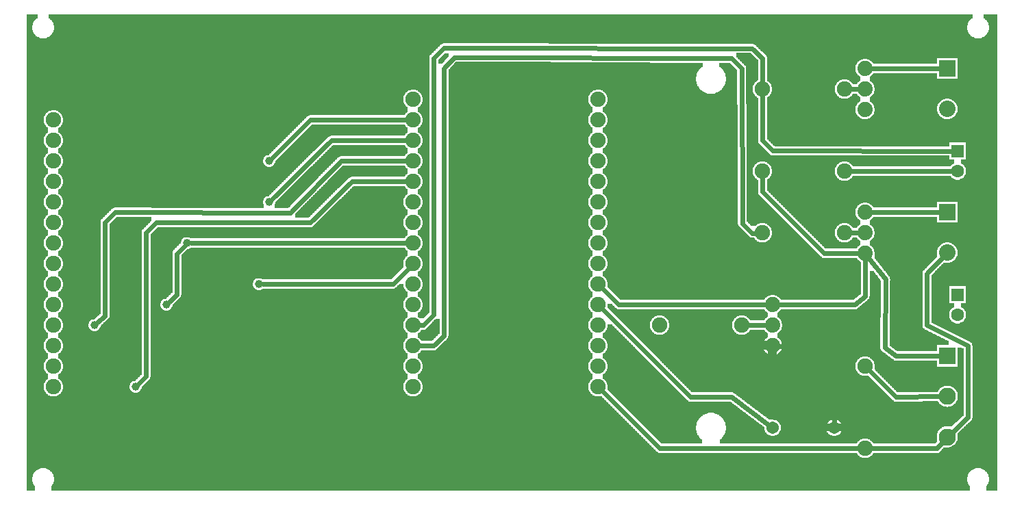
<source format=gtl>
G04 MADE WITH FRITZING*
G04 WWW.FRITZING.ORG*
G04 DOUBLE SIDED*
G04 HOLES PLATED*
G04 CONTOUR ON CENTER OF CONTOUR VECTOR*
%ASAXBY*%
%FSLAX23Y23*%
%MOIN*%
%OFA0B0*%
%SFA1.0B1.0*%
%ADD10C,0.075000*%
%ADD11C,0.039370*%
%ADD12C,0.060444*%
%ADD13C,0.074000*%
%ADD14C,0.047859*%
%ADD15C,0.080000*%
%ADD16C,0.062992*%
%ADD17C,0.074803*%
%ADD18C,0.083307*%
%ADD19R,0.080000X0.080000*%
%ADD20R,0.062992X0.062992*%
%ADD21R,0.083307X0.083307*%
%ADD22C,0.024000*%
%LNCOPPER1*%
G90*
G70*
G54D10*
X248Y2306D03*
X4121Y890D03*
G54D11*
X719Y947D03*
X1219Y1647D03*
X819Y1247D03*
X1219Y1447D03*
X1169Y1047D03*
X569Y547D03*
X369Y847D03*
G54D12*
X3969Y347D03*
X3669Y347D03*
G54D10*
X3619Y1597D03*
X4019Y1597D03*
G54D13*
X4119Y1897D03*
X4119Y1997D03*
X4119Y2097D03*
X4119Y1897D03*
X4119Y1997D03*
X4119Y2097D03*
G54D14*
X1922Y1747D03*
X2819Y1947D03*
X2819Y1847D03*
X2819Y1747D03*
X2819Y1647D03*
X2819Y1547D03*
X1922Y1847D03*
X1922Y1947D03*
X1922Y1647D03*
X2819Y1447D03*
X2819Y1348D03*
X2819Y1248D03*
X2819Y1148D03*
X2819Y1048D03*
X2819Y948D03*
X2819Y848D03*
X2819Y748D03*
X2819Y649D03*
X2819Y549D03*
X1922Y1248D03*
X1922Y1148D03*
X1922Y1048D03*
X1922Y948D03*
X1922Y848D03*
X1922Y748D03*
X1922Y649D03*
X1922Y549D03*
X1922Y1547D03*
X1922Y1447D03*
X1922Y1348D03*
X1922Y1747D03*
X2819Y1947D03*
X2819Y1847D03*
X2819Y1747D03*
X2819Y1647D03*
X2819Y1547D03*
X1922Y1847D03*
X1922Y1947D03*
X1922Y1647D03*
X2819Y1447D03*
X2819Y1348D03*
X2819Y1248D03*
X2819Y1148D03*
X2819Y1048D03*
X2819Y948D03*
X2819Y848D03*
X2819Y748D03*
X2819Y649D03*
X2819Y549D03*
X1922Y1248D03*
X1922Y1148D03*
X1922Y1048D03*
X1922Y948D03*
X1922Y848D03*
X1922Y748D03*
X1922Y649D03*
X1922Y549D03*
X1922Y1547D03*
X1922Y1447D03*
X1922Y1348D03*
G54D13*
X4119Y1197D03*
X4119Y1297D03*
X4119Y1397D03*
X4119Y1197D03*
X4119Y1297D03*
X4119Y1397D03*
X3669Y947D03*
X3669Y847D03*
X3669Y747D03*
X3669Y947D03*
X3669Y847D03*
X3669Y747D03*
G54D15*
X4519Y2097D03*
X4519Y1900D03*
X4519Y1397D03*
X4519Y1200D03*
G54D10*
X3519Y847D03*
X3119Y847D03*
X4019Y1297D03*
X3619Y1297D03*
X4019Y1997D03*
X3619Y1997D03*
X4119Y647D03*
X4119Y247D03*
G54D16*
X4569Y1695D03*
X4569Y1597D03*
X4569Y995D03*
X4569Y897D03*
G54D17*
X2819Y747D03*
G54D18*
X4519Y697D03*
X4519Y500D03*
X4519Y303D03*
G54D17*
X2819Y847D03*
X2819Y647D03*
X2819Y547D03*
X2819Y947D03*
X2819Y1247D03*
X2819Y1147D03*
X2819Y1047D03*
X2819Y1347D03*
X2819Y1447D03*
X2819Y1547D03*
X2819Y1747D03*
X2819Y1647D03*
X2819Y1847D03*
X2819Y1947D03*
X169Y1847D03*
X169Y1547D03*
X169Y1647D03*
X169Y1747D03*
X169Y1447D03*
X169Y1247D03*
X169Y1347D03*
X169Y1147D03*
X169Y1047D03*
X169Y947D03*
X169Y847D03*
X169Y747D03*
X169Y647D03*
X169Y547D03*
X1919Y1947D03*
X1919Y1847D03*
X1919Y1747D03*
X1919Y1647D03*
X1919Y1547D03*
X1919Y1447D03*
X1919Y1347D03*
X1919Y1247D03*
X1919Y1047D03*
X1919Y1147D03*
X1919Y947D03*
X1919Y847D03*
X1919Y747D03*
X1919Y647D03*
X1919Y547D03*
G54D19*
X4519Y2097D03*
X4519Y1397D03*
G54D20*
X4569Y1695D03*
X4569Y995D03*
G54D21*
X4519Y697D03*
G54D22*
X769Y996D02*
X733Y960D01*
D02*
X769Y1196D02*
X769Y996D01*
D02*
X806Y1233D02*
X769Y1196D01*
D02*
X1420Y1847D02*
X1899Y1847D01*
D02*
X1233Y1660D02*
X1420Y1847D01*
D02*
X3919Y1197D02*
X3619Y1497D01*
D02*
X2069Y2197D02*
X3569Y2196D01*
D02*
X2019Y898D02*
X2019Y2147D01*
D02*
X1969Y847D02*
X2019Y898D01*
D02*
X2019Y2147D02*
X2069Y2197D01*
D02*
X3569Y2196D02*
X3620Y2147D01*
D02*
X3620Y2147D02*
X3619Y2026D01*
D02*
X3619Y1497D02*
X3619Y1568D01*
D02*
X4092Y1197D02*
X3919Y1197D01*
D02*
X4469Y247D02*
X4148Y247D01*
D02*
X4497Y279D02*
X4469Y247D01*
D02*
X2835Y533D02*
X3120Y247D01*
D02*
X3120Y247D02*
X4090Y247D01*
D02*
X2118Y2152D02*
X3469Y2147D01*
D02*
X2069Y796D02*
X2069Y2097D01*
D02*
X3522Y1343D02*
X3569Y1296D01*
D02*
X2069Y2097D02*
X2118Y2152D01*
D02*
X2019Y747D02*
X2069Y796D01*
D02*
X3469Y2147D02*
X3518Y2098D01*
D02*
X3518Y2098D02*
X3522Y1343D01*
D02*
X1944Y748D02*
X2019Y747D01*
D02*
X3569Y1296D02*
X3590Y1296D01*
D02*
X1944Y848D02*
X1969Y847D01*
D02*
X619Y597D02*
X582Y560D01*
D02*
X420Y893D02*
X419Y1347D01*
D02*
X469Y1397D02*
X1321Y1395D01*
D02*
X619Y1297D02*
X619Y597D01*
D02*
X1821Y1047D02*
X1906Y1132D01*
D02*
X669Y1347D02*
X619Y1297D01*
D02*
X1419Y1347D02*
X669Y1347D01*
D02*
X1621Y1547D02*
X1419Y1347D01*
D02*
X419Y1347D02*
X469Y1397D01*
D02*
X1321Y1395D02*
X1569Y1647D01*
D02*
X1569Y1647D02*
X1899Y1647D01*
D02*
X1521Y1747D02*
X1899Y1747D01*
D02*
X383Y860D02*
X420Y893D01*
D02*
X1188Y1047D02*
X1821Y1047D01*
D02*
X1233Y1460D02*
X1521Y1747D01*
D02*
X1899Y1547D02*
X1621Y1547D01*
D02*
X838Y1247D02*
X1899Y1248D01*
D02*
X3269Y497D02*
X2835Y932D01*
D02*
X4146Y2097D02*
X4488Y2097D01*
D02*
X4269Y497D02*
X4486Y500D01*
D02*
X4139Y627D02*
X4269Y497D01*
D02*
X4146Y1397D02*
X4488Y1397D01*
D02*
X3927Y743D02*
X3969Y696D01*
D02*
X3969Y696D02*
X3969Y372D01*
D02*
X3696Y746D02*
X3927Y743D01*
D02*
X3642Y847D02*
X3548Y847D01*
D02*
X3469Y498D02*
X3269Y497D01*
D02*
X3649Y362D02*
X3469Y498D01*
D02*
X2835Y1032D02*
X2920Y947D01*
D02*
X2920Y947D02*
X3642Y947D01*
D02*
X4215Y738D02*
X4269Y697D01*
D02*
X4269Y697D02*
X4486Y697D01*
D02*
X4219Y1071D02*
X4215Y738D01*
D02*
X4136Y1176D02*
X4219Y1071D01*
D02*
X4119Y988D02*
X4069Y947D01*
D02*
X4119Y1170D02*
X4119Y988D01*
D02*
X4069Y947D02*
X3696Y947D01*
D02*
X4542Y1597D02*
X4048Y1597D01*
D02*
X4092Y1297D02*
X4048Y1297D01*
D02*
X4619Y747D02*
X4419Y847D01*
D02*
X4419Y847D02*
X4419Y1097D01*
D02*
X4419Y1097D02*
X4497Y1178D01*
D02*
X4543Y326D02*
X4619Y397D01*
D02*
X4619Y397D02*
X4619Y747D01*
D02*
X3620Y1747D02*
X3619Y1968D01*
D02*
X4542Y1695D02*
X3669Y1697D01*
D02*
X3669Y1697D02*
X3620Y1747D01*
D02*
X4092Y1997D02*
X4048Y1997D01*
G36*
X2072Y2170D02*
X2072Y2168D01*
X2070Y2168D01*
X2070Y2166D01*
X2068Y2166D01*
X2068Y2164D01*
X2066Y2164D01*
X2066Y2162D01*
X2064Y2162D01*
X2064Y2160D01*
X2062Y2160D01*
X2062Y2158D01*
X2060Y2158D01*
X2060Y2156D01*
X2058Y2156D01*
X2058Y2154D01*
X2056Y2154D01*
X2056Y2152D01*
X2054Y2152D01*
X2054Y2150D01*
X2052Y2150D01*
X2052Y2148D01*
X2050Y2148D01*
X2050Y2146D01*
X2048Y2146D01*
X2048Y2144D01*
X2046Y2144D01*
X2046Y2142D01*
X2044Y2142D01*
X2044Y2140D01*
X2042Y2140D01*
X2042Y2122D01*
X2062Y2122D01*
X2062Y2124D01*
X2064Y2124D01*
X2064Y2126D01*
X2066Y2126D01*
X2066Y2128D01*
X2068Y2128D01*
X2068Y2130D01*
X2070Y2130D01*
X2070Y2132D01*
X2072Y2132D01*
X2072Y2136D01*
X2074Y2136D01*
X2074Y2138D01*
X2076Y2138D01*
X2076Y2140D01*
X2078Y2140D01*
X2078Y2142D01*
X2080Y2142D01*
X2080Y2144D01*
X2082Y2144D01*
X2082Y2146D01*
X2084Y2146D01*
X2084Y2148D01*
X2086Y2148D01*
X2086Y2152D01*
X2088Y2152D01*
X2088Y2154D01*
X2090Y2154D01*
X2090Y2156D01*
X2092Y2156D01*
X2092Y2170D01*
X2072Y2170D01*
G37*
D02*
G36*
X40Y2362D02*
X40Y2244D01*
X110Y2244D01*
X110Y2246D01*
X102Y2246D01*
X102Y2248D01*
X98Y2248D01*
X98Y2250D01*
X94Y2250D01*
X94Y2252D01*
X90Y2252D01*
X90Y2254D01*
X88Y2254D01*
X88Y2256D01*
X84Y2256D01*
X84Y2258D01*
X82Y2258D01*
X82Y2260D01*
X80Y2260D01*
X80Y2262D01*
X78Y2262D01*
X78Y2266D01*
X76Y2266D01*
X76Y2268D01*
X74Y2268D01*
X74Y2272D01*
X72Y2272D01*
X72Y2276D01*
X70Y2276D01*
X70Y2280D01*
X68Y2280D01*
X68Y2286D01*
X66Y2286D01*
X66Y2308D01*
X68Y2308D01*
X68Y2316D01*
X70Y2316D01*
X70Y2320D01*
X72Y2320D01*
X72Y2324D01*
X74Y2324D01*
X74Y2328D01*
X76Y2328D01*
X76Y2330D01*
X78Y2330D01*
X78Y2332D01*
X80Y2332D01*
X80Y2334D01*
X82Y2334D01*
X82Y2336D01*
X84Y2336D01*
X84Y2338D01*
X86Y2338D01*
X86Y2340D01*
X88Y2340D01*
X88Y2342D01*
X92Y2342D01*
X92Y2362D01*
X40Y2362D01*
G37*
D02*
G36*
X146Y2362D02*
X146Y2342D01*
X150Y2342D01*
X150Y2340D01*
X152Y2340D01*
X152Y2338D01*
X154Y2338D01*
X154Y2336D01*
X156Y2336D01*
X156Y2334D01*
X158Y2334D01*
X158Y2332D01*
X160Y2332D01*
X160Y2330D01*
X162Y2330D01*
X162Y2328D01*
X164Y2328D01*
X164Y2324D01*
X166Y2324D01*
X166Y2320D01*
X168Y2320D01*
X168Y2316D01*
X170Y2316D01*
X170Y2308D01*
X172Y2308D01*
X172Y2286D01*
X170Y2286D01*
X170Y2280D01*
X168Y2280D01*
X168Y2274D01*
X166Y2274D01*
X166Y2272D01*
X164Y2272D01*
X164Y2268D01*
X162Y2268D01*
X162Y2264D01*
X160Y2264D01*
X160Y2262D01*
X158Y2262D01*
X158Y2260D01*
X156Y2260D01*
X156Y2258D01*
X154Y2258D01*
X154Y2256D01*
X152Y2256D01*
X152Y2254D01*
X148Y2254D01*
X148Y2252D01*
X144Y2252D01*
X144Y2250D01*
X140Y2250D01*
X140Y2248D01*
X136Y2248D01*
X136Y2246D01*
X128Y2246D01*
X128Y2244D01*
X4660Y2244D01*
X4660Y2246D01*
X4652Y2246D01*
X4652Y2248D01*
X4648Y2248D01*
X4648Y2250D01*
X4644Y2250D01*
X4644Y2252D01*
X4640Y2252D01*
X4640Y2254D01*
X4638Y2254D01*
X4638Y2256D01*
X4634Y2256D01*
X4634Y2258D01*
X4632Y2258D01*
X4632Y2260D01*
X4630Y2260D01*
X4630Y2262D01*
X4628Y2262D01*
X4628Y2266D01*
X4626Y2266D01*
X4626Y2268D01*
X4624Y2268D01*
X4624Y2272D01*
X4622Y2272D01*
X4622Y2276D01*
X4620Y2276D01*
X4620Y2280D01*
X4618Y2280D01*
X4618Y2286D01*
X4616Y2286D01*
X4616Y2308D01*
X4618Y2308D01*
X4618Y2316D01*
X4620Y2316D01*
X4620Y2320D01*
X4622Y2320D01*
X4622Y2324D01*
X4624Y2324D01*
X4624Y2328D01*
X4626Y2328D01*
X4626Y2330D01*
X4628Y2330D01*
X4628Y2332D01*
X4630Y2332D01*
X4630Y2334D01*
X4632Y2334D01*
X4632Y2336D01*
X4634Y2336D01*
X4634Y2338D01*
X4636Y2338D01*
X4636Y2340D01*
X4638Y2340D01*
X4638Y2342D01*
X4642Y2342D01*
X4642Y2362D01*
X146Y2362D01*
G37*
D02*
G36*
X4696Y2362D02*
X4696Y2342D01*
X4700Y2342D01*
X4700Y2340D01*
X4702Y2340D01*
X4702Y2338D01*
X4704Y2338D01*
X4704Y2336D01*
X4706Y2336D01*
X4706Y2334D01*
X4708Y2334D01*
X4708Y2332D01*
X4710Y2332D01*
X4710Y2330D01*
X4712Y2330D01*
X4712Y2328D01*
X4714Y2328D01*
X4714Y2324D01*
X4716Y2324D01*
X4716Y2320D01*
X4718Y2320D01*
X4718Y2316D01*
X4720Y2316D01*
X4720Y2308D01*
X4722Y2308D01*
X4722Y2286D01*
X4720Y2286D01*
X4720Y2280D01*
X4718Y2280D01*
X4718Y2274D01*
X4716Y2274D01*
X4716Y2272D01*
X4714Y2272D01*
X4714Y2268D01*
X4712Y2268D01*
X4712Y2264D01*
X4710Y2264D01*
X4710Y2262D01*
X4708Y2262D01*
X4708Y2260D01*
X4706Y2260D01*
X4706Y2258D01*
X4704Y2258D01*
X4704Y2256D01*
X4700Y2256D01*
X4700Y2254D01*
X4698Y2254D01*
X4698Y2252D01*
X4694Y2252D01*
X4694Y2250D01*
X4690Y2250D01*
X4690Y2248D01*
X4686Y2248D01*
X4686Y2246D01*
X4678Y2246D01*
X4678Y2244D01*
X4762Y2244D01*
X4762Y2362D01*
X4696Y2362D01*
G37*
D02*
G36*
X40Y2244D02*
X40Y2242D01*
X4762Y2242D01*
X4762Y2244D01*
X40Y2244D01*
G37*
D02*
G36*
X40Y2244D02*
X40Y2242D01*
X4762Y2242D01*
X4762Y2244D01*
X40Y2244D01*
G37*
D02*
G36*
X40Y2244D02*
X40Y2242D01*
X4762Y2242D01*
X4762Y2244D01*
X40Y2244D01*
G37*
D02*
G36*
X40Y2242D02*
X40Y2220D01*
X2580Y2220D01*
X2580Y2218D01*
X3576Y2218D01*
X3576Y2216D01*
X3580Y2216D01*
X3580Y2214D01*
X3584Y2214D01*
X3584Y2212D01*
X3586Y2212D01*
X3586Y2210D01*
X3588Y2210D01*
X3588Y2208D01*
X3590Y2208D01*
X3590Y2206D01*
X3592Y2206D01*
X3592Y2204D01*
X3594Y2204D01*
X3594Y2202D01*
X3596Y2202D01*
X3596Y2200D01*
X3598Y2200D01*
X3598Y2198D01*
X3600Y2198D01*
X3600Y2196D01*
X3602Y2196D01*
X3602Y2194D01*
X3604Y2194D01*
X3604Y2192D01*
X3606Y2192D01*
X3606Y2190D01*
X3608Y2190D01*
X3608Y2188D01*
X3610Y2188D01*
X3610Y2186D01*
X3612Y2186D01*
X3612Y2184D01*
X3614Y2184D01*
X3614Y2182D01*
X3616Y2182D01*
X3616Y2180D01*
X3618Y2180D01*
X3618Y2178D01*
X3622Y2178D01*
X3622Y2176D01*
X3624Y2176D01*
X3624Y2174D01*
X3626Y2174D01*
X3626Y2172D01*
X3628Y2172D01*
X3628Y2170D01*
X3630Y2170D01*
X3630Y2168D01*
X3632Y2168D01*
X3632Y2166D01*
X3634Y2166D01*
X3634Y2164D01*
X3636Y2164D01*
X3636Y2162D01*
X3638Y2162D01*
X3638Y2158D01*
X3640Y2158D01*
X3640Y2154D01*
X3642Y2154D01*
X3642Y2148D01*
X4568Y2148D01*
X4568Y2146D01*
X4570Y2146D01*
X4570Y2048D01*
X4762Y2048D01*
X4762Y2242D01*
X40Y2242D01*
G37*
D02*
G36*
X40Y2220D02*
X40Y1994D01*
X1932Y1994D01*
X1932Y1992D01*
X1938Y1992D01*
X1938Y1990D01*
X1942Y1990D01*
X1942Y1988D01*
X1944Y1988D01*
X1944Y1986D01*
X1948Y1986D01*
X1948Y1984D01*
X1950Y1984D01*
X1950Y1982D01*
X1952Y1982D01*
X1952Y1980D01*
X1954Y1980D01*
X1954Y1978D01*
X1956Y1978D01*
X1956Y1976D01*
X1958Y1976D01*
X1958Y1972D01*
X1960Y1972D01*
X1960Y1968D01*
X1962Y1968D01*
X1962Y1964D01*
X1964Y1964D01*
X1964Y1958D01*
X1966Y1958D01*
X1966Y1936D01*
X1964Y1936D01*
X1964Y1930D01*
X1962Y1930D01*
X1962Y1926D01*
X1960Y1926D01*
X1960Y1922D01*
X1958Y1922D01*
X1958Y1920D01*
X1956Y1920D01*
X1956Y1916D01*
X1954Y1916D01*
X1954Y1914D01*
X1952Y1914D01*
X1952Y1912D01*
X1950Y1912D01*
X1950Y1910D01*
X1946Y1910D01*
X1946Y1908D01*
X1944Y1908D01*
X1944Y1886D01*
X1948Y1886D01*
X1948Y1884D01*
X1950Y1884D01*
X1950Y1882D01*
X1952Y1882D01*
X1952Y1880D01*
X1954Y1880D01*
X1954Y1878D01*
X1956Y1878D01*
X1956Y1876D01*
X1958Y1876D01*
X1958Y1872D01*
X1960Y1872D01*
X1960Y1868D01*
X1962Y1868D01*
X1962Y1864D01*
X1964Y1864D01*
X1964Y1858D01*
X1966Y1858D01*
X1966Y1836D01*
X1964Y1836D01*
X1964Y1830D01*
X1962Y1830D01*
X1962Y1826D01*
X1960Y1826D01*
X1960Y1822D01*
X1958Y1822D01*
X1958Y1820D01*
X1956Y1820D01*
X1956Y1816D01*
X1954Y1816D01*
X1954Y1814D01*
X1952Y1814D01*
X1952Y1812D01*
X1950Y1812D01*
X1950Y1810D01*
X1946Y1810D01*
X1946Y1808D01*
X1944Y1808D01*
X1944Y1786D01*
X1948Y1786D01*
X1948Y1784D01*
X1950Y1784D01*
X1950Y1782D01*
X1952Y1782D01*
X1952Y1780D01*
X1954Y1780D01*
X1954Y1778D01*
X1956Y1778D01*
X1956Y1776D01*
X1958Y1776D01*
X1958Y1772D01*
X1960Y1772D01*
X1960Y1768D01*
X1962Y1768D01*
X1962Y1764D01*
X1964Y1764D01*
X1964Y1758D01*
X1966Y1758D01*
X1966Y1736D01*
X1964Y1736D01*
X1964Y1730D01*
X1962Y1730D01*
X1962Y1726D01*
X1960Y1726D01*
X1960Y1722D01*
X1958Y1722D01*
X1958Y1720D01*
X1956Y1720D01*
X1956Y1716D01*
X1954Y1716D01*
X1954Y1714D01*
X1952Y1714D01*
X1952Y1712D01*
X1950Y1712D01*
X1950Y1710D01*
X1946Y1710D01*
X1946Y1708D01*
X1944Y1708D01*
X1944Y1686D01*
X1948Y1686D01*
X1948Y1684D01*
X1950Y1684D01*
X1950Y1682D01*
X1952Y1682D01*
X1952Y1680D01*
X1954Y1680D01*
X1954Y1678D01*
X1956Y1678D01*
X1956Y1676D01*
X1958Y1676D01*
X1958Y1672D01*
X1960Y1672D01*
X1960Y1668D01*
X1962Y1668D01*
X1962Y1664D01*
X1964Y1664D01*
X1964Y1658D01*
X1966Y1658D01*
X1966Y1636D01*
X1964Y1636D01*
X1964Y1630D01*
X1962Y1630D01*
X1962Y1626D01*
X1960Y1626D01*
X1960Y1622D01*
X1958Y1622D01*
X1958Y1620D01*
X1956Y1620D01*
X1956Y1616D01*
X1954Y1616D01*
X1954Y1614D01*
X1952Y1614D01*
X1952Y1612D01*
X1950Y1612D01*
X1950Y1610D01*
X1946Y1610D01*
X1946Y1608D01*
X1944Y1608D01*
X1944Y1586D01*
X1948Y1586D01*
X1948Y1584D01*
X1950Y1584D01*
X1950Y1582D01*
X1952Y1582D01*
X1952Y1580D01*
X1954Y1580D01*
X1954Y1578D01*
X1956Y1578D01*
X1956Y1576D01*
X1958Y1576D01*
X1958Y1572D01*
X1960Y1572D01*
X1960Y1568D01*
X1962Y1568D01*
X1962Y1564D01*
X1964Y1564D01*
X1964Y1558D01*
X1966Y1558D01*
X1966Y1536D01*
X1964Y1536D01*
X1964Y1530D01*
X1962Y1530D01*
X1962Y1526D01*
X1960Y1526D01*
X1960Y1522D01*
X1958Y1522D01*
X1958Y1520D01*
X1956Y1520D01*
X1956Y1516D01*
X1954Y1516D01*
X1954Y1514D01*
X1952Y1514D01*
X1952Y1512D01*
X1950Y1512D01*
X1950Y1510D01*
X1946Y1510D01*
X1946Y1508D01*
X1944Y1508D01*
X1944Y1486D01*
X1948Y1486D01*
X1948Y1484D01*
X1950Y1484D01*
X1950Y1482D01*
X1952Y1482D01*
X1952Y1480D01*
X1954Y1480D01*
X1954Y1478D01*
X1956Y1478D01*
X1956Y1476D01*
X1958Y1476D01*
X1958Y1472D01*
X1960Y1472D01*
X1960Y1468D01*
X1962Y1468D01*
X1962Y1464D01*
X1964Y1464D01*
X1964Y1458D01*
X1966Y1458D01*
X1966Y1436D01*
X1964Y1436D01*
X1964Y1430D01*
X1962Y1430D01*
X1962Y1426D01*
X1960Y1426D01*
X1960Y1422D01*
X1958Y1422D01*
X1958Y1420D01*
X1956Y1420D01*
X1956Y1416D01*
X1954Y1416D01*
X1954Y1414D01*
X1952Y1414D01*
X1952Y1412D01*
X1950Y1412D01*
X1950Y1410D01*
X1946Y1410D01*
X1946Y1408D01*
X1944Y1408D01*
X1944Y1386D01*
X1948Y1386D01*
X1948Y1384D01*
X1950Y1384D01*
X1950Y1382D01*
X1952Y1382D01*
X1952Y1380D01*
X1954Y1380D01*
X1954Y1378D01*
X1956Y1378D01*
X1956Y1376D01*
X1958Y1376D01*
X1958Y1372D01*
X1960Y1372D01*
X1960Y1368D01*
X1962Y1368D01*
X1962Y1364D01*
X1964Y1364D01*
X1964Y1358D01*
X1966Y1358D01*
X1966Y1336D01*
X1964Y1336D01*
X1964Y1330D01*
X1962Y1330D01*
X1962Y1326D01*
X1960Y1326D01*
X1960Y1322D01*
X1958Y1322D01*
X1958Y1320D01*
X1956Y1320D01*
X1956Y1316D01*
X1954Y1316D01*
X1954Y1314D01*
X1952Y1314D01*
X1952Y1312D01*
X1950Y1312D01*
X1950Y1310D01*
X1946Y1310D01*
X1946Y1308D01*
X1944Y1308D01*
X1944Y1286D01*
X1948Y1286D01*
X1948Y1284D01*
X1950Y1284D01*
X1950Y1282D01*
X1952Y1282D01*
X1952Y1280D01*
X1954Y1280D01*
X1954Y1278D01*
X1956Y1278D01*
X1956Y1276D01*
X1958Y1276D01*
X1958Y1272D01*
X1960Y1272D01*
X1960Y1268D01*
X1962Y1268D01*
X1962Y1264D01*
X1964Y1264D01*
X1964Y1258D01*
X1966Y1258D01*
X1966Y1236D01*
X1964Y1236D01*
X1964Y1230D01*
X1962Y1230D01*
X1962Y1226D01*
X1960Y1226D01*
X1960Y1222D01*
X1958Y1222D01*
X1958Y1220D01*
X1956Y1220D01*
X1956Y1216D01*
X1954Y1216D01*
X1954Y1214D01*
X1952Y1214D01*
X1952Y1212D01*
X1950Y1212D01*
X1950Y1210D01*
X1946Y1210D01*
X1946Y1208D01*
X1944Y1208D01*
X1944Y1186D01*
X1948Y1186D01*
X1948Y1184D01*
X1950Y1184D01*
X1950Y1182D01*
X1952Y1182D01*
X1952Y1180D01*
X1954Y1180D01*
X1954Y1178D01*
X1956Y1178D01*
X1956Y1176D01*
X1958Y1176D01*
X1958Y1172D01*
X1960Y1172D01*
X1960Y1168D01*
X1962Y1168D01*
X1962Y1164D01*
X1964Y1164D01*
X1964Y1158D01*
X1966Y1158D01*
X1966Y1136D01*
X1964Y1136D01*
X1964Y1130D01*
X1962Y1130D01*
X1962Y1126D01*
X1960Y1126D01*
X1960Y1122D01*
X1958Y1122D01*
X1958Y1120D01*
X1956Y1120D01*
X1956Y1116D01*
X1954Y1116D01*
X1954Y1114D01*
X1952Y1114D01*
X1952Y1112D01*
X1950Y1112D01*
X1950Y1110D01*
X1946Y1110D01*
X1946Y1108D01*
X1944Y1108D01*
X1944Y1086D01*
X1948Y1086D01*
X1948Y1084D01*
X1950Y1084D01*
X1950Y1082D01*
X1952Y1082D01*
X1952Y1080D01*
X1954Y1080D01*
X1954Y1078D01*
X1956Y1078D01*
X1956Y1076D01*
X1958Y1076D01*
X1958Y1072D01*
X1960Y1072D01*
X1960Y1068D01*
X1962Y1068D01*
X1962Y1064D01*
X1964Y1064D01*
X1964Y1058D01*
X1966Y1058D01*
X1966Y1036D01*
X1964Y1036D01*
X1964Y1030D01*
X1962Y1030D01*
X1962Y1026D01*
X1960Y1026D01*
X1960Y1022D01*
X1958Y1022D01*
X1958Y1020D01*
X1956Y1020D01*
X1956Y1016D01*
X1954Y1016D01*
X1954Y1014D01*
X1952Y1014D01*
X1952Y1012D01*
X1950Y1012D01*
X1950Y1010D01*
X1946Y1010D01*
X1946Y1008D01*
X1944Y1008D01*
X1944Y986D01*
X1948Y986D01*
X1948Y984D01*
X1950Y984D01*
X1950Y982D01*
X1952Y982D01*
X1952Y980D01*
X1954Y980D01*
X1954Y978D01*
X1956Y978D01*
X1956Y976D01*
X1958Y976D01*
X1958Y972D01*
X1960Y972D01*
X1960Y968D01*
X1962Y968D01*
X1962Y964D01*
X1964Y964D01*
X1964Y958D01*
X1966Y958D01*
X1966Y936D01*
X1964Y936D01*
X1964Y930D01*
X1962Y930D01*
X1962Y926D01*
X1960Y926D01*
X1960Y922D01*
X1958Y922D01*
X1958Y920D01*
X1956Y920D01*
X1956Y916D01*
X1954Y916D01*
X1954Y914D01*
X1952Y914D01*
X1952Y912D01*
X1950Y912D01*
X1950Y910D01*
X1946Y910D01*
X1946Y908D01*
X1944Y908D01*
X1944Y886D01*
X1948Y886D01*
X1948Y884D01*
X1950Y884D01*
X1950Y882D01*
X1952Y882D01*
X1952Y880D01*
X1972Y880D01*
X1972Y882D01*
X1974Y882D01*
X1974Y886D01*
X1976Y886D01*
X1976Y888D01*
X1978Y888D01*
X1978Y890D01*
X1980Y890D01*
X1980Y892D01*
X1982Y892D01*
X1982Y894D01*
X1984Y894D01*
X1984Y896D01*
X1986Y896D01*
X1986Y898D01*
X1988Y898D01*
X1988Y900D01*
X1990Y900D01*
X1990Y902D01*
X1992Y902D01*
X1992Y904D01*
X1994Y904D01*
X1994Y906D01*
X1996Y906D01*
X1996Y908D01*
X1998Y908D01*
X1998Y2156D01*
X2000Y2156D01*
X2000Y2160D01*
X2002Y2160D01*
X2002Y2162D01*
X2004Y2162D01*
X2004Y2164D01*
X2006Y2164D01*
X2006Y2166D01*
X2008Y2166D01*
X2008Y2168D01*
X2010Y2168D01*
X2010Y2170D01*
X2012Y2170D01*
X2012Y2172D01*
X2014Y2172D01*
X2014Y2174D01*
X2016Y2174D01*
X2016Y2176D01*
X2018Y2176D01*
X2018Y2178D01*
X2020Y2178D01*
X2020Y2180D01*
X2022Y2180D01*
X2022Y2182D01*
X2024Y2182D01*
X2024Y2184D01*
X2026Y2184D01*
X2026Y2186D01*
X2028Y2186D01*
X2028Y2188D01*
X2030Y2188D01*
X2030Y2190D01*
X2032Y2190D01*
X2032Y2192D01*
X2034Y2192D01*
X2034Y2194D01*
X2036Y2194D01*
X2036Y2196D01*
X2038Y2196D01*
X2038Y2198D01*
X2040Y2198D01*
X2040Y2200D01*
X2042Y2200D01*
X2042Y2202D01*
X2044Y2202D01*
X2044Y2204D01*
X2046Y2204D01*
X2046Y2206D01*
X2048Y2206D01*
X2048Y2208D01*
X2050Y2208D01*
X2050Y2210D01*
X2052Y2210D01*
X2052Y2212D01*
X2054Y2212D01*
X2054Y2214D01*
X2056Y2214D01*
X2056Y2216D01*
X2060Y2216D01*
X2060Y2218D01*
X2066Y2218D01*
X2066Y2220D01*
X40Y2220D01*
G37*
D02*
G36*
X3492Y2174D02*
X3492Y2154D01*
X3494Y2154D01*
X3494Y2152D01*
X3496Y2152D01*
X3496Y2150D01*
X3498Y2150D01*
X3498Y2148D01*
X3500Y2148D01*
X3500Y2146D01*
X3502Y2146D01*
X3502Y2144D01*
X3504Y2144D01*
X3504Y2142D01*
X3506Y2142D01*
X3506Y2140D01*
X3508Y2140D01*
X3508Y2138D01*
X3510Y2138D01*
X3510Y2136D01*
X3512Y2136D01*
X3512Y2134D01*
X3514Y2134D01*
X3514Y2132D01*
X3516Y2132D01*
X3516Y2130D01*
X3518Y2130D01*
X3518Y2128D01*
X3520Y2128D01*
X3520Y2126D01*
X3522Y2126D01*
X3522Y2124D01*
X3524Y2124D01*
X3524Y2122D01*
X3526Y2122D01*
X3526Y2120D01*
X3528Y2120D01*
X3528Y2118D01*
X3530Y2118D01*
X3530Y2116D01*
X3532Y2116D01*
X3532Y2114D01*
X3534Y2114D01*
X3534Y2112D01*
X3536Y2112D01*
X3536Y2110D01*
X3538Y2110D01*
X3538Y2104D01*
X3540Y2104D01*
X3540Y1924D01*
X3542Y1924D01*
X3542Y1644D01*
X4032Y1644D01*
X4032Y1642D01*
X4038Y1642D01*
X4038Y1640D01*
X4042Y1640D01*
X4042Y1638D01*
X4044Y1638D01*
X4044Y1636D01*
X4048Y1636D01*
X4048Y1634D01*
X4050Y1634D01*
X4050Y1632D01*
X4052Y1632D01*
X4052Y1630D01*
X4054Y1630D01*
X4054Y1628D01*
X4056Y1628D01*
X4056Y1626D01*
X4058Y1626D01*
X4058Y1622D01*
X4060Y1622D01*
X4060Y1620D01*
X4536Y1620D01*
X4536Y1624D01*
X4538Y1624D01*
X4538Y1626D01*
X4540Y1626D01*
X4540Y1628D01*
X4542Y1628D01*
X4542Y1630D01*
X4546Y1630D01*
X4546Y1632D01*
X4548Y1632D01*
X4548Y1634D01*
X4552Y1634D01*
X4552Y1654D01*
X4528Y1654D01*
X4528Y1674D01*
X3668Y1674D01*
X3668Y1676D01*
X3660Y1676D01*
X3660Y1678D01*
X3656Y1678D01*
X3656Y1680D01*
X3654Y1680D01*
X3654Y1682D01*
X3652Y1682D01*
X3652Y1684D01*
X3650Y1684D01*
X3650Y1686D01*
X3648Y1686D01*
X3648Y1688D01*
X3646Y1688D01*
X3646Y1690D01*
X3644Y1690D01*
X3644Y1692D01*
X3642Y1692D01*
X3642Y1694D01*
X3640Y1694D01*
X3640Y1696D01*
X3638Y1696D01*
X3638Y1698D01*
X3636Y1698D01*
X3636Y1700D01*
X3634Y1700D01*
X3634Y1702D01*
X3632Y1702D01*
X3632Y1704D01*
X3630Y1704D01*
X3630Y1706D01*
X3628Y1706D01*
X3628Y1708D01*
X3626Y1708D01*
X3626Y1710D01*
X3624Y1710D01*
X3624Y1712D01*
X3622Y1712D01*
X3622Y1714D01*
X3620Y1714D01*
X3620Y1716D01*
X3618Y1716D01*
X3618Y1718D01*
X3616Y1718D01*
X3616Y1720D01*
X3614Y1720D01*
X3614Y1722D01*
X3612Y1722D01*
X3612Y1724D01*
X3610Y1724D01*
X3610Y1726D01*
X3608Y1726D01*
X3608Y1728D01*
X3606Y1728D01*
X3606Y1730D01*
X3604Y1730D01*
X3604Y1732D01*
X3602Y1732D01*
X3602Y1736D01*
X3600Y1736D01*
X3600Y1740D01*
X3598Y1740D01*
X3598Y1956D01*
X3594Y1956D01*
X3594Y1958D01*
X3592Y1958D01*
X3592Y1960D01*
X3588Y1960D01*
X3588Y1962D01*
X3586Y1962D01*
X3586Y1964D01*
X3584Y1964D01*
X3584Y1966D01*
X3582Y1966D01*
X3582Y1970D01*
X3580Y1970D01*
X3580Y1972D01*
X3578Y1972D01*
X3578Y1976D01*
X3576Y1976D01*
X3576Y1980D01*
X3574Y1980D01*
X3574Y1986D01*
X3572Y1986D01*
X3572Y2008D01*
X3574Y2008D01*
X3574Y2014D01*
X3576Y2014D01*
X3576Y2018D01*
X3578Y2018D01*
X3578Y2022D01*
X3580Y2022D01*
X3580Y2026D01*
X3582Y2026D01*
X3582Y2028D01*
X3584Y2028D01*
X3584Y2030D01*
X3586Y2030D01*
X3586Y2032D01*
X3588Y2032D01*
X3588Y2034D01*
X3590Y2034D01*
X3590Y2036D01*
X3594Y2036D01*
X3594Y2038D01*
X3596Y2038D01*
X3596Y2040D01*
X3598Y2040D01*
X3598Y2140D01*
X3594Y2140D01*
X3594Y2142D01*
X3592Y2142D01*
X3592Y2144D01*
X3590Y2144D01*
X3590Y2146D01*
X3588Y2146D01*
X3588Y2148D01*
X3586Y2148D01*
X3586Y2150D01*
X3584Y2150D01*
X3584Y2152D01*
X3582Y2152D01*
X3582Y2154D01*
X3580Y2154D01*
X3580Y2156D01*
X3578Y2156D01*
X3578Y2158D01*
X3576Y2158D01*
X3576Y2160D01*
X3574Y2160D01*
X3574Y2162D01*
X3572Y2162D01*
X3572Y2164D01*
X3570Y2164D01*
X3570Y2166D01*
X3568Y2166D01*
X3568Y2168D01*
X3566Y2168D01*
X3566Y2170D01*
X3564Y2170D01*
X3564Y2172D01*
X3562Y2172D01*
X3562Y2174D01*
X3492Y2174D01*
G37*
D02*
G36*
X3642Y2148D02*
X3642Y2144D01*
X4130Y2144D01*
X4130Y2142D01*
X4136Y2142D01*
X4136Y2140D01*
X4140Y2140D01*
X4140Y2138D01*
X4144Y2138D01*
X4144Y2136D01*
X4146Y2136D01*
X4146Y2134D01*
X4150Y2134D01*
X4150Y2132D01*
X4152Y2132D01*
X4152Y2130D01*
X4154Y2130D01*
X4154Y2128D01*
X4156Y2128D01*
X4156Y2124D01*
X4158Y2124D01*
X4158Y2122D01*
X4160Y2122D01*
X4160Y2120D01*
X4470Y2120D01*
X4470Y2148D01*
X3642Y2148D01*
G37*
D02*
G36*
X3642Y2144D02*
X3642Y2044D01*
X4032Y2044D01*
X4032Y2042D01*
X4038Y2042D01*
X4038Y2040D01*
X4042Y2040D01*
X4042Y2038D01*
X4044Y2038D01*
X4044Y2036D01*
X4048Y2036D01*
X4048Y2034D01*
X4050Y2034D01*
X4050Y2032D01*
X4052Y2032D01*
X4052Y2030D01*
X4054Y2030D01*
X4054Y2028D01*
X4056Y2028D01*
X4056Y2026D01*
X4058Y2026D01*
X4058Y2022D01*
X4080Y2022D01*
X4080Y2024D01*
X4082Y2024D01*
X4082Y2028D01*
X4084Y2028D01*
X4084Y2030D01*
X4086Y2030D01*
X4086Y2032D01*
X4088Y2032D01*
X4088Y2034D01*
X4092Y2034D01*
X4092Y2036D01*
X4094Y2036D01*
X4094Y2038D01*
X4096Y2038D01*
X4096Y2058D01*
X4092Y2058D01*
X4092Y2060D01*
X4090Y2060D01*
X4090Y2062D01*
X4088Y2062D01*
X4088Y2064D01*
X4086Y2064D01*
X4086Y2066D01*
X4084Y2066D01*
X4084Y2068D01*
X4082Y2068D01*
X4082Y2070D01*
X4080Y2070D01*
X4080Y2074D01*
X4078Y2074D01*
X4078Y2076D01*
X4076Y2076D01*
X4076Y2082D01*
X4074Y2082D01*
X4074Y2088D01*
X4072Y2088D01*
X4072Y2106D01*
X4074Y2106D01*
X4074Y2114D01*
X4076Y2114D01*
X4076Y2118D01*
X4078Y2118D01*
X4078Y2122D01*
X4080Y2122D01*
X4080Y2124D01*
X4082Y2124D01*
X4082Y2128D01*
X4084Y2128D01*
X4084Y2130D01*
X4086Y2130D01*
X4086Y2132D01*
X4088Y2132D01*
X4088Y2134D01*
X4092Y2134D01*
X4092Y2136D01*
X4094Y2136D01*
X4094Y2138D01*
X4098Y2138D01*
X4098Y2140D01*
X4102Y2140D01*
X4102Y2142D01*
X4108Y2142D01*
X4108Y2144D01*
X3642Y2144D01*
G37*
D02*
G36*
X2126Y2130D02*
X2126Y2128D01*
X2124Y2128D01*
X2124Y2126D01*
X2122Y2126D01*
X2122Y2124D01*
X2120Y2124D01*
X2120Y2122D01*
X2118Y2122D01*
X2118Y2118D01*
X2116Y2118D01*
X2116Y2116D01*
X2114Y2116D01*
X2114Y2114D01*
X2112Y2114D01*
X2112Y2112D01*
X2110Y2112D01*
X2110Y2110D01*
X2108Y2110D01*
X2108Y2108D01*
X2106Y2108D01*
X2106Y2106D01*
X2104Y2106D01*
X2104Y2102D01*
X2102Y2102D01*
X2102Y2100D01*
X2100Y2100D01*
X2100Y2098D01*
X2098Y2098D01*
X2098Y2096D01*
X2096Y2096D01*
X2096Y2094D01*
X2094Y2094D01*
X2094Y2092D01*
X2092Y2092D01*
X2092Y1994D01*
X2832Y1994D01*
X2832Y1992D01*
X2838Y1992D01*
X2838Y1990D01*
X2842Y1990D01*
X2842Y1988D01*
X2844Y1988D01*
X2844Y1986D01*
X2848Y1986D01*
X2848Y1984D01*
X2850Y1984D01*
X2850Y1982D01*
X2852Y1982D01*
X2852Y1980D01*
X2854Y1980D01*
X2854Y1978D01*
X2856Y1978D01*
X2856Y1976D01*
X2858Y1976D01*
X2858Y1974D01*
X3360Y1974D01*
X3360Y1976D01*
X3350Y1976D01*
X3350Y1978D01*
X3344Y1978D01*
X3344Y1980D01*
X3340Y1980D01*
X3340Y1982D01*
X3336Y1982D01*
X3336Y1984D01*
X3332Y1984D01*
X3332Y1986D01*
X3328Y1986D01*
X3328Y1988D01*
X3326Y1988D01*
X3326Y1990D01*
X3322Y1990D01*
X3322Y1992D01*
X3320Y1992D01*
X3320Y1994D01*
X3318Y1994D01*
X3318Y1996D01*
X3316Y1996D01*
X3316Y1998D01*
X3314Y1998D01*
X3314Y2000D01*
X3312Y2000D01*
X3312Y2004D01*
X3310Y2004D01*
X3310Y2006D01*
X3308Y2006D01*
X3308Y2010D01*
X3306Y2010D01*
X3306Y2012D01*
X3304Y2012D01*
X3304Y2016D01*
X3302Y2016D01*
X3302Y2022D01*
X3300Y2022D01*
X3300Y2028D01*
X3298Y2028D01*
X3298Y2036D01*
X3296Y2036D01*
X3296Y2058D01*
X3298Y2058D01*
X3298Y2068D01*
X3300Y2068D01*
X3300Y2074D01*
X3302Y2074D01*
X3302Y2078D01*
X3304Y2078D01*
X3304Y2082D01*
X3306Y2082D01*
X3306Y2086D01*
X3308Y2086D01*
X3308Y2088D01*
X3310Y2088D01*
X3310Y2092D01*
X3312Y2092D01*
X3312Y2094D01*
X3314Y2094D01*
X3314Y2096D01*
X3316Y2096D01*
X3316Y2098D01*
X3318Y2098D01*
X3318Y2100D01*
X3320Y2100D01*
X3320Y2102D01*
X3322Y2102D01*
X3322Y2104D01*
X3324Y2104D01*
X3324Y2106D01*
X3328Y2106D01*
X3328Y2126D01*
X3074Y2126D01*
X3074Y2128D01*
X2588Y2128D01*
X2588Y2130D01*
X2126Y2130D01*
G37*
D02*
G36*
X3410Y2126D02*
X3410Y2106D01*
X3414Y2106D01*
X3414Y2104D01*
X3416Y2104D01*
X3416Y2102D01*
X3418Y2102D01*
X3418Y2100D01*
X3420Y2100D01*
X3420Y2098D01*
X3422Y2098D01*
X3422Y2096D01*
X3424Y2096D01*
X3424Y2094D01*
X3426Y2094D01*
X3426Y2092D01*
X3428Y2092D01*
X3428Y2088D01*
X3430Y2088D01*
X3430Y2086D01*
X3432Y2086D01*
X3432Y2082D01*
X3434Y2082D01*
X3434Y2078D01*
X3436Y2078D01*
X3436Y2074D01*
X3438Y2074D01*
X3438Y2068D01*
X3440Y2068D01*
X3440Y2058D01*
X3442Y2058D01*
X3442Y2036D01*
X3440Y2036D01*
X3440Y2028D01*
X3438Y2028D01*
X3438Y2022D01*
X3436Y2022D01*
X3436Y2016D01*
X3434Y2016D01*
X3434Y2012D01*
X3432Y2012D01*
X3432Y2010D01*
X3430Y2010D01*
X3430Y2006D01*
X3428Y2006D01*
X3428Y2004D01*
X3426Y2004D01*
X3426Y2000D01*
X3424Y2000D01*
X3424Y1998D01*
X3422Y1998D01*
X3422Y1996D01*
X3420Y1996D01*
X3420Y1994D01*
X3418Y1994D01*
X3418Y1992D01*
X3416Y1992D01*
X3416Y1990D01*
X3412Y1990D01*
X3412Y1988D01*
X3410Y1988D01*
X3410Y1986D01*
X3406Y1986D01*
X3406Y1984D01*
X3404Y1984D01*
X3404Y1982D01*
X3398Y1982D01*
X3398Y1980D01*
X3394Y1980D01*
X3394Y1978D01*
X3388Y1978D01*
X3388Y1976D01*
X3378Y1976D01*
X3378Y1974D01*
X3496Y1974D01*
X3496Y2090D01*
X3494Y2090D01*
X3494Y2092D01*
X3492Y2092D01*
X3492Y2094D01*
X3490Y2094D01*
X3490Y2096D01*
X3488Y2096D01*
X3488Y2098D01*
X3486Y2098D01*
X3486Y2100D01*
X3484Y2100D01*
X3484Y2102D01*
X3482Y2102D01*
X3482Y2104D01*
X3480Y2104D01*
X3480Y2106D01*
X3478Y2106D01*
X3478Y2108D01*
X3476Y2108D01*
X3476Y2110D01*
X3474Y2110D01*
X3474Y2112D01*
X3472Y2112D01*
X3472Y2114D01*
X3470Y2114D01*
X3470Y2116D01*
X3468Y2116D01*
X3468Y2118D01*
X3466Y2118D01*
X3466Y2120D01*
X3464Y2120D01*
X3464Y2122D01*
X3462Y2122D01*
X3462Y2124D01*
X3460Y2124D01*
X3460Y2126D01*
X3410Y2126D01*
G37*
D02*
G36*
X4160Y2076D02*
X4160Y2074D01*
X4158Y2074D01*
X4158Y2070D01*
X4156Y2070D01*
X4156Y2068D01*
X4154Y2068D01*
X4154Y2064D01*
X4150Y2064D01*
X4150Y2062D01*
X4148Y2062D01*
X4148Y2060D01*
X4146Y2060D01*
X4146Y2058D01*
X4142Y2058D01*
X4142Y2048D01*
X4470Y2048D01*
X4470Y2076D01*
X4160Y2076D01*
G37*
D02*
G36*
X4142Y2048D02*
X4142Y2046D01*
X4762Y2046D01*
X4762Y2048D01*
X4142Y2048D01*
G37*
D02*
G36*
X4142Y2048D02*
X4142Y2046D01*
X4762Y2046D01*
X4762Y2048D01*
X4142Y2048D01*
G37*
D02*
G36*
X4142Y2046D02*
X4142Y2038D01*
X4144Y2038D01*
X4144Y2036D01*
X4146Y2036D01*
X4146Y2034D01*
X4150Y2034D01*
X4150Y2032D01*
X4152Y2032D01*
X4152Y2030D01*
X4154Y2030D01*
X4154Y2028D01*
X4156Y2028D01*
X4156Y2024D01*
X4158Y2024D01*
X4158Y2022D01*
X4160Y2022D01*
X4160Y2018D01*
X4162Y2018D01*
X4162Y2014D01*
X4164Y2014D01*
X4164Y2006D01*
X4166Y2006D01*
X4166Y1988D01*
X4164Y1988D01*
X4164Y1982D01*
X4162Y1982D01*
X4162Y1976D01*
X4160Y1976D01*
X4160Y1974D01*
X4158Y1974D01*
X4158Y1970D01*
X4156Y1970D01*
X4156Y1968D01*
X4154Y1968D01*
X4154Y1964D01*
X4150Y1964D01*
X4150Y1962D01*
X4148Y1962D01*
X4148Y1960D01*
X4146Y1960D01*
X4146Y1958D01*
X4142Y1958D01*
X4142Y1950D01*
X4530Y1950D01*
X4530Y1948D01*
X4538Y1948D01*
X4538Y1946D01*
X4542Y1946D01*
X4542Y1944D01*
X4544Y1944D01*
X4544Y1942D01*
X4548Y1942D01*
X4548Y1940D01*
X4550Y1940D01*
X4550Y1938D01*
X4554Y1938D01*
X4554Y1936D01*
X4556Y1936D01*
X4556Y1932D01*
X4558Y1932D01*
X4558Y1930D01*
X4560Y1930D01*
X4560Y1928D01*
X4562Y1928D01*
X4562Y1924D01*
X4564Y1924D01*
X4564Y1920D01*
X4566Y1920D01*
X4566Y1914D01*
X4568Y1914D01*
X4568Y1902D01*
X4570Y1902D01*
X4570Y1900D01*
X4568Y1900D01*
X4568Y1886D01*
X4566Y1886D01*
X4566Y1880D01*
X4564Y1880D01*
X4564Y1878D01*
X4562Y1878D01*
X4562Y1874D01*
X4560Y1874D01*
X4560Y1870D01*
X4558Y1870D01*
X4558Y1868D01*
X4556Y1868D01*
X4556Y1866D01*
X4554Y1866D01*
X4554Y1864D01*
X4552Y1864D01*
X4552Y1862D01*
X4550Y1862D01*
X4550Y1860D01*
X4546Y1860D01*
X4546Y1858D01*
X4544Y1858D01*
X4544Y1856D01*
X4540Y1856D01*
X4540Y1854D01*
X4534Y1854D01*
X4534Y1852D01*
X4526Y1852D01*
X4526Y1850D01*
X4762Y1850D01*
X4762Y2046D01*
X4142Y2046D01*
G37*
D02*
G36*
X3642Y2044D02*
X3642Y2038D01*
X3644Y2038D01*
X3644Y2036D01*
X3648Y2036D01*
X3648Y2034D01*
X3650Y2034D01*
X3650Y2032D01*
X3652Y2032D01*
X3652Y2030D01*
X3654Y2030D01*
X3654Y2028D01*
X3656Y2028D01*
X3656Y2026D01*
X3658Y2026D01*
X3658Y2022D01*
X3660Y2022D01*
X3660Y2020D01*
X3662Y2020D01*
X3662Y2016D01*
X3664Y2016D01*
X3664Y2008D01*
X3666Y2008D01*
X3666Y1986D01*
X3664Y1986D01*
X3664Y1980D01*
X3662Y1980D01*
X3662Y1976D01*
X3660Y1976D01*
X3660Y1972D01*
X3658Y1972D01*
X3658Y1970D01*
X3656Y1970D01*
X3656Y1966D01*
X3654Y1966D01*
X3654Y1964D01*
X3652Y1964D01*
X3652Y1962D01*
X3650Y1962D01*
X3650Y1960D01*
X3646Y1960D01*
X3646Y1958D01*
X3644Y1958D01*
X3644Y1956D01*
X3642Y1956D01*
X3642Y1950D01*
X4010Y1950D01*
X4010Y1952D01*
X4002Y1952D01*
X4002Y1954D01*
X3998Y1954D01*
X3998Y1956D01*
X3994Y1956D01*
X3994Y1958D01*
X3992Y1958D01*
X3992Y1960D01*
X3988Y1960D01*
X3988Y1962D01*
X3986Y1962D01*
X3986Y1964D01*
X3984Y1964D01*
X3984Y1966D01*
X3982Y1966D01*
X3982Y1970D01*
X3980Y1970D01*
X3980Y1972D01*
X3978Y1972D01*
X3978Y1976D01*
X3976Y1976D01*
X3976Y1980D01*
X3974Y1980D01*
X3974Y1986D01*
X3972Y1986D01*
X3972Y2008D01*
X3974Y2008D01*
X3974Y2014D01*
X3976Y2014D01*
X3976Y2018D01*
X3978Y2018D01*
X3978Y2022D01*
X3980Y2022D01*
X3980Y2026D01*
X3982Y2026D01*
X3982Y2028D01*
X3984Y2028D01*
X3984Y2030D01*
X3986Y2030D01*
X3986Y2032D01*
X3988Y2032D01*
X3988Y2034D01*
X3990Y2034D01*
X3990Y2036D01*
X3994Y2036D01*
X3994Y2038D01*
X3996Y2038D01*
X3996Y2040D01*
X4000Y2040D01*
X4000Y2042D01*
X4006Y2042D01*
X4006Y2044D01*
X3642Y2044D01*
G37*
D02*
G36*
X40Y1994D02*
X40Y1894D01*
X182Y1894D01*
X182Y1892D01*
X188Y1892D01*
X188Y1890D01*
X192Y1890D01*
X192Y1888D01*
X194Y1888D01*
X194Y1886D01*
X198Y1886D01*
X198Y1884D01*
X200Y1884D01*
X200Y1882D01*
X202Y1882D01*
X202Y1880D01*
X204Y1880D01*
X204Y1878D01*
X206Y1878D01*
X206Y1876D01*
X208Y1876D01*
X208Y1872D01*
X210Y1872D01*
X210Y1868D01*
X212Y1868D01*
X212Y1864D01*
X214Y1864D01*
X214Y1858D01*
X216Y1858D01*
X216Y1836D01*
X214Y1836D01*
X214Y1830D01*
X212Y1830D01*
X212Y1826D01*
X210Y1826D01*
X210Y1822D01*
X208Y1822D01*
X208Y1820D01*
X206Y1820D01*
X206Y1816D01*
X204Y1816D01*
X204Y1814D01*
X202Y1814D01*
X202Y1812D01*
X200Y1812D01*
X200Y1810D01*
X196Y1810D01*
X196Y1808D01*
X194Y1808D01*
X194Y1786D01*
X198Y1786D01*
X198Y1784D01*
X200Y1784D01*
X200Y1782D01*
X202Y1782D01*
X202Y1780D01*
X204Y1780D01*
X204Y1778D01*
X206Y1778D01*
X206Y1776D01*
X208Y1776D01*
X208Y1772D01*
X210Y1772D01*
X210Y1768D01*
X212Y1768D01*
X212Y1764D01*
X214Y1764D01*
X214Y1758D01*
X216Y1758D01*
X216Y1736D01*
X214Y1736D01*
X214Y1730D01*
X212Y1730D01*
X212Y1726D01*
X210Y1726D01*
X210Y1722D01*
X208Y1722D01*
X208Y1720D01*
X206Y1720D01*
X206Y1716D01*
X204Y1716D01*
X204Y1714D01*
X202Y1714D01*
X202Y1712D01*
X200Y1712D01*
X200Y1710D01*
X196Y1710D01*
X196Y1708D01*
X194Y1708D01*
X194Y1686D01*
X198Y1686D01*
X198Y1684D01*
X200Y1684D01*
X200Y1682D01*
X202Y1682D01*
X202Y1680D01*
X204Y1680D01*
X204Y1678D01*
X206Y1678D01*
X206Y1676D01*
X208Y1676D01*
X208Y1672D01*
X210Y1672D01*
X210Y1668D01*
X212Y1668D01*
X212Y1664D01*
X214Y1664D01*
X214Y1658D01*
X216Y1658D01*
X216Y1636D01*
X214Y1636D01*
X214Y1630D01*
X212Y1630D01*
X212Y1626D01*
X210Y1626D01*
X210Y1622D01*
X208Y1622D01*
X208Y1620D01*
X206Y1620D01*
X206Y1618D01*
X1210Y1618D01*
X1210Y1620D01*
X1206Y1620D01*
X1206Y1622D01*
X1202Y1622D01*
X1202Y1624D01*
X1200Y1624D01*
X1200Y1626D01*
X1198Y1626D01*
X1198Y1628D01*
X1196Y1628D01*
X1196Y1630D01*
X1194Y1630D01*
X1194Y1634D01*
X1192Y1634D01*
X1192Y1638D01*
X1190Y1638D01*
X1190Y1656D01*
X1192Y1656D01*
X1192Y1662D01*
X1194Y1662D01*
X1194Y1664D01*
X1196Y1664D01*
X1196Y1668D01*
X1198Y1668D01*
X1198Y1670D01*
X1202Y1670D01*
X1202Y1672D01*
X1204Y1672D01*
X1204Y1674D01*
X1208Y1674D01*
X1208Y1676D01*
X1218Y1676D01*
X1218Y1678D01*
X1220Y1678D01*
X1220Y1680D01*
X1222Y1680D01*
X1222Y1682D01*
X1224Y1682D01*
X1224Y1684D01*
X1226Y1684D01*
X1226Y1686D01*
X1228Y1686D01*
X1228Y1688D01*
X1230Y1688D01*
X1230Y1690D01*
X1232Y1690D01*
X1232Y1692D01*
X1234Y1692D01*
X1234Y1694D01*
X1236Y1694D01*
X1236Y1696D01*
X1238Y1696D01*
X1238Y1698D01*
X1240Y1698D01*
X1240Y1700D01*
X1242Y1700D01*
X1242Y1702D01*
X1244Y1702D01*
X1244Y1704D01*
X1246Y1704D01*
X1246Y1706D01*
X1248Y1706D01*
X1248Y1708D01*
X1250Y1708D01*
X1250Y1710D01*
X1252Y1710D01*
X1252Y1712D01*
X1254Y1712D01*
X1254Y1714D01*
X1256Y1714D01*
X1256Y1716D01*
X1258Y1716D01*
X1258Y1718D01*
X1260Y1718D01*
X1260Y1720D01*
X1262Y1720D01*
X1262Y1722D01*
X1264Y1722D01*
X1264Y1724D01*
X1266Y1724D01*
X1266Y1726D01*
X1268Y1726D01*
X1268Y1728D01*
X1270Y1728D01*
X1270Y1730D01*
X1272Y1730D01*
X1272Y1732D01*
X1274Y1732D01*
X1274Y1734D01*
X1276Y1734D01*
X1276Y1736D01*
X1278Y1736D01*
X1278Y1738D01*
X1280Y1738D01*
X1280Y1740D01*
X1282Y1740D01*
X1282Y1742D01*
X1284Y1742D01*
X1284Y1744D01*
X1286Y1744D01*
X1286Y1746D01*
X1288Y1746D01*
X1288Y1748D01*
X1290Y1748D01*
X1290Y1750D01*
X1292Y1750D01*
X1292Y1752D01*
X1294Y1752D01*
X1294Y1754D01*
X1296Y1754D01*
X1296Y1756D01*
X1298Y1756D01*
X1298Y1758D01*
X1300Y1758D01*
X1300Y1760D01*
X1302Y1760D01*
X1302Y1762D01*
X1304Y1762D01*
X1304Y1764D01*
X1306Y1764D01*
X1306Y1766D01*
X1308Y1766D01*
X1308Y1768D01*
X1310Y1768D01*
X1310Y1770D01*
X1312Y1770D01*
X1312Y1772D01*
X1314Y1772D01*
X1314Y1774D01*
X1316Y1774D01*
X1316Y1776D01*
X1318Y1776D01*
X1318Y1778D01*
X1320Y1778D01*
X1320Y1780D01*
X1322Y1780D01*
X1322Y1782D01*
X1324Y1782D01*
X1324Y1784D01*
X1326Y1784D01*
X1326Y1786D01*
X1328Y1786D01*
X1328Y1788D01*
X1330Y1788D01*
X1330Y1790D01*
X1332Y1790D01*
X1332Y1792D01*
X1334Y1792D01*
X1334Y1794D01*
X1336Y1794D01*
X1336Y1796D01*
X1338Y1796D01*
X1338Y1798D01*
X1340Y1798D01*
X1340Y1800D01*
X1342Y1800D01*
X1342Y1802D01*
X1344Y1802D01*
X1344Y1804D01*
X1346Y1804D01*
X1346Y1806D01*
X1348Y1806D01*
X1348Y1808D01*
X1350Y1808D01*
X1350Y1810D01*
X1352Y1810D01*
X1352Y1812D01*
X1354Y1812D01*
X1354Y1814D01*
X1356Y1814D01*
X1356Y1816D01*
X1358Y1816D01*
X1358Y1818D01*
X1360Y1818D01*
X1360Y1820D01*
X1362Y1820D01*
X1362Y1822D01*
X1364Y1822D01*
X1364Y1824D01*
X1366Y1824D01*
X1366Y1826D01*
X1368Y1826D01*
X1368Y1828D01*
X1370Y1828D01*
X1370Y1830D01*
X1372Y1830D01*
X1372Y1832D01*
X1374Y1832D01*
X1374Y1834D01*
X1376Y1834D01*
X1376Y1836D01*
X1378Y1836D01*
X1378Y1838D01*
X1380Y1838D01*
X1380Y1840D01*
X1382Y1840D01*
X1382Y1842D01*
X1384Y1842D01*
X1384Y1844D01*
X1386Y1844D01*
X1386Y1846D01*
X1388Y1846D01*
X1388Y1848D01*
X1390Y1848D01*
X1390Y1850D01*
X1392Y1850D01*
X1392Y1852D01*
X1394Y1852D01*
X1394Y1854D01*
X1396Y1854D01*
X1396Y1856D01*
X1398Y1856D01*
X1398Y1858D01*
X1400Y1858D01*
X1400Y1860D01*
X1402Y1860D01*
X1402Y1862D01*
X1404Y1862D01*
X1404Y1864D01*
X1406Y1864D01*
X1406Y1866D01*
X1410Y1866D01*
X1410Y1868D01*
X1416Y1868D01*
X1416Y1870D01*
X1878Y1870D01*
X1878Y1872D01*
X1880Y1872D01*
X1880Y1876D01*
X1882Y1876D01*
X1882Y1878D01*
X1884Y1878D01*
X1884Y1880D01*
X1886Y1880D01*
X1886Y1882D01*
X1888Y1882D01*
X1888Y1884D01*
X1890Y1884D01*
X1890Y1886D01*
X1894Y1886D01*
X1894Y1908D01*
X1892Y1908D01*
X1892Y1910D01*
X1890Y1910D01*
X1890Y1912D01*
X1886Y1912D01*
X1886Y1914D01*
X1884Y1914D01*
X1884Y1916D01*
X1882Y1916D01*
X1882Y1920D01*
X1880Y1920D01*
X1880Y1922D01*
X1878Y1922D01*
X1878Y1926D01*
X1876Y1926D01*
X1876Y1930D01*
X1874Y1930D01*
X1874Y1936D01*
X1872Y1936D01*
X1872Y1958D01*
X1874Y1958D01*
X1874Y1964D01*
X1876Y1964D01*
X1876Y1968D01*
X1878Y1968D01*
X1878Y1972D01*
X1880Y1972D01*
X1880Y1976D01*
X1882Y1976D01*
X1882Y1978D01*
X1884Y1978D01*
X1884Y1980D01*
X1886Y1980D01*
X1886Y1982D01*
X1888Y1982D01*
X1888Y1984D01*
X1890Y1984D01*
X1890Y1986D01*
X1894Y1986D01*
X1894Y1988D01*
X1896Y1988D01*
X1896Y1990D01*
X1900Y1990D01*
X1900Y1992D01*
X1908Y1992D01*
X1908Y1994D01*
X40Y1994D01*
G37*
D02*
G36*
X2092Y1994D02*
X2092Y796D01*
X2090Y796D01*
X2090Y786D01*
X2088Y786D01*
X2088Y784D01*
X2086Y784D01*
X2086Y780D01*
X2084Y780D01*
X2084Y778D01*
X2082Y778D01*
X2082Y776D01*
X2080Y776D01*
X2080Y774D01*
X2078Y774D01*
X2078Y772D01*
X2074Y772D01*
X2074Y770D01*
X2072Y770D01*
X2072Y768D01*
X2070Y768D01*
X2070Y766D01*
X2068Y766D01*
X2068Y764D01*
X2066Y764D01*
X2066Y762D01*
X2064Y762D01*
X2064Y760D01*
X2062Y760D01*
X2062Y758D01*
X2060Y758D01*
X2060Y756D01*
X2058Y756D01*
X2058Y754D01*
X2056Y754D01*
X2056Y752D01*
X2054Y752D01*
X2054Y750D01*
X2052Y750D01*
X2052Y748D01*
X2050Y748D01*
X2050Y746D01*
X2048Y746D01*
X2048Y744D01*
X2046Y744D01*
X2046Y742D01*
X2044Y742D01*
X2044Y740D01*
X2042Y740D01*
X2042Y738D01*
X2040Y738D01*
X2040Y736D01*
X2038Y736D01*
X2038Y734D01*
X2036Y734D01*
X2036Y732D01*
X2034Y732D01*
X2034Y730D01*
X2032Y730D01*
X2032Y728D01*
X2028Y728D01*
X2028Y726D01*
X1960Y726D01*
X1960Y722D01*
X1958Y722D01*
X1958Y720D01*
X1956Y720D01*
X1956Y716D01*
X1954Y716D01*
X1954Y714D01*
X1952Y714D01*
X1952Y712D01*
X1950Y712D01*
X1950Y710D01*
X1946Y710D01*
X1946Y708D01*
X1944Y708D01*
X1944Y686D01*
X1948Y686D01*
X1948Y684D01*
X1950Y684D01*
X1950Y682D01*
X1952Y682D01*
X1952Y680D01*
X1954Y680D01*
X1954Y678D01*
X1956Y678D01*
X1956Y676D01*
X1958Y676D01*
X1958Y672D01*
X1960Y672D01*
X1960Y668D01*
X1962Y668D01*
X1962Y664D01*
X1964Y664D01*
X1964Y658D01*
X1966Y658D01*
X1966Y636D01*
X1964Y636D01*
X1964Y630D01*
X1962Y630D01*
X1962Y626D01*
X1960Y626D01*
X1960Y622D01*
X1958Y622D01*
X1958Y620D01*
X1956Y620D01*
X1956Y616D01*
X1954Y616D01*
X1954Y614D01*
X1952Y614D01*
X1952Y612D01*
X1950Y612D01*
X1950Y610D01*
X1946Y610D01*
X1946Y608D01*
X1944Y608D01*
X1944Y586D01*
X1948Y586D01*
X1948Y584D01*
X1950Y584D01*
X1950Y582D01*
X1952Y582D01*
X1952Y580D01*
X1954Y580D01*
X1954Y578D01*
X1956Y578D01*
X1956Y576D01*
X1958Y576D01*
X1958Y572D01*
X1960Y572D01*
X1960Y568D01*
X1962Y568D01*
X1962Y564D01*
X1964Y564D01*
X1964Y558D01*
X1966Y558D01*
X1966Y536D01*
X1964Y536D01*
X1964Y530D01*
X1962Y530D01*
X1962Y526D01*
X1960Y526D01*
X1960Y522D01*
X1958Y522D01*
X1958Y520D01*
X1956Y520D01*
X1956Y516D01*
X1954Y516D01*
X1954Y514D01*
X1952Y514D01*
X1952Y512D01*
X1950Y512D01*
X1950Y510D01*
X1946Y510D01*
X1946Y508D01*
X1944Y508D01*
X1944Y506D01*
X1940Y506D01*
X1940Y504D01*
X1936Y504D01*
X1936Y502D01*
X1928Y502D01*
X1928Y500D01*
X2810Y500D01*
X2810Y502D01*
X2802Y502D01*
X2802Y504D01*
X2798Y504D01*
X2798Y506D01*
X2794Y506D01*
X2794Y508D01*
X2792Y508D01*
X2792Y510D01*
X2790Y510D01*
X2790Y512D01*
X2786Y512D01*
X2786Y514D01*
X2784Y514D01*
X2784Y516D01*
X2782Y516D01*
X2782Y520D01*
X2780Y520D01*
X2780Y522D01*
X2778Y522D01*
X2778Y526D01*
X2776Y526D01*
X2776Y530D01*
X2774Y530D01*
X2774Y536D01*
X2772Y536D01*
X2772Y558D01*
X2774Y558D01*
X2774Y564D01*
X2776Y564D01*
X2776Y568D01*
X2778Y568D01*
X2778Y572D01*
X2780Y572D01*
X2780Y576D01*
X2782Y576D01*
X2782Y578D01*
X2784Y578D01*
X2784Y580D01*
X2786Y580D01*
X2786Y582D01*
X2788Y582D01*
X2788Y584D01*
X2790Y584D01*
X2790Y586D01*
X2794Y586D01*
X2794Y608D01*
X2792Y608D01*
X2792Y610D01*
X2790Y610D01*
X2790Y612D01*
X2786Y612D01*
X2786Y614D01*
X2784Y614D01*
X2784Y616D01*
X2782Y616D01*
X2782Y620D01*
X2780Y620D01*
X2780Y622D01*
X2778Y622D01*
X2778Y626D01*
X2776Y626D01*
X2776Y630D01*
X2774Y630D01*
X2774Y636D01*
X2772Y636D01*
X2772Y658D01*
X2774Y658D01*
X2774Y664D01*
X2776Y664D01*
X2776Y668D01*
X2778Y668D01*
X2778Y672D01*
X2780Y672D01*
X2780Y676D01*
X2782Y676D01*
X2782Y678D01*
X2784Y678D01*
X2784Y680D01*
X2786Y680D01*
X2786Y682D01*
X2788Y682D01*
X2788Y684D01*
X2790Y684D01*
X2790Y686D01*
X2794Y686D01*
X2794Y708D01*
X2792Y708D01*
X2792Y710D01*
X2790Y710D01*
X2790Y712D01*
X2786Y712D01*
X2786Y714D01*
X2784Y714D01*
X2784Y716D01*
X2782Y716D01*
X2782Y720D01*
X2780Y720D01*
X2780Y722D01*
X2778Y722D01*
X2778Y726D01*
X2776Y726D01*
X2776Y730D01*
X2774Y730D01*
X2774Y736D01*
X2772Y736D01*
X2772Y758D01*
X2774Y758D01*
X2774Y764D01*
X2776Y764D01*
X2776Y768D01*
X2778Y768D01*
X2778Y772D01*
X2780Y772D01*
X2780Y776D01*
X2782Y776D01*
X2782Y778D01*
X2784Y778D01*
X2784Y780D01*
X2786Y780D01*
X2786Y782D01*
X2788Y782D01*
X2788Y784D01*
X2790Y784D01*
X2790Y786D01*
X2794Y786D01*
X2794Y808D01*
X2792Y808D01*
X2792Y810D01*
X2790Y810D01*
X2790Y812D01*
X2786Y812D01*
X2786Y814D01*
X2784Y814D01*
X2784Y816D01*
X2782Y816D01*
X2782Y820D01*
X2780Y820D01*
X2780Y822D01*
X2778Y822D01*
X2778Y826D01*
X2776Y826D01*
X2776Y830D01*
X2774Y830D01*
X2774Y836D01*
X2772Y836D01*
X2772Y858D01*
X2774Y858D01*
X2774Y864D01*
X2776Y864D01*
X2776Y868D01*
X2778Y868D01*
X2778Y872D01*
X2780Y872D01*
X2780Y876D01*
X2782Y876D01*
X2782Y878D01*
X2784Y878D01*
X2784Y880D01*
X2786Y880D01*
X2786Y882D01*
X2788Y882D01*
X2788Y884D01*
X2790Y884D01*
X2790Y886D01*
X2794Y886D01*
X2794Y908D01*
X2792Y908D01*
X2792Y910D01*
X2790Y910D01*
X2790Y912D01*
X2786Y912D01*
X2786Y914D01*
X2784Y914D01*
X2784Y916D01*
X2782Y916D01*
X2782Y920D01*
X2780Y920D01*
X2780Y922D01*
X2778Y922D01*
X2778Y926D01*
X2776Y926D01*
X2776Y930D01*
X2774Y930D01*
X2774Y936D01*
X2772Y936D01*
X2772Y958D01*
X2774Y958D01*
X2774Y964D01*
X2776Y964D01*
X2776Y968D01*
X2778Y968D01*
X2778Y972D01*
X2780Y972D01*
X2780Y976D01*
X2782Y976D01*
X2782Y978D01*
X2784Y978D01*
X2784Y980D01*
X2786Y980D01*
X2786Y982D01*
X2788Y982D01*
X2788Y984D01*
X2790Y984D01*
X2790Y986D01*
X2794Y986D01*
X2794Y1008D01*
X2792Y1008D01*
X2792Y1010D01*
X2790Y1010D01*
X2790Y1012D01*
X2786Y1012D01*
X2786Y1014D01*
X2784Y1014D01*
X2784Y1016D01*
X2782Y1016D01*
X2782Y1020D01*
X2780Y1020D01*
X2780Y1022D01*
X2778Y1022D01*
X2778Y1026D01*
X2776Y1026D01*
X2776Y1030D01*
X2774Y1030D01*
X2774Y1036D01*
X2772Y1036D01*
X2772Y1058D01*
X2774Y1058D01*
X2774Y1064D01*
X2776Y1064D01*
X2776Y1068D01*
X2778Y1068D01*
X2778Y1072D01*
X2780Y1072D01*
X2780Y1076D01*
X2782Y1076D01*
X2782Y1078D01*
X2784Y1078D01*
X2784Y1080D01*
X2786Y1080D01*
X2786Y1082D01*
X2788Y1082D01*
X2788Y1084D01*
X2790Y1084D01*
X2790Y1086D01*
X2794Y1086D01*
X2794Y1108D01*
X2792Y1108D01*
X2792Y1110D01*
X2790Y1110D01*
X2790Y1112D01*
X2786Y1112D01*
X2786Y1114D01*
X2784Y1114D01*
X2784Y1116D01*
X2782Y1116D01*
X2782Y1120D01*
X2780Y1120D01*
X2780Y1122D01*
X2778Y1122D01*
X2778Y1126D01*
X2776Y1126D01*
X2776Y1130D01*
X2774Y1130D01*
X2774Y1136D01*
X2772Y1136D01*
X2772Y1158D01*
X2774Y1158D01*
X2774Y1164D01*
X2776Y1164D01*
X2776Y1168D01*
X2778Y1168D01*
X2778Y1172D01*
X2780Y1172D01*
X2780Y1176D01*
X2782Y1176D01*
X2782Y1178D01*
X2784Y1178D01*
X2784Y1180D01*
X2786Y1180D01*
X2786Y1182D01*
X2788Y1182D01*
X2788Y1184D01*
X2790Y1184D01*
X2790Y1186D01*
X2794Y1186D01*
X2794Y1208D01*
X2792Y1208D01*
X2792Y1210D01*
X2790Y1210D01*
X2790Y1212D01*
X2786Y1212D01*
X2786Y1214D01*
X2784Y1214D01*
X2784Y1216D01*
X2782Y1216D01*
X2782Y1220D01*
X2780Y1220D01*
X2780Y1222D01*
X2778Y1222D01*
X2778Y1226D01*
X2776Y1226D01*
X2776Y1230D01*
X2774Y1230D01*
X2774Y1236D01*
X2772Y1236D01*
X2772Y1258D01*
X2774Y1258D01*
X2774Y1264D01*
X2776Y1264D01*
X2776Y1268D01*
X2778Y1268D01*
X2778Y1272D01*
X2780Y1272D01*
X2780Y1276D01*
X2782Y1276D01*
X2782Y1278D01*
X2784Y1278D01*
X2784Y1280D01*
X2786Y1280D01*
X2786Y1282D01*
X2788Y1282D01*
X2788Y1284D01*
X2790Y1284D01*
X2790Y1286D01*
X2794Y1286D01*
X2794Y1308D01*
X2792Y1308D01*
X2792Y1310D01*
X2790Y1310D01*
X2790Y1312D01*
X2786Y1312D01*
X2786Y1314D01*
X2784Y1314D01*
X2784Y1316D01*
X2782Y1316D01*
X2782Y1320D01*
X2780Y1320D01*
X2780Y1322D01*
X2778Y1322D01*
X2778Y1326D01*
X2776Y1326D01*
X2776Y1330D01*
X2774Y1330D01*
X2774Y1336D01*
X2772Y1336D01*
X2772Y1358D01*
X2774Y1358D01*
X2774Y1364D01*
X2776Y1364D01*
X2776Y1368D01*
X2778Y1368D01*
X2778Y1372D01*
X2780Y1372D01*
X2780Y1376D01*
X2782Y1376D01*
X2782Y1378D01*
X2784Y1378D01*
X2784Y1380D01*
X2786Y1380D01*
X2786Y1382D01*
X2788Y1382D01*
X2788Y1384D01*
X2790Y1384D01*
X2790Y1386D01*
X2794Y1386D01*
X2794Y1408D01*
X2792Y1408D01*
X2792Y1410D01*
X2790Y1410D01*
X2790Y1412D01*
X2786Y1412D01*
X2786Y1414D01*
X2784Y1414D01*
X2784Y1416D01*
X2782Y1416D01*
X2782Y1420D01*
X2780Y1420D01*
X2780Y1422D01*
X2778Y1422D01*
X2778Y1426D01*
X2776Y1426D01*
X2776Y1430D01*
X2774Y1430D01*
X2774Y1436D01*
X2772Y1436D01*
X2772Y1458D01*
X2774Y1458D01*
X2774Y1464D01*
X2776Y1464D01*
X2776Y1468D01*
X2778Y1468D01*
X2778Y1472D01*
X2780Y1472D01*
X2780Y1476D01*
X2782Y1476D01*
X2782Y1478D01*
X2784Y1478D01*
X2784Y1480D01*
X2786Y1480D01*
X2786Y1482D01*
X2788Y1482D01*
X2788Y1484D01*
X2790Y1484D01*
X2790Y1486D01*
X2794Y1486D01*
X2794Y1508D01*
X2792Y1508D01*
X2792Y1510D01*
X2790Y1510D01*
X2790Y1512D01*
X2786Y1512D01*
X2786Y1514D01*
X2784Y1514D01*
X2784Y1516D01*
X2782Y1516D01*
X2782Y1520D01*
X2780Y1520D01*
X2780Y1522D01*
X2778Y1522D01*
X2778Y1526D01*
X2776Y1526D01*
X2776Y1530D01*
X2774Y1530D01*
X2774Y1536D01*
X2772Y1536D01*
X2772Y1558D01*
X2774Y1558D01*
X2774Y1564D01*
X2776Y1564D01*
X2776Y1568D01*
X2778Y1568D01*
X2778Y1572D01*
X2780Y1572D01*
X2780Y1576D01*
X2782Y1576D01*
X2782Y1578D01*
X2784Y1578D01*
X2784Y1580D01*
X2786Y1580D01*
X2786Y1582D01*
X2788Y1582D01*
X2788Y1584D01*
X2790Y1584D01*
X2790Y1586D01*
X2794Y1586D01*
X2794Y1608D01*
X2792Y1608D01*
X2792Y1610D01*
X2790Y1610D01*
X2790Y1612D01*
X2786Y1612D01*
X2786Y1614D01*
X2784Y1614D01*
X2784Y1616D01*
X2782Y1616D01*
X2782Y1620D01*
X2780Y1620D01*
X2780Y1622D01*
X2778Y1622D01*
X2778Y1626D01*
X2776Y1626D01*
X2776Y1630D01*
X2774Y1630D01*
X2774Y1636D01*
X2772Y1636D01*
X2772Y1658D01*
X2774Y1658D01*
X2774Y1664D01*
X2776Y1664D01*
X2776Y1668D01*
X2778Y1668D01*
X2778Y1672D01*
X2780Y1672D01*
X2780Y1676D01*
X2782Y1676D01*
X2782Y1678D01*
X2784Y1678D01*
X2784Y1680D01*
X2786Y1680D01*
X2786Y1682D01*
X2788Y1682D01*
X2788Y1684D01*
X2790Y1684D01*
X2790Y1686D01*
X2794Y1686D01*
X2794Y1708D01*
X2792Y1708D01*
X2792Y1710D01*
X2790Y1710D01*
X2790Y1712D01*
X2786Y1712D01*
X2786Y1714D01*
X2784Y1714D01*
X2784Y1716D01*
X2782Y1716D01*
X2782Y1720D01*
X2780Y1720D01*
X2780Y1722D01*
X2778Y1722D01*
X2778Y1726D01*
X2776Y1726D01*
X2776Y1730D01*
X2774Y1730D01*
X2774Y1736D01*
X2772Y1736D01*
X2772Y1758D01*
X2774Y1758D01*
X2774Y1764D01*
X2776Y1764D01*
X2776Y1768D01*
X2778Y1768D01*
X2778Y1772D01*
X2780Y1772D01*
X2780Y1776D01*
X2782Y1776D01*
X2782Y1778D01*
X2784Y1778D01*
X2784Y1780D01*
X2786Y1780D01*
X2786Y1782D01*
X2788Y1782D01*
X2788Y1784D01*
X2790Y1784D01*
X2790Y1786D01*
X2794Y1786D01*
X2794Y1808D01*
X2792Y1808D01*
X2792Y1810D01*
X2790Y1810D01*
X2790Y1812D01*
X2786Y1812D01*
X2786Y1814D01*
X2784Y1814D01*
X2784Y1816D01*
X2782Y1816D01*
X2782Y1820D01*
X2780Y1820D01*
X2780Y1822D01*
X2778Y1822D01*
X2778Y1826D01*
X2776Y1826D01*
X2776Y1830D01*
X2774Y1830D01*
X2774Y1836D01*
X2772Y1836D01*
X2772Y1858D01*
X2774Y1858D01*
X2774Y1864D01*
X2776Y1864D01*
X2776Y1868D01*
X2778Y1868D01*
X2778Y1872D01*
X2780Y1872D01*
X2780Y1876D01*
X2782Y1876D01*
X2782Y1878D01*
X2784Y1878D01*
X2784Y1880D01*
X2786Y1880D01*
X2786Y1882D01*
X2788Y1882D01*
X2788Y1884D01*
X2790Y1884D01*
X2790Y1886D01*
X2794Y1886D01*
X2794Y1908D01*
X2792Y1908D01*
X2792Y1910D01*
X2790Y1910D01*
X2790Y1912D01*
X2786Y1912D01*
X2786Y1914D01*
X2784Y1914D01*
X2784Y1916D01*
X2782Y1916D01*
X2782Y1920D01*
X2780Y1920D01*
X2780Y1922D01*
X2778Y1922D01*
X2778Y1926D01*
X2776Y1926D01*
X2776Y1930D01*
X2774Y1930D01*
X2774Y1936D01*
X2772Y1936D01*
X2772Y1958D01*
X2774Y1958D01*
X2774Y1964D01*
X2776Y1964D01*
X2776Y1968D01*
X2778Y1968D01*
X2778Y1972D01*
X2780Y1972D01*
X2780Y1976D01*
X2782Y1976D01*
X2782Y1978D01*
X2784Y1978D01*
X2784Y1980D01*
X2786Y1980D01*
X2786Y1982D01*
X2788Y1982D01*
X2788Y1984D01*
X2790Y1984D01*
X2790Y1986D01*
X2794Y1986D01*
X2794Y1988D01*
X2796Y1988D01*
X2796Y1990D01*
X2800Y1990D01*
X2800Y1992D01*
X2808Y1992D01*
X2808Y1994D01*
X2092Y1994D01*
G37*
D02*
G36*
X2858Y1974D02*
X2858Y1972D01*
X3496Y1972D01*
X3496Y1974D01*
X2858Y1974D01*
G37*
D02*
G36*
X2858Y1974D02*
X2858Y1972D01*
X3496Y1972D01*
X3496Y1974D01*
X2858Y1974D01*
G37*
D02*
G36*
X4060Y1974D02*
X4060Y1972D01*
X4058Y1972D01*
X4058Y1970D01*
X4056Y1970D01*
X4056Y1966D01*
X4054Y1966D01*
X4054Y1964D01*
X4052Y1964D01*
X4052Y1962D01*
X4050Y1962D01*
X4050Y1960D01*
X4046Y1960D01*
X4046Y1958D01*
X4044Y1958D01*
X4044Y1956D01*
X4040Y1956D01*
X4040Y1954D01*
X4036Y1954D01*
X4036Y1952D01*
X4028Y1952D01*
X4028Y1950D01*
X4096Y1950D01*
X4096Y1958D01*
X4092Y1958D01*
X4092Y1960D01*
X4090Y1960D01*
X4090Y1962D01*
X4088Y1962D01*
X4088Y1964D01*
X4086Y1964D01*
X4086Y1966D01*
X4084Y1966D01*
X4084Y1968D01*
X4082Y1968D01*
X4082Y1970D01*
X4080Y1970D01*
X4080Y1974D01*
X4060Y1974D01*
G37*
D02*
G36*
X2860Y1972D02*
X2860Y1968D01*
X2862Y1968D01*
X2862Y1964D01*
X2864Y1964D01*
X2864Y1958D01*
X2866Y1958D01*
X2866Y1936D01*
X2864Y1936D01*
X2864Y1930D01*
X2862Y1930D01*
X2862Y1926D01*
X2860Y1926D01*
X2860Y1922D01*
X2858Y1922D01*
X2858Y1920D01*
X2856Y1920D01*
X2856Y1916D01*
X2854Y1916D01*
X2854Y1914D01*
X2852Y1914D01*
X2852Y1912D01*
X2850Y1912D01*
X2850Y1910D01*
X2846Y1910D01*
X2846Y1908D01*
X2844Y1908D01*
X2844Y1886D01*
X2848Y1886D01*
X2848Y1884D01*
X2850Y1884D01*
X2850Y1882D01*
X2852Y1882D01*
X2852Y1880D01*
X2854Y1880D01*
X2854Y1878D01*
X2856Y1878D01*
X2856Y1876D01*
X2858Y1876D01*
X2858Y1872D01*
X2860Y1872D01*
X2860Y1868D01*
X2862Y1868D01*
X2862Y1864D01*
X2864Y1864D01*
X2864Y1858D01*
X2866Y1858D01*
X2866Y1836D01*
X2864Y1836D01*
X2864Y1830D01*
X2862Y1830D01*
X2862Y1826D01*
X2860Y1826D01*
X2860Y1822D01*
X2858Y1822D01*
X2858Y1820D01*
X2856Y1820D01*
X2856Y1816D01*
X2854Y1816D01*
X2854Y1814D01*
X2852Y1814D01*
X2852Y1812D01*
X2850Y1812D01*
X2850Y1810D01*
X2846Y1810D01*
X2846Y1808D01*
X2844Y1808D01*
X2844Y1786D01*
X2848Y1786D01*
X2848Y1784D01*
X2850Y1784D01*
X2850Y1782D01*
X2852Y1782D01*
X2852Y1780D01*
X2854Y1780D01*
X2854Y1778D01*
X2856Y1778D01*
X2856Y1776D01*
X2858Y1776D01*
X2858Y1772D01*
X2860Y1772D01*
X2860Y1768D01*
X2862Y1768D01*
X2862Y1764D01*
X2864Y1764D01*
X2864Y1758D01*
X2866Y1758D01*
X2866Y1736D01*
X2864Y1736D01*
X2864Y1730D01*
X2862Y1730D01*
X2862Y1726D01*
X2860Y1726D01*
X2860Y1722D01*
X2858Y1722D01*
X2858Y1720D01*
X2856Y1720D01*
X2856Y1716D01*
X2854Y1716D01*
X2854Y1714D01*
X2852Y1714D01*
X2852Y1712D01*
X2850Y1712D01*
X2850Y1710D01*
X2846Y1710D01*
X2846Y1708D01*
X2844Y1708D01*
X2844Y1686D01*
X2848Y1686D01*
X2848Y1684D01*
X2850Y1684D01*
X2850Y1682D01*
X2852Y1682D01*
X2852Y1680D01*
X2854Y1680D01*
X2854Y1678D01*
X2856Y1678D01*
X2856Y1676D01*
X2858Y1676D01*
X2858Y1672D01*
X2860Y1672D01*
X2860Y1668D01*
X2862Y1668D01*
X2862Y1664D01*
X2864Y1664D01*
X2864Y1658D01*
X2866Y1658D01*
X2866Y1636D01*
X2864Y1636D01*
X2864Y1630D01*
X2862Y1630D01*
X2862Y1626D01*
X2860Y1626D01*
X2860Y1622D01*
X2858Y1622D01*
X2858Y1620D01*
X2856Y1620D01*
X2856Y1616D01*
X2854Y1616D01*
X2854Y1614D01*
X2852Y1614D01*
X2852Y1612D01*
X2850Y1612D01*
X2850Y1610D01*
X2846Y1610D01*
X2846Y1608D01*
X2844Y1608D01*
X2844Y1586D01*
X2848Y1586D01*
X2848Y1584D01*
X2850Y1584D01*
X2850Y1582D01*
X2852Y1582D01*
X2852Y1580D01*
X2854Y1580D01*
X2854Y1578D01*
X2856Y1578D01*
X2856Y1576D01*
X2858Y1576D01*
X2858Y1572D01*
X2860Y1572D01*
X2860Y1568D01*
X2862Y1568D01*
X2862Y1564D01*
X2864Y1564D01*
X2864Y1558D01*
X2866Y1558D01*
X2866Y1536D01*
X2864Y1536D01*
X2864Y1530D01*
X2862Y1530D01*
X2862Y1526D01*
X2860Y1526D01*
X2860Y1522D01*
X2858Y1522D01*
X2858Y1520D01*
X2856Y1520D01*
X2856Y1516D01*
X2854Y1516D01*
X2854Y1514D01*
X2852Y1514D01*
X2852Y1512D01*
X2850Y1512D01*
X2850Y1510D01*
X2846Y1510D01*
X2846Y1508D01*
X2844Y1508D01*
X2844Y1486D01*
X2848Y1486D01*
X2848Y1484D01*
X2850Y1484D01*
X2850Y1482D01*
X2852Y1482D01*
X2852Y1480D01*
X2854Y1480D01*
X2854Y1478D01*
X2856Y1478D01*
X2856Y1476D01*
X2858Y1476D01*
X2858Y1472D01*
X2860Y1472D01*
X2860Y1468D01*
X2862Y1468D01*
X2862Y1464D01*
X2864Y1464D01*
X2864Y1458D01*
X2866Y1458D01*
X2866Y1436D01*
X2864Y1436D01*
X2864Y1430D01*
X2862Y1430D01*
X2862Y1426D01*
X2860Y1426D01*
X2860Y1422D01*
X2858Y1422D01*
X2858Y1420D01*
X2856Y1420D01*
X2856Y1416D01*
X2854Y1416D01*
X2854Y1414D01*
X2852Y1414D01*
X2852Y1412D01*
X2850Y1412D01*
X2850Y1410D01*
X2846Y1410D01*
X2846Y1408D01*
X2844Y1408D01*
X2844Y1386D01*
X2848Y1386D01*
X2848Y1384D01*
X2850Y1384D01*
X2850Y1382D01*
X2852Y1382D01*
X2852Y1380D01*
X2854Y1380D01*
X2854Y1378D01*
X2856Y1378D01*
X2856Y1376D01*
X2858Y1376D01*
X2858Y1372D01*
X2860Y1372D01*
X2860Y1368D01*
X2862Y1368D01*
X2862Y1364D01*
X2864Y1364D01*
X2864Y1358D01*
X2866Y1358D01*
X2866Y1336D01*
X2864Y1336D01*
X2864Y1330D01*
X2862Y1330D01*
X2862Y1326D01*
X2860Y1326D01*
X2860Y1322D01*
X2858Y1322D01*
X2858Y1320D01*
X2856Y1320D01*
X2856Y1316D01*
X2854Y1316D01*
X2854Y1314D01*
X2852Y1314D01*
X2852Y1312D01*
X2850Y1312D01*
X2850Y1310D01*
X2846Y1310D01*
X2846Y1308D01*
X2844Y1308D01*
X2844Y1286D01*
X2848Y1286D01*
X2848Y1284D01*
X2850Y1284D01*
X2850Y1282D01*
X2852Y1282D01*
X2852Y1280D01*
X2854Y1280D01*
X2854Y1278D01*
X2856Y1278D01*
X2856Y1276D01*
X2858Y1276D01*
X2858Y1272D01*
X2860Y1272D01*
X2860Y1268D01*
X2862Y1268D01*
X2862Y1264D01*
X2864Y1264D01*
X2864Y1258D01*
X2866Y1258D01*
X2866Y1250D01*
X3610Y1250D01*
X3610Y1252D01*
X3602Y1252D01*
X3602Y1254D01*
X3598Y1254D01*
X3598Y1256D01*
X3594Y1256D01*
X3594Y1258D01*
X3592Y1258D01*
X3592Y1260D01*
X3588Y1260D01*
X3588Y1262D01*
X3586Y1262D01*
X3586Y1264D01*
X3584Y1264D01*
X3584Y1266D01*
X3582Y1266D01*
X3582Y1270D01*
X3580Y1270D01*
X3580Y1272D01*
X3578Y1272D01*
X3578Y1274D01*
X3564Y1274D01*
X3564Y1276D01*
X3558Y1276D01*
X3558Y1278D01*
X3556Y1278D01*
X3556Y1280D01*
X3554Y1280D01*
X3554Y1282D01*
X3552Y1282D01*
X3552Y1284D01*
X3550Y1284D01*
X3550Y1286D01*
X3548Y1286D01*
X3548Y1288D01*
X3546Y1288D01*
X3546Y1290D01*
X3544Y1290D01*
X3544Y1292D01*
X3542Y1292D01*
X3542Y1294D01*
X3540Y1294D01*
X3540Y1296D01*
X3538Y1296D01*
X3538Y1298D01*
X3536Y1298D01*
X3536Y1300D01*
X3534Y1300D01*
X3534Y1302D01*
X3532Y1302D01*
X3532Y1304D01*
X3530Y1304D01*
X3530Y1306D01*
X3528Y1306D01*
X3528Y1308D01*
X3526Y1308D01*
X3526Y1310D01*
X3524Y1310D01*
X3524Y1312D01*
X3522Y1312D01*
X3522Y1314D01*
X3520Y1314D01*
X3520Y1316D01*
X3518Y1316D01*
X3518Y1318D01*
X3516Y1318D01*
X3516Y1320D01*
X3514Y1320D01*
X3514Y1322D01*
X3512Y1322D01*
X3512Y1324D01*
X3510Y1324D01*
X3510Y1326D01*
X3508Y1326D01*
X3508Y1328D01*
X3506Y1328D01*
X3506Y1330D01*
X3504Y1330D01*
X3504Y1332D01*
X3502Y1332D01*
X3502Y1338D01*
X3500Y1338D01*
X3500Y1580D01*
X3498Y1580D01*
X3498Y1922D01*
X3496Y1922D01*
X3496Y1972D01*
X2860Y1972D01*
G37*
D02*
G36*
X3642Y1950D02*
X3642Y1948D01*
X4096Y1948D01*
X4096Y1950D01*
X3642Y1950D01*
G37*
D02*
G36*
X3642Y1950D02*
X3642Y1948D01*
X4096Y1948D01*
X4096Y1950D01*
X3642Y1950D01*
G37*
D02*
G36*
X4142Y1950D02*
X4142Y1938D01*
X4144Y1938D01*
X4144Y1936D01*
X4146Y1936D01*
X4146Y1934D01*
X4150Y1934D01*
X4150Y1932D01*
X4152Y1932D01*
X4152Y1930D01*
X4154Y1930D01*
X4154Y1928D01*
X4156Y1928D01*
X4156Y1924D01*
X4158Y1924D01*
X4158Y1922D01*
X4160Y1922D01*
X4160Y1918D01*
X4162Y1918D01*
X4162Y1914D01*
X4164Y1914D01*
X4164Y1906D01*
X4166Y1906D01*
X4166Y1888D01*
X4164Y1888D01*
X4164Y1882D01*
X4162Y1882D01*
X4162Y1876D01*
X4160Y1876D01*
X4160Y1874D01*
X4158Y1874D01*
X4158Y1870D01*
X4156Y1870D01*
X4156Y1868D01*
X4154Y1868D01*
X4154Y1864D01*
X4150Y1864D01*
X4150Y1862D01*
X4148Y1862D01*
X4148Y1860D01*
X4146Y1860D01*
X4146Y1858D01*
X4142Y1858D01*
X4142Y1856D01*
X4140Y1856D01*
X4140Y1854D01*
X4134Y1854D01*
X4134Y1852D01*
X4126Y1852D01*
X4126Y1850D01*
X4512Y1850D01*
X4512Y1852D01*
X4504Y1852D01*
X4504Y1854D01*
X4498Y1854D01*
X4498Y1856D01*
X4496Y1856D01*
X4496Y1858D01*
X4492Y1858D01*
X4492Y1860D01*
X4488Y1860D01*
X4488Y1862D01*
X4486Y1862D01*
X4486Y1864D01*
X4484Y1864D01*
X4484Y1866D01*
X4482Y1866D01*
X4482Y1868D01*
X4480Y1868D01*
X4480Y1870D01*
X4478Y1870D01*
X4478Y1874D01*
X4476Y1874D01*
X4476Y1878D01*
X4474Y1878D01*
X4474Y1882D01*
X4472Y1882D01*
X4472Y1888D01*
X4470Y1888D01*
X4470Y1914D01*
X4472Y1914D01*
X4472Y1920D01*
X4474Y1920D01*
X4474Y1924D01*
X4476Y1924D01*
X4476Y1928D01*
X4478Y1928D01*
X4478Y1930D01*
X4480Y1930D01*
X4480Y1932D01*
X4482Y1932D01*
X4482Y1934D01*
X4484Y1934D01*
X4484Y1936D01*
X4486Y1936D01*
X4486Y1938D01*
X4488Y1938D01*
X4488Y1940D01*
X4490Y1940D01*
X4490Y1942D01*
X4494Y1942D01*
X4494Y1944D01*
X4496Y1944D01*
X4496Y1946D01*
X4500Y1946D01*
X4500Y1948D01*
X4508Y1948D01*
X4508Y1950D01*
X4142Y1950D01*
G37*
D02*
G36*
X3642Y1948D02*
X3642Y1850D01*
X4112Y1850D01*
X4112Y1852D01*
X4104Y1852D01*
X4104Y1854D01*
X4100Y1854D01*
X4100Y1856D01*
X4096Y1856D01*
X4096Y1858D01*
X4092Y1858D01*
X4092Y1860D01*
X4090Y1860D01*
X4090Y1862D01*
X4088Y1862D01*
X4088Y1864D01*
X4086Y1864D01*
X4086Y1866D01*
X4084Y1866D01*
X4084Y1868D01*
X4082Y1868D01*
X4082Y1870D01*
X4080Y1870D01*
X4080Y1874D01*
X4078Y1874D01*
X4078Y1876D01*
X4076Y1876D01*
X4076Y1882D01*
X4074Y1882D01*
X4074Y1888D01*
X4072Y1888D01*
X4072Y1906D01*
X4074Y1906D01*
X4074Y1914D01*
X4076Y1914D01*
X4076Y1918D01*
X4078Y1918D01*
X4078Y1922D01*
X4080Y1922D01*
X4080Y1924D01*
X4082Y1924D01*
X4082Y1928D01*
X4084Y1928D01*
X4084Y1930D01*
X4086Y1930D01*
X4086Y1932D01*
X4088Y1932D01*
X4088Y1934D01*
X4092Y1934D01*
X4092Y1936D01*
X4094Y1936D01*
X4094Y1938D01*
X4096Y1938D01*
X4096Y1948D01*
X3642Y1948D01*
G37*
D02*
G36*
X40Y1894D02*
X40Y500D01*
X160Y500D01*
X160Y502D01*
X152Y502D01*
X152Y504D01*
X148Y504D01*
X148Y506D01*
X144Y506D01*
X144Y508D01*
X142Y508D01*
X142Y510D01*
X140Y510D01*
X140Y512D01*
X136Y512D01*
X136Y514D01*
X134Y514D01*
X134Y516D01*
X132Y516D01*
X132Y520D01*
X130Y520D01*
X130Y522D01*
X128Y522D01*
X128Y526D01*
X126Y526D01*
X126Y530D01*
X124Y530D01*
X124Y536D01*
X122Y536D01*
X122Y558D01*
X124Y558D01*
X124Y564D01*
X126Y564D01*
X126Y568D01*
X128Y568D01*
X128Y572D01*
X130Y572D01*
X130Y576D01*
X132Y576D01*
X132Y578D01*
X134Y578D01*
X134Y580D01*
X136Y580D01*
X136Y582D01*
X138Y582D01*
X138Y584D01*
X140Y584D01*
X140Y586D01*
X144Y586D01*
X144Y608D01*
X142Y608D01*
X142Y610D01*
X140Y610D01*
X140Y612D01*
X136Y612D01*
X136Y614D01*
X134Y614D01*
X134Y616D01*
X132Y616D01*
X132Y620D01*
X130Y620D01*
X130Y622D01*
X128Y622D01*
X128Y626D01*
X126Y626D01*
X126Y630D01*
X124Y630D01*
X124Y636D01*
X122Y636D01*
X122Y658D01*
X124Y658D01*
X124Y664D01*
X126Y664D01*
X126Y668D01*
X128Y668D01*
X128Y672D01*
X130Y672D01*
X130Y676D01*
X132Y676D01*
X132Y678D01*
X134Y678D01*
X134Y680D01*
X136Y680D01*
X136Y682D01*
X138Y682D01*
X138Y684D01*
X140Y684D01*
X140Y686D01*
X144Y686D01*
X144Y708D01*
X142Y708D01*
X142Y710D01*
X140Y710D01*
X140Y712D01*
X136Y712D01*
X136Y714D01*
X134Y714D01*
X134Y716D01*
X132Y716D01*
X132Y720D01*
X130Y720D01*
X130Y722D01*
X128Y722D01*
X128Y726D01*
X126Y726D01*
X126Y730D01*
X124Y730D01*
X124Y736D01*
X122Y736D01*
X122Y758D01*
X124Y758D01*
X124Y764D01*
X126Y764D01*
X126Y768D01*
X128Y768D01*
X128Y772D01*
X130Y772D01*
X130Y776D01*
X132Y776D01*
X132Y778D01*
X134Y778D01*
X134Y780D01*
X136Y780D01*
X136Y782D01*
X138Y782D01*
X138Y784D01*
X140Y784D01*
X140Y786D01*
X144Y786D01*
X144Y808D01*
X142Y808D01*
X142Y810D01*
X140Y810D01*
X140Y812D01*
X136Y812D01*
X136Y814D01*
X134Y814D01*
X134Y816D01*
X132Y816D01*
X132Y820D01*
X130Y820D01*
X130Y822D01*
X128Y822D01*
X128Y826D01*
X126Y826D01*
X126Y830D01*
X124Y830D01*
X124Y836D01*
X122Y836D01*
X122Y858D01*
X124Y858D01*
X124Y864D01*
X126Y864D01*
X126Y868D01*
X128Y868D01*
X128Y872D01*
X130Y872D01*
X130Y876D01*
X132Y876D01*
X132Y878D01*
X134Y878D01*
X134Y880D01*
X136Y880D01*
X136Y882D01*
X138Y882D01*
X138Y884D01*
X140Y884D01*
X140Y886D01*
X144Y886D01*
X144Y908D01*
X142Y908D01*
X142Y910D01*
X140Y910D01*
X140Y912D01*
X136Y912D01*
X136Y914D01*
X134Y914D01*
X134Y916D01*
X132Y916D01*
X132Y920D01*
X130Y920D01*
X130Y922D01*
X128Y922D01*
X128Y926D01*
X126Y926D01*
X126Y930D01*
X124Y930D01*
X124Y936D01*
X122Y936D01*
X122Y958D01*
X124Y958D01*
X124Y964D01*
X126Y964D01*
X126Y968D01*
X128Y968D01*
X128Y972D01*
X130Y972D01*
X130Y976D01*
X132Y976D01*
X132Y978D01*
X134Y978D01*
X134Y980D01*
X136Y980D01*
X136Y982D01*
X138Y982D01*
X138Y984D01*
X140Y984D01*
X140Y986D01*
X144Y986D01*
X144Y1008D01*
X142Y1008D01*
X142Y1010D01*
X140Y1010D01*
X140Y1012D01*
X136Y1012D01*
X136Y1014D01*
X134Y1014D01*
X134Y1016D01*
X132Y1016D01*
X132Y1020D01*
X130Y1020D01*
X130Y1022D01*
X128Y1022D01*
X128Y1026D01*
X126Y1026D01*
X126Y1030D01*
X124Y1030D01*
X124Y1036D01*
X122Y1036D01*
X122Y1058D01*
X124Y1058D01*
X124Y1064D01*
X126Y1064D01*
X126Y1068D01*
X128Y1068D01*
X128Y1072D01*
X130Y1072D01*
X130Y1076D01*
X132Y1076D01*
X132Y1078D01*
X134Y1078D01*
X134Y1080D01*
X136Y1080D01*
X136Y1082D01*
X138Y1082D01*
X138Y1084D01*
X140Y1084D01*
X140Y1086D01*
X144Y1086D01*
X144Y1108D01*
X142Y1108D01*
X142Y1110D01*
X140Y1110D01*
X140Y1112D01*
X136Y1112D01*
X136Y1114D01*
X134Y1114D01*
X134Y1116D01*
X132Y1116D01*
X132Y1120D01*
X130Y1120D01*
X130Y1122D01*
X128Y1122D01*
X128Y1126D01*
X126Y1126D01*
X126Y1130D01*
X124Y1130D01*
X124Y1136D01*
X122Y1136D01*
X122Y1158D01*
X124Y1158D01*
X124Y1164D01*
X126Y1164D01*
X126Y1168D01*
X128Y1168D01*
X128Y1172D01*
X130Y1172D01*
X130Y1176D01*
X132Y1176D01*
X132Y1178D01*
X134Y1178D01*
X134Y1180D01*
X136Y1180D01*
X136Y1182D01*
X138Y1182D01*
X138Y1184D01*
X140Y1184D01*
X140Y1186D01*
X144Y1186D01*
X144Y1208D01*
X142Y1208D01*
X142Y1210D01*
X140Y1210D01*
X140Y1212D01*
X136Y1212D01*
X136Y1214D01*
X134Y1214D01*
X134Y1216D01*
X132Y1216D01*
X132Y1220D01*
X130Y1220D01*
X130Y1222D01*
X128Y1222D01*
X128Y1226D01*
X126Y1226D01*
X126Y1230D01*
X124Y1230D01*
X124Y1236D01*
X122Y1236D01*
X122Y1258D01*
X124Y1258D01*
X124Y1264D01*
X126Y1264D01*
X126Y1268D01*
X128Y1268D01*
X128Y1272D01*
X130Y1272D01*
X130Y1276D01*
X132Y1276D01*
X132Y1278D01*
X134Y1278D01*
X134Y1280D01*
X136Y1280D01*
X136Y1282D01*
X138Y1282D01*
X138Y1284D01*
X140Y1284D01*
X140Y1286D01*
X144Y1286D01*
X144Y1308D01*
X142Y1308D01*
X142Y1310D01*
X140Y1310D01*
X140Y1312D01*
X136Y1312D01*
X136Y1314D01*
X134Y1314D01*
X134Y1316D01*
X132Y1316D01*
X132Y1320D01*
X130Y1320D01*
X130Y1322D01*
X128Y1322D01*
X128Y1326D01*
X126Y1326D01*
X126Y1330D01*
X124Y1330D01*
X124Y1336D01*
X122Y1336D01*
X122Y1358D01*
X124Y1358D01*
X124Y1364D01*
X126Y1364D01*
X126Y1368D01*
X128Y1368D01*
X128Y1372D01*
X130Y1372D01*
X130Y1376D01*
X132Y1376D01*
X132Y1378D01*
X134Y1378D01*
X134Y1380D01*
X136Y1380D01*
X136Y1382D01*
X138Y1382D01*
X138Y1384D01*
X140Y1384D01*
X140Y1386D01*
X144Y1386D01*
X144Y1408D01*
X142Y1408D01*
X142Y1410D01*
X140Y1410D01*
X140Y1412D01*
X136Y1412D01*
X136Y1414D01*
X134Y1414D01*
X134Y1416D01*
X132Y1416D01*
X132Y1420D01*
X130Y1420D01*
X130Y1422D01*
X128Y1422D01*
X128Y1426D01*
X126Y1426D01*
X126Y1430D01*
X124Y1430D01*
X124Y1436D01*
X122Y1436D01*
X122Y1458D01*
X124Y1458D01*
X124Y1464D01*
X126Y1464D01*
X126Y1468D01*
X128Y1468D01*
X128Y1472D01*
X130Y1472D01*
X130Y1476D01*
X132Y1476D01*
X132Y1478D01*
X134Y1478D01*
X134Y1480D01*
X136Y1480D01*
X136Y1482D01*
X138Y1482D01*
X138Y1484D01*
X140Y1484D01*
X140Y1486D01*
X144Y1486D01*
X144Y1508D01*
X142Y1508D01*
X142Y1510D01*
X140Y1510D01*
X140Y1512D01*
X136Y1512D01*
X136Y1514D01*
X134Y1514D01*
X134Y1516D01*
X132Y1516D01*
X132Y1520D01*
X130Y1520D01*
X130Y1522D01*
X128Y1522D01*
X128Y1526D01*
X126Y1526D01*
X126Y1530D01*
X124Y1530D01*
X124Y1536D01*
X122Y1536D01*
X122Y1558D01*
X124Y1558D01*
X124Y1564D01*
X126Y1564D01*
X126Y1568D01*
X128Y1568D01*
X128Y1572D01*
X130Y1572D01*
X130Y1576D01*
X132Y1576D01*
X132Y1578D01*
X134Y1578D01*
X134Y1580D01*
X136Y1580D01*
X136Y1582D01*
X138Y1582D01*
X138Y1584D01*
X140Y1584D01*
X140Y1586D01*
X144Y1586D01*
X144Y1608D01*
X142Y1608D01*
X142Y1610D01*
X140Y1610D01*
X140Y1612D01*
X136Y1612D01*
X136Y1614D01*
X134Y1614D01*
X134Y1616D01*
X132Y1616D01*
X132Y1620D01*
X130Y1620D01*
X130Y1622D01*
X128Y1622D01*
X128Y1626D01*
X126Y1626D01*
X126Y1630D01*
X124Y1630D01*
X124Y1636D01*
X122Y1636D01*
X122Y1658D01*
X124Y1658D01*
X124Y1664D01*
X126Y1664D01*
X126Y1668D01*
X128Y1668D01*
X128Y1672D01*
X130Y1672D01*
X130Y1676D01*
X132Y1676D01*
X132Y1678D01*
X134Y1678D01*
X134Y1680D01*
X136Y1680D01*
X136Y1682D01*
X138Y1682D01*
X138Y1684D01*
X140Y1684D01*
X140Y1686D01*
X144Y1686D01*
X144Y1708D01*
X142Y1708D01*
X142Y1710D01*
X140Y1710D01*
X140Y1712D01*
X136Y1712D01*
X136Y1714D01*
X134Y1714D01*
X134Y1716D01*
X132Y1716D01*
X132Y1720D01*
X130Y1720D01*
X130Y1722D01*
X128Y1722D01*
X128Y1726D01*
X126Y1726D01*
X126Y1730D01*
X124Y1730D01*
X124Y1736D01*
X122Y1736D01*
X122Y1758D01*
X124Y1758D01*
X124Y1764D01*
X126Y1764D01*
X126Y1768D01*
X128Y1768D01*
X128Y1772D01*
X130Y1772D01*
X130Y1776D01*
X132Y1776D01*
X132Y1778D01*
X134Y1778D01*
X134Y1780D01*
X136Y1780D01*
X136Y1782D01*
X138Y1782D01*
X138Y1784D01*
X140Y1784D01*
X140Y1786D01*
X144Y1786D01*
X144Y1808D01*
X142Y1808D01*
X142Y1810D01*
X140Y1810D01*
X140Y1812D01*
X136Y1812D01*
X136Y1814D01*
X134Y1814D01*
X134Y1816D01*
X132Y1816D01*
X132Y1820D01*
X130Y1820D01*
X130Y1822D01*
X128Y1822D01*
X128Y1826D01*
X126Y1826D01*
X126Y1830D01*
X124Y1830D01*
X124Y1836D01*
X122Y1836D01*
X122Y1858D01*
X124Y1858D01*
X124Y1864D01*
X126Y1864D01*
X126Y1868D01*
X128Y1868D01*
X128Y1872D01*
X130Y1872D01*
X130Y1876D01*
X132Y1876D01*
X132Y1878D01*
X134Y1878D01*
X134Y1880D01*
X136Y1880D01*
X136Y1882D01*
X138Y1882D01*
X138Y1884D01*
X140Y1884D01*
X140Y1886D01*
X144Y1886D01*
X144Y1888D01*
X146Y1888D01*
X146Y1890D01*
X150Y1890D01*
X150Y1892D01*
X158Y1892D01*
X158Y1894D01*
X40Y1894D01*
G37*
D02*
G36*
X3642Y1850D02*
X3642Y1848D01*
X4762Y1848D01*
X4762Y1850D01*
X3642Y1850D01*
G37*
D02*
G36*
X3642Y1850D02*
X3642Y1848D01*
X4762Y1848D01*
X4762Y1850D01*
X3642Y1850D01*
G37*
D02*
G36*
X3642Y1850D02*
X3642Y1848D01*
X4762Y1848D01*
X4762Y1850D01*
X3642Y1850D01*
G37*
D02*
G36*
X3642Y1848D02*
X3642Y1754D01*
X3644Y1754D01*
X3644Y1752D01*
X3646Y1752D01*
X3646Y1750D01*
X3648Y1750D01*
X3648Y1748D01*
X3650Y1748D01*
X3650Y1746D01*
X3652Y1746D01*
X3652Y1744D01*
X3654Y1744D01*
X3654Y1742D01*
X3656Y1742D01*
X3656Y1740D01*
X3658Y1740D01*
X3658Y1738D01*
X4610Y1738D01*
X4610Y1654D01*
X4586Y1654D01*
X4586Y1634D01*
X4590Y1634D01*
X4590Y1632D01*
X4594Y1632D01*
X4594Y1630D01*
X4596Y1630D01*
X4596Y1628D01*
X4598Y1628D01*
X4598Y1626D01*
X4600Y1626D01*
X4600Y1624D01*
X4602Y1624D01*
X4602Y1622D01*
X4604Y1622D01*
X4604Y1618D01*
X4606Y1618D01*
X4606Y1614D01*
X4608Y1614D01*
X4608Y1608D01*
X4610Y1608D01*
X4610Y1586D01*
X4608Y1586D01*
X4608Y1580D01*
X4606Y1580D01*
X4606Y1578D01*
X4604Y1578D01*
X4604Y1574D01*
X4602Y1574D01*
X4602Y1572D01*
X4600Y1572D01*
X4600Y1568D01*
X4598Y1568D01*
X4598Y1566D01*
X4594Y1566D01*
X4594Y1564D01*
X4592Y1564D01*
X4592Y1562D01*
X4588Y1562D01*
X4588Y1560D01*
X4584Y1560D01*
X4584Y1558D01*
X4578Y1558D01*
X4578Y1556D01*
X4762Y1556D01*
X4762Y1848D01*
X3642Y1848D01*
G37*
D02*
G36*
X1428Y1826D02*
X1428Y1824D01*
X1426Y1824D01*
X1426Y1822D01*
X1424Y1822D01*
X1424Y1820D01*
X1422Y1820D01*
X1422Y1818D01*
X1420Y1818D01*
X1420Y1816D01*
X1418Y1816D01*
X1418Y1814D01*
X1416Y1814D01*
X1416Y1812D01*
X1414Y1812D01*
X1414Y1810D01*
X1412Y1810D01*
X1412Y1808D01*
X1410Y1808D01*
X1410Y1806D01*
X1408Y1806D01*
X1408Y1804D01*
X1406Y1804D01*
X1406Y1802D01*
X1404Y1802D01*
X1404Y1800D01*
X1402Y1800D01*
X1402Y1798D01*
X1400Y1798D01*
X1400Y1796D01*
X1398Y1796D01*
X1398Y1794D01*
X1396Y1794D01*
X1396Y1792D01*
X1394Y1792D01*
X1394Y1790D01*
X1392Y1790D01*
X1392Y1788D01*
X1390Y1788D01*
X1390Y1786D01*
X1388Y1786D01*
X1388Y1784D01*
X1386Y1784D01*
X1386Y1782D01*
X1384Y1782D01*
X1384Y1780D01*
X1382Y1780D01*
X1382Y1778D01*
X1380Y1778D01*
X1380Y1776D01*
X1378Y1776D01*
X1378Y1774D01*
X1376Y1774D01*
X1376Y1772D01*
X1374Y1772D01*
X1374Y1770D01*
X1372Y1770D01*
X1372Y1768D01*
X1370Y1768D01*
X1370Y1766D01*
X1368Y1766D01*
X1368Y1764D01*
X1366Y1764D01*
X1366Y1762D01*
X1364Y1762D01*
X1364Y1760D01*
X1362Y1760D01*
X1362Y1758D01*
X1360Y1758D01*
X1360Y1756D01*
X1358Y1756D01*
X1358Y1754D01*
X1356Y1754D01*
X1356Y1752D01*
X1354Y1752D01*
X1354Y1750D01*
X1352Y1750D01*
X1352Y1748D01*
X1350Y1748D01*
X1350Y1746D01*
X1348Y1746D01*
X1348Y1744D01*
X1346Y1744D01*
X1346Y1742D01*
X1344Y1742D01*
X1344Y1740D01*
X1342Y1740D01*
X1342Y1738D01*
X1340Y1738D01*
X1340Y1736D01*
X1338Y1736D01*
X1338Y1734D01*
X1336Y1734D01*
X1336Y1732D01*
X1334Y1732D01*
X1334Y1730D01*
X1332Y1730D01*
X1332Y1728D01*
X1330Y1728D01*
X1330Y1726D01*
X1328Y1726D01*
X1328Y1724D01*
X1326Y1724D01*
X1326Y1722D01*
X1324Y1722D01*
X1324Y1720D01*
X1322Y1720D01*
X1322Y1718D01*
X1320Y1718D01*
X1320Y1716D01*
X1318Y1716D01*
X1318Y1714D01*
X1316Y1714D01*
X1316Y1712D01*
X1314Y1712D01*
X1314Y1710D01*
X1312Y1710D01*
X1312Y1708D01*
X1310Y1708D01*
X1310Y1706D01*
X1308Y1706D01*
X1308Y1704D01*
X1306Y1704D01*
X1306Y1702D01*
X1304Y1702D01*
X1304Y1700D01*
X1302Y1700D01*
X1302Y1698D01*
X1300Y1698D01*
X1300Y1696D01*
X1298Y1696D01*
X1298Y1694D01*
X1296Y1694D01*
X1296Y1692D01*
X1294Y1692D01*
X1294Y1690D01*
X1292Y1690D01*
X1292Y1688D01*
X1290Y1688D01*
X1290Y1686D01*
X1288Y1686D01*
X1288Y1684D01*
X1286Y1684D01*
X1286Y1682D01*
X1284Y1682D01*
X1284Y1680D01*
X1282Y1680D01*
X1282Y1678D01*
X1280Y1678D01*
X1280Y1676D01*
X1278Y1676D01*
X1278Y1674D01*
X1276Y1674D01*
X1276Y1672D01*
X1274Y1672D01*
X1274Y1670D01*
X1272Y1670D01*
X1272Y1668D01*
X1270Y1668D01*
X1270Y1666D01*
X1268Y1666D01*
X1268Y1664D01*
X1266Y1664D01*
X1266Y1662D01*
X1264Y1662D01*
X1264Y1660D01*
X1262Y1660D01*
X1262Y1658D01*
X1260Y1658D01*
X1260Y1656D01*
X1258Y1656D01*
X1258Y1654D01*
X1256Y1654D01*
X1256Y1652D01*
X1254Y1652D01*
X1254Y1650D01*
X1252Y1650D01*
X1252Y1648D01*
X1250Y1648D01*
X1250Y1646D01*
X1248Y1646D01*
X1248Y1638D01*
X1246Y1638D01*
X1246Y1634D01*
X1244Y1634D01*
X1244Y1630D01*
X1242Y1630D01*
X1242Y1628D01*
X1240Y1628D01*
X1240Y1626D01*
X1238Y1626D01*
X1238Y1624D01*
X1236Y1624D01*
X1236Y1622D01*
X1232Y1622D01*
X1232Y1620D01*
X1228Y1620D01*
X1228Y1618D01*
X1360Y1618D01*
X1360Y1620D01*
X1362Y1620D01*
X1362Y1622D01*
X1364Y1622D01*
X1364Y1624D01*
X1366Y1624D01*
X1366Y1626D01*
X1368Y1626D01*
X1368Y1628D01*
X1370Y1628D01*
X1370Y1630D01*
X1372Y1630D01*
X1372Y1632D01*
X1374Y1632D01*
X1374Y1634D01*
X1376Y1634D01*
X1376Y1636D01*
X1378Y1636D01*
X1378Y1638D01*
X1380Y1638D01*
X1380Y1640D01*
X1382Y1640D01*
X1382Y1642D01*
X1384Y1642D01*
X1384Y1644D01*
X1386Y1644D01*
X1386Y1646D01*
X1388Y1646D01*
X1388Y1648D01*
X1390Y1648D01*
X1390Y1650D01*
X1392Y1650D01*
X1392Y1652D01*
X1394Y1652D01*
X1394Y1654D01*
X1396Y1654D01*
X1396Y1656D01*
X1398Y1656D01*
X1398Y1658D01*
X1400Y1658D01*
X1400Y1660D01*
X1402Y1660D01*
X1402Y1662D01*
X1404Y1662D01*
X1404Y1664D01*
X1406Y1664D01*
X1406Y1666D01*
X1408Y1666D01*
X1408Y1668D01*
X1410Y1668D01*
X1410Y1670D01*
X1412Y1670D01*
X1412Y1672D01*
X1414Y1672D01*
X1414Y1674D01*
X1416Y1674D01*
X1416Y1676D01*
X1418Y1676D01*
X1418Y1678D01*
X1420Y1678D01*
X1420Y1680D01*
X1422Y1680D01*
X1422Y1682D01*
X1424Y1682D01*
X1424Y1684D01*
X1426Y1684D01*
X1426Y1686D01*
X1428Y1686D01*
X1428Y1688D01*
X1430Y1688D01*
X1430Y1690D01*
X1432Y1690D01*
X1432Y1692D01*
X1434Y1692D01*
X1434Y1694D01*
X1438Y1694D01*
X1438Y1696D01*
X1440Y1696D01*
X1440Y1698D01*
X1442Y1698D01*
X1442Y1700D01*
X1444Y1700D01*
X1444Y1702D01*
X1446Y1702D01*
X1446Y1704D01*
X1448Y1704D01*
X1448Y1706D01*
X1450Y1706D01*
X1450Y1708D01*
X1452Y1708D01*
X1452Y1710D01*
X1454Y1710D01*
X1454Y1712D01*
X1456Y1712D01*
X1456Y1714D01*
X1458Y1714D01*
X1458Y1716D01*
X1460Y1716D01*
X1460Y1718D01*
X1462Y1718D01*
X1462Y1720D01*
X1464Y1720D01*
X1464Y1722D01*
X1466Y1722D01*
X1466Y1724D01*
X1468Y1724D01*
X1468Y1726D01*
X1470Y1726D01*
X1470Y1728D01*
X1472Y1728D01*
X1472Y1730D01*
X1474Y1730D01*
X1474Y1732D01*
X1476Y1732D01*
X1476Y1734D01*
X1478Y1734D01*
X1478Y1736D01*
X1480Y1736D01*
X1480Y1738D01*
X1482Y1738D01*
X1482Y1740D01*
X1484Y1740D01*
X1484Y1742D01*
X1486Y1742D01*
X1486Y1744D01*
X1488Y1744D01*
X1488Y1746D01*
X1490Y1746D01*
X1490Y1748D01*
X1492Y1748D01*
X1492Y1750D01*
X1494Y1750D01*
X1494Y1752D01*
X1496Y1752D01*
X1496Y1754D01*
X1498Y1754D01*
X1498Y1756D01*
X1500Y1756D01*
X1500Y1758D01*
X1502Y1758D01*
X1502Y1760D01*
X1504Y1760D01*
X1504Y1762D01*
X1506Y1762D01*
X1506Y1764D01*
X1508Y1764D01*
X1508Y1766D01*
X1512Y1766D01*
X1512Y1768D01*
X1518Y1768D01*
X1518Y1770D01*
X1878Y1770D01*
X1878Y1772D01*
X1880Y1772D01*
X1880Y1776D01*
X1882Y1776D01*
X1882Y1778D01*
X1884Y1778D01*
X1884Y1780D01*
X1886Y1780D01*
X1886Y1782D01*
X1888Y1782D01*
X1888Y1784D01*
X1890Y1784D01*
X1890Y1786D01*
X1894Y1786D01*
X1894Y1808D01*
X1892Y1808D01*
X1892Y1810D01*
X1890Y1810D01*
X1890Y1812D01*
X1886Y1812D01*
X1886Y1814D01*
X1884Y1814D01*
X1884Y1816D01*
X1882Y1816D01*
X1882Y1820D01*
X1880Y1820D01*
X1880Y1822D01*
X1878Y1822D01*
X1878Y1826D01*
X1428Y1826D01*
G37*
D02*
G36*
X3660Y1738D02*
X3660Y1736D01*
X3662Y1736D01*
X3662Y1734D01*
X3664Y1734D01*
X3664Y1732D01*
X3666Y1732D01*
X3666Y1730D01*
X3668Y1730D01*
X3668Y1728D01*
X3670Y1728D01*
X3670Y1726D01*
X3672Y1726D01*
X3672Y1724D01*
X3674Y1724D01*
X3674Y1722D01*
X3676Y1722D01*
X3676Y1720D01*
X3678Y1720D01*
X3678Y1718D01*
X4528Y1718D01*
X4528Y1738D01*
X3660Y1738D01*
G37*
D02*
G36*
X3542Y1644D02*
X3542Y1582D01*
X3544Y1582D01*
X3544Y1352D01*
X3546Y1352D01*
X3546Y1350D01*
X3548Y1350D01*
X3548Y1348D01*
X3550Y1348D01*
X3550Y1346D01*
X3552Y1346D01*
X3552Y1344D01*
X3632Y1344D01*
X3632Y1342D01*
X3638Y1342D01*
X3638Y1340D01*
X3642Y1340D01*
X3642Y1338D01*
X3644Y1338D01*
X3644Y1336D01*
X3648Y1336D01*
X3648Y1334D01*
X3650Y1334D01*
X3650Y1332D01*
X3652Y1332D01*
X3652Y1330D01*
X3654Y1330D01*
X3654Y1328D01*
X3656Y1328D01*
X3656Y1326D01*
X3658Y1326D01*
X3658Y1322D01*
X3660Y1322D01*
X3660Y1320D01*
X3662Y1320D01*
X3662Y1316D01*
X3664Y1316D01*
X3664Y1308D01*
X3666Y1308D01*
X3666Y1286D01*
X3664Y1286D01*
X3664Y1280D01*
X3662Y1280D01*
X3662Y1276D01*
X3660Y1276D01*
X3660Y1272D01*
X3658Y1272D01*
X3658Y1270D01*
X3656Y1270D01*
X3656Y1266D01*
X3654Y1266D01*
X3654Y1264D01*
X3652Y1264D01*
X3652Y1262D01*
X3650Y1262D01*
X3650Y1260D01*
X3646Y1260D01*
X3646Y1258D01*
X3644Y1258D01*
X3644Y1256D01*
X3640Y1256D01*
X3640Y1254D01*
X3636Y1254D01*
X3636Y1252D01*
X3628Y1252D01*
X3628Y1250D01*
X3834Y1250D01*
X3834Y1252D01*
X3832Y1252D01*
X3832Y1254D01*
X3830Y1254D01*
X3830Y1256D01*
X3828Y1256D01*
X3828Y1258D01*
X3826Y1258D01*
X3826Y1260D01*
X3824Y1260D01*
X3824Y1262D01*
X3822Y1262D01*
X3822Y1264D01*
X3820Y1264D01*
X3820Y1266D01*
X3818Y1266D01*
X3818Y1268D01*
X3816Y1268D01*
X3816Y1270D01*
X3814Y1270D01*
X3814Y1272D01*
X3812Y1272D01*
X3812Y1274D01*
X3810Y1274D01*
X3810Y1276D01*
X3808Y1276D01*
X3808Y1278D01*
X3806Y1278D01*
X3806Y1280D01*
X3804Y1280D01*
X3804Y1282D01*
X3802Y1282D01*
X3802Y1284D01*
X3800Y1284D01*
X3800Y1286D01*
X3798Y1286D01*
X3798Y1288D01*
X3796Y1288D01*
X3796Y1290D01*
X3794Y1290D01*
X3794Y1292D01*
X3792Y1292D01*
X3792Y1294D01*
X3790Y1294D01*
X3790Y1296D01*
X3788Y1296D01*
X3788Y1298D01*
X3786Y1298D01*
X3786Y1300D01*
X3784Y1300D01*
X3784Y1302D01*
X3782Y1302D01*
X3782Y1304D01*
X3780Y1304D01*
X3780Y1306D01*
X3778Y1306D01*
X3778Y1308D01*
X3776Y1308D01*
X3776Y1310D01*
X3774Y1310D01*
X3774Y1312D01*
X3772Y1312D01*
X3772Y1314D01*
X3770Y1314D01*
X3770Y1316D01*
X3768Y1316D01*
X3768Y1318D01*
X3766Y1318D01*
X3766Y1320D01*
X3764Y1320D01*
X3764Y1322D01*
X3762Y1322D01*
X3762Y1324D01*
X3760Y1324D01*
X3760Y1326D01*
X3758Y1326D01*
X3758Y1328D01*
X3756Y1328D01*
X3756Y1330D01*
X3754Y1330D01*
X3754Y1332D01*
X3752Y1332D01*
X3752Y1334D01*
X3750Y1334D01*
X3750Y1336D01*
X3748Y1336D01*
X3748Y1338D01*
X3746Y1338D01*
X3746Y1340D01*
X3744Y1340D01*
X3744Y1342D01*
X3742Y1342D01*
X3742Y1344D01*
X3740Y1344D01*
X3740Y1346D01*
X3738Y1346D01*
X3738Y1348D01*
X3736Y1348D01*
X3736Y1350D01*
X3734Y1350D01*
X3734Y1352D01*
X3732Y1352D01*
X3732Y1354D01*
X3730Y1354D01*
X3730Y1356D01*
X3728Y1356D01*
X3728Y1358D01*
X3726Y1358D01*
X3726Y1360D01*
X3724Y1360D01*
X3724Y1362D01*
X3722Y1362D01*
X3722Y1364D01*
X3720Y1364D01*
X3720Y1366D01*
X3718Y1366D01*
X3718Y1368D01*
X3716Y1368D01*
X3716Y1370D01*
X3714Y1370D01*
X3714Y1372D01*
X3712Y1372D01*
X3712Y1374D01*
X3710Y1374D01*
X3710Y1376D01*
X3708Y1376D01*
X3708Y1378D01*
X3706Y1378D01*
X3706Y1380D01*
X3704Y1380D01*
X3704Y1382D01*
X3702Y1382D01*
X3702Y1384D01*
X3700Y1384D01*
X3700Y1386D01*
X3698Y1386D01*
X3698Y1388D01*
X3696Y1388D01*
X3696Y1390D01*
X3694Y1390D01*
X3694Y1392D01*
X3692Y1392D01*
X3692Y1394D01*
X3690Y1394D01*
X3690Y1396D01*
X3688Y1396D01*
X3688Y1398D01*
X3686Y1398D01*
X3686Y1400D01*
X3684Y1400D01*
X3684Y1402D01*
X3682Y1402D01*
X3682Y1404D01*
X3680Y1404D01*
X3680Y1406D01*
X3678Y1406D01*
X3678Y1408D01*
X3676Y1408D01*
X3676Y1410D01*
X3674Y1410D01*
X3674Y1412D01*
X3672Y1412D01*
X3672Y1414D01*
X3670Y1414D01*
X3670Y1416D01*
X3668Y1416D01*
X3668Y1418D01*
X3666Y1418D01*
X3666Y1420D01*
X3664Y1420D01*
X3664Y1422D01*
X3662Y1422D01*
X3662Y1424D01*
X3660Y1424D01*
X3660Y1426D01*
X3658Y1426D01*
X3658Y1428D01*
X3656Y1428D01*
X3656Y1430D01*
X3654Y1430D01*
X3654Y1432D01*
X3652Y1432D01*
X3652Y1434D01*
X3650Y1434D01*
X3650Y1436D01*
X3648Y1436D01*
X3648Y1438D01*
X3646Y1438D01*
X3646Y1440D01*
X3644Y1440D01*
X3644Y1442D01*
X3642Y1442D01*
X3642Y1444D01*
X3640Y1444D01*
X3640Y1446D01*
X3638Y1446D01*
X3638Y1448D01*
X3636Y1448D01*
X3636Y1450D01*
X3634Y1450D01*
X3634Y1452D01*
X3632Y1452D01*
X3632Y1454D01*
X3630Y1454D01*
X3630Y1456D01*
X3628Y1456D01*
X3628Y1458D01*
X3626Y1458D01*
X3626Y1460D01*
X3624Y1460D01*
X3624Y1462D01*
X3622Y1462D01*
X3622Y1464D01*
X3620Y1464D01*
X3620Y1466D01*
X3618Y1466D01*
X3618Y1468D01*
X3616Y1468D01*
X3616Y1470D01*
X3614Y1470D01*
X3614Y1472D01*
X3612Y1472D01*
X3612Y1474D01*
X3610Y1474D01*
X3610Y1476D01*
X3608Y1476D01*
X3608Y1478D01*
X3606Y1478D01*
X3606Y1480D01*
X3604Y1480D01*
X3604Y1482D01*
X3602Y1482D01*
X3602Y1484D01*
X3600Y1484D01*
X3600Y1488D01*
X3598Y1488D01*
X3598Y1556D01*
X3594Y1556D01*
X3594Y1558D01*
X3592Y1558D01*
X3592Y1560D01*
X3588Y1560D01*
X3588Y1562D01*
X3586Y1562D01*
X3586Y1564D01*
X3584Y1564D01*
X3584Y1566D01*
X3582Y1566D01*
X3582Y1570D01*
X3580Y1570D01*
X3580Y1572D01*
X3578Y1572D01*
X3578Y1576D01*
X3576Y1576D01*
X3576Y1580D01*
X3574Y1580D01*
X3574Y1586D01*
X3572Y1586D01*
X3572Y1608D01*
X3574Y1608D01*
X3574Y1614D01*
X3576Y1614D01*
X3576Y1618D01*
X3578Y1618D01*
X3578Y1622D01*
X3580Y1622D01*
X3580Y1626D01*
X3582Y1626D01*
X3582Y1628D01*
X3584Y1628D01*
X3584Y1630D01*
X3586Y1630D01*
X3586Y1632D01*
X3588Y1632D01*
X3588Y1634D01*
X3590Y1634D01*
X3590Y1636D01*
X3594Y1636D01*
X3594Y1638D01*
X3596Y1638D01*
X3596Y1640D01*
X3600Y1640D01*
X3600Y1642D01*
X3606Y1642D01*
X3606Y1644D01*
X3542Y1644D01*
G37*
D02*
G36*
X3632Y1644D02*
X3632Y1642D01*
X3638Y1642D01*
X3638Y1640D01*
X3642Y1640D01*
X3642Y1638D01*
X3644Y1638D01*
X3644Y1636D01*
X3648Y1636D01*
X3648Y1634D01*
X3650Y1634D01*
X3650Y1632D01*
X3652Y1632D01*
X3652Y1630D01*
X3654Y1630D01*
X3654Y1628D01*
X3656Y1628D01*
X3656Y1626D01*
X3658Y1626D01*
X3658Y1622D01*
X3660Y1622D01*
X3660Y1620D01*
X3662Y1620D01*
X3662Y1616D01*
X3664Y1616D01*
X3664Y1608D01*
X3666Y1608D01*
X3666Y1586D01*
X3664Y1586D01*
X3664Y1580D01*
X3662Y1580D01*
X3662Y1576D01*
X3660Y1576D01*
X3660Y1572D01*
X3658Y1572D01*
X3658Y1570D01*
X3656Y1570D01*
X3656Y1566D01*
X3654Y1566D01*
X3654Y1564D01*
X3652Y1564D01*
X3652Y1562D01*
X3650Y1562D01*
X3650Y1560D01*
X3646Y1560D01*
X3646Y1558D01*
X3644Y1558D01*
X3644Y1556D01*
X3642Y1556D01*
X3642Y1550D01*
X4010Y1550D01*
X4010Y1552D01*
X4002Y1552D01*
X4002Y1554D01*
X3998Y1554D01*
X3998Y1556D01*
X3994Y1556D01*
X3994Y1558D01*
X3992Y1558D01*
X3992Y1560D01*
X3988Y1560D01*
X3988Y1562D01*
X3986Y1562D01*
X3986Y1564D01*
X3984Y1564D01*
X3984Y1566D01*
X3982Y1566D01*
X3982Y1570D01*
X3980Y1570D01*
X3980Y1572D01*
X3978Y1572D01*
X3978Y1576D01*
X3976Y1576D01*
X3976Y1580D01*
X3974Y1580D01*
X3974Y1586D01*
X3972Y1586D01*
X3972Y1608D01*
X3974Y1608D01*
X3974Y1614D01*
X3976Y1614D01*
X3976Y1618D01*
X3978Y1618D01*
X3978Y1622D01*
X3980Y1622D01*
X3980Y1626D01*
X3982Y1626D01*
X3982Y1628D01*
X3984Y1628D01*
X3984Y1630D01*
X3986Y1630D01*
X3986Y1632D01*
X3988Y1632D01*
X3988Y1634D01*
X3990Y1634D01*
X3990Y1636D01*
X3994Y1636D01*
X3994Y1638D01*
X3996Y1638D01*
X3996Y1640D01*
X4000Y1640D01*
X4000Y1642D01*
X4006Y1642D01*
X4006Y1644D01*
X3632Y1644D01*
G37*
D02*
G36*
X206Y1618D02*
X206Y1616D01*
X1358Y1616D01*
X1358Y1618D01*
X206Y1618D01*
G37*
D02*
G36*
X206Y1618D02*
X206Y1616D01*
X1358Y1616D01*
X1358Y1618D01*
X206Y1618D01*
G37*
D02*
G36*
X204Y1616D02*
X204Y1614D01*
X202Y1614D01*
X202Y1612D01*
X200Y1612D01*
X200Y1610D01*
X196Y1610D01*
X196Y1608D01*
X194Y1608D01*
X194Y1586D01*
X198Y1586D01*
X198Y1584D01*
X200Y1584D01*
X200Y1582D01*
X202Y1582D01*
X202Y1580D01*
X204Y1580D01*
X204Y1578D01*
X206Y1578D01*
X206Y1576D01*
X208Y1576D01*
X208Y1572D01*
X210Y1572D01*
X210Y1568D01*
X212Y1568D01*
X212Y1564D01*
X214Y1564D01*
X214Y1558D01*
X216Y1558D01*
X216Y1536D01*
X214Y1536D01*
X214Y1530D01*
X212Y1530D01*
X212Y1526D01*
X210Y1526D01*
X210Y1522D01*
X208Y1522D01*
X208Y1520D01*
X206Y1520D01*
X206Y1516D01*
X204Y1516D01*
X204Y1514D01*
X202Y1514D01*
X202Y1512D01*
X200Y1512D01*
X200Y1510D01*
X196Y1510D01*
X196Y1508D01*
X194Y1508D01*
X194Y1486D01*
X198Y1486D01*
X198Y1484D01*
X200Y1484D01*
X200Y1482D01*
X202Y1482D01*
X202Y1480D01*
X204Y1480D01*
X204Y1478D01*
X206Y1478D01*
X206Y1476D01*
X208Y1476D01*
X208Y1472D01*
X210Y1472D01*
X210Y1468D01*
X212Y1468D01*
X212Y1464D01*
X214Y1464D01*
X214Y1458D01*
X216Y1458D01*
X216Y1436D01*
X214Y1436D01*
X214Y1430D01*
X212Y1430D01*
X212Y1426D01*
X210Y1426D01*
X210Y1422D01*
X208Y1422D01*
X208Y1420D01*
X646Y1420D01*
X646Y1418D01*
X1192Y1418D01*
X1192Y1438D01*
X1190Y1438D01*
X1190Y1456D01*
X1192Y1456D01*
X1192Y1462D01*
X1194Y1462D01*
X1194Y1464D01*
X1196Y1464D01*
X1196Y1468D01*
X1198Y1468D01*
X1198Y1470D01*
X1202Y1470D01*
X1202Y1472D01*
X1204Y1472D01*
X1204Y1474D01*
X1208Y1474D01*
X1208Y1476D01*
X1218Y1476D01*
X1218Y1478D01*
X1220Y1478D01*
X1220Y1480D01*
X1222Y1480D01*
X1222Y1482D01*
X1224Y1482D01*
X1224Y1484D01*
X1226Y1484D01*
X1226Y1486D01*
X1228Y1486D01*
X1228Y1488D01*
X1230Y1488D01*
X1230Y1490D01*
X1232Y1490D01*
X1232Y1492D01*
X1234Y1492D01*
X1234Y1494D01*
X1236Y1494D01*
X1236Y1496D01*
X1238Y1496D01*
X1238Y1498D01*
X1240Y1498D01*
X1240Y1500D01*
X1242Y1500D01*
X1242Y1502D01*
X1244Y1502D01*
X1244Y1504D01*
X1246Y1504D01*
X1246Y1506D01*
X1248Y1506D01*
X1248Y1508D01*
X1250Y1508D01*
X1250Y1510D01*
X1252Y1510D01*
X1252Y1512D01*
X1254Y1512D01*
X1254Y1514D01*
X1256Y1514D01*
X1256Y1516D01*
X1258Y1516D01*
X1258Y1518D01*
X1260Y1518D01*
X1260Y1520D01*
X1262Y1520D01*
X1262Y1522D01*
X1264Y1522D01*
X1264Y1524D01*
X1266Y1524D01*
X1266Y1526D01*
X1268Y1526D01*
X1268Y1528D01*
X1270Y1528D01*
X1270Y1530D01*
X1272Y1530D01*
X1272Y1532D01*
X1274Y1532D01*
X1274Y1534D01*
X1276Y1534D01*
X1276Y1536D01*
X1278Y1536D01*
X1278Y1538D01*
X1280Y1538D01*
X1280Y1540D01*
X1282Y1540D01*
X1282Y1542D01*
X1284Y1542D01*
X1284Y1544D01*
X1286Y1544D01*
X1286Y1546D01*
X1288Y1546D01*
X1288Y1548D01*
X1290Y1548D01*
X1290Y1550D01*
X1292Y1550D01*
X1292Y1552D01*
X1294Y1552D01*
X1294Y1554D01*
X1296Y1554D01*
X1296Y1556D01*
X1298Y1556D01*
X1298Y1558D01*
X1300Y1558D01*
X1300Y1560D01*
X1302Y1560D01*
X1302Y1562D01*
X1304Y1562D01*
X1304Y1564D01*
X1306Y1564D01*
X1306Y1566D01*
X1308Y1566D01*
X1308Y1568D01*
X1310Y1568D01*
X1310Y1570D01*
X1312Y1570D01*
X1312Y1572D01*
X1314Y1572D01*
X1314Y1574D01*
X1316Y1574D01*
X1316Y1576D01*
X1318Y1576D01*
X1318Y1578D01*
X1320Y1578D01*
X1320Y1580D01*
X1322Y1580D01*
X1322Y1582D01*
X1324Y1582D01*
X1324Y1584D01*
X1326Y1584D01*
X1326Y1586D01*
X1328Y1586D01*
X1328Y1588D01*
X1330Y1588D01*
X1330Y1590D01*
X1332Y1590D01*
X1332Y1592D01*
X1334Y1592D01*
X1334Y1594D01*
X1336Y1594D01*
X1336Y1596D01*
X1338Y1596D01*
X1338Y1598D01*
X1340Y1598D01*
X1340Y1600D01*
X1342Y1600D01*
X1342Y1602D01*
X1344Y1602D01*
X1344Y1604D01*
X1346Y1604D01*
X1346Y1606D01*
X1348Y1606D01*
X1348Y1608D01*
X1350Y1608D01*
X1350Y1610D01*
X1352Y1610D01*
X1352Y1612D01*
X1354Y1612D01*
X1354Y1614D01*
X1356Y1614D01*
X1356Y1616D01*
X204Y1616D01*
G37*
D02*
G36*
X4060Y1576D02*
X4060Y1572D01*
X4058Y1572D01*
X4058Y1570D01*
X4056Y1570D01*
X4056Y1566D01*
X4054Y1566D01*
X4054Y1564D01*
X4052Y1564D01*
X4052Y1562D01*
X4050Y1562D01*
X4050Y1560D01*
X4046Y1560D01*
X4046Y1558D01*
X4044Y1558D01*
X4044Y1556D01*
X4560Y1556D01*
X4560Y1558D01*
X4554Y1558D01*
X4554Y1560D01*
X4550Y1560D01*
X4550Y1562D01*
X4546Y1562D01*
X4546Y1564D01*
X4544Y1564D01*
X4544Y1566D01*
X4540Y1566D01*
X4540Y1568D01*
X4538Y1568D01*
X4538Y1572D01*
X4536Y1572D01*
X4536Y1574D01*
X4534Y1574D01*
X4534Y1576D01*
X4060Y1576D01*
G37*
D02*
G36*
X4040Y1556D02*
X4040Y1554D01*
X4762Y1554D01*
X4762Y1556D01*
X4040Y1556D01*
G37*
D02*
G36*
X4040Y1556D02*
X4040Y1554D01*
X4762Y1554D01*
X4762Y1556D01*
X4040Y1556D01*
G37*
D02*
G36*
X4036Y1554D02*
X4036Y1552D01*
X4028Y1552D01*
X4028Y1550D01*
X4762Y1550D01*
X4762Y1554D01*
X4036Y1554D01*
G37*
D02*
G36*
X3642Y1550D02*
X3642Y1548D01*
X4762Y1548D01*
X4762Y1550D01*
X3642Y1550D01*
G37*
D02*
G36*
X3642Y1550D02*
X3642Y1548D01*
X4762Y1548D01*
X4762Y1550D01*
X3642Y1550D01*
G37*
D02*
G36*
X3642Y1548D02*
X3642Y1504D01*
X3644Y1504D01*
X3644Y1502D01*
X3646Y1502D01*
X3646Y1500D01*
X3648Y1500D01*
X3648Y1498D01*
X3650Y1498D01*
X3650Y1496D01*
X3652Y1496D01*
X3652Y1494D01*
X3654Y1494D01*
X3654Y1492D01*
X3656Y1492D01*
X3656Y1490D01*
X3658Y1490D01*
X3658Y1488D01*
X3660Y1488D01*
X3660Y1486D01*
X3662Y1486D01*
X3662Y1484D01*
X3664Y1484D01*
X3664Y1482D01*
X3666Y1482D01*
X3666Y1480D01*
X3668Y1480D01*
X3668Y1478D01*
X3670Y1478D01*
X3670Y1476D01*
X3672Y1476D01*
X3672Y1474D01*
X3674Y1474D01*
X3674Y1472D01*
X3676Y1472D01*
X3676Y1470D01*
X3678Y1470D01*
X3678Y1468D01*
X3680Y1468D01*
X3680Y1466D01*
X3682Y1466D01*
X3682Y1464D01*
X3684Y1464D01*
X3684Y1462D01*
X3686Y1462D01*
X3686Y1460D01*
X3688Y1460D01*
X3688Y1458D01*
X3690Y1458D01*
X3690Y1456D01*
X3692Y1456D01*
X3692Y1454D01*
X3694Y1454D01*
X3694Y1452D01*
X3696Y1452D01*
X3696Y1450D01*
X3698Y1450D01*
X3698Y1448D01*
X4568Y1448D01*
X4568Y1446D01*
X4570Y1446D01*
X4570Y1348D01*
X4762Y1348D01*
X4762Y1548D01*
X3642Y1548D01*
G37*
D02*
G36*
X1630Y1526D02*
X1630Y1524D01*
X1628Y1524D01*
X1628Y1522D01*
X1626Y1522D01*
X1626Y1520D01*
X1624Y1520D01*
X1624Y1518D01*
X1622Y1518D01*
X1622Y1516D01*
X1620Y1516D01*
X1620Y1514D01*
X1618Y1514D01*
X1618Y1512D01*
X1616Y1512D01*
X1616Y1510D01*
X1614Y1510D01*
X1614Y1508D01*
X1612Y1508D01*
X1612Y1506D01*
X1610Y1506D01*
X1610Y1504D01*
X1608Y1504D01*
X1608Y1502D01*
X1606Y1502D01*
X1606Y1500D01*
X1604Y1500D01*
X1604Y1498D01*
X1602Y1498D01*
X1602Y1496D01*
X1600Y1496D01*
X1600Y1494D01*
X1598Y1494D01*
X1598Y1492D01*
X1596Y1492D01*
X1596Y1490D01*
X1594Y1490D01*
X1594Y1488D01*
X1592Y1488D01*
X1592Y1486D01*
X1590Y1486D01*
X1590Y1484D01*
X1588Y1484D01*
X1588Y1482D01*
X1586Y1482D01*
X1586Y1480D01*
X1584Y1480D01*
X1584Y1478D01*
X1582Y1478D01*
X1582Y1476D01*
X1580Y1476D01*
X1580Y1474D01*
X1578Y1474D01*
X1578Y1472D01*
X1576Y1472D01*
X1576Y1470D01*
X1574Y1470D01*
X1574Y1468D01*
X1572Y1468D01*
X1572Y1466D01*
X1570Y1466D01*
X1570Y1464D01*
X1568Y1464D01*
X1568Y1462D01*
X1566Y1462D01*
X1566Y1460D01*
X1562Y1460D01*
X1562Y1458D01*
X1560Y1458D01*
X1560Y1456D01*
X1558Y1456D01*
X1558Y1454D01*
X1556Y1454D01*
X1556Y1452D01*
X1554Y1452D01*
X1554Y1450D01*
X1552Y1450D01*
X1552Y1448D01*
X1550Y1448D01*
X1550Y1446D01*
X1548Y1446D01*
X1548Y1444D01*
X1546Y1444D01*
X1546Y1442D01*
X1544Y1442D01*
X1544Y1440D01*
X1542Y1440D01*
X1542Y1438D01*
X1540Y1438D01*
X1540Y1436D01*
X1538Y1436D01*
X1538Y1434D01*
X1536Y1434D01*
X1536Y1432D01*
X1534Y1432D01*
X1534Y1430D01*
X1532Y1430D01*
X1532Y1428D01*
X1530Y1428D01*
X1530Y1426D01*
X1528Y1426D01*
X1528Y1424D01*
X1526Y1424D01*
X1526Y1422D01*
X1524Y1422D01*
X1524Y1420D01*
X1522Y1420D01*
X1522Y1418D01*
X1520Y1418D01*
X1520Y1416D01*
X1518Y1416D01*
X1518Y1414D01*
X1516Y1414D01*
X1516Y1412D01*
X1514Y1412D01*
X1514Y1410D01*
X1512Y1410D01*
X1512Y1408D01*
X1510Y1408D01*
X1510Y1406D01*
X1508Y1406D01*
X1508Y1404D01*
X1506Y1404D01*
X1506Y1402D01*
X1504Y1402D01*
X1504Y1400D01*
X1502Y1400D01*
X1502Y1398D01*
X1500Y1398D01*
X1500Y1396D01*
X1498Y1396D01*
X1498Y1394D01*
X1496Y1394D01*
X1496Y1392D01*
X1494Y1392D01*
X1494Y1390D01*
X1492Y1390D01*
X1492Y1388D01*
X1490Y1388D01*
X1490Y1386D01*
X1488Y1386D01*
X1488Y1384D01*
X1486Y1384D01*
X1486Y1382D01*
X1484Y1382D01*
X1484Y1380D01*
X1482Y1380D01*
X1482Y1378D01*
X1480Y1378D01*
X1480Y1376D01*
X1478Y1376D01*
X1478Y1374D01*
X1476Y1374D01*
X1476Y1372D01*
X1474Y1372D01*
X1474Y1370D01*
X1472Y1370D01*
X1472Y1368D01*
X1470Y1368D01*
X1470Y1366D01*
X1468Y1366D01*
X1468Y1364D01*
X1466Y1364D01*
X1466Y1362D01*
X1464Y1362D01*
X1464Y1360D01*
X1462Y1360D01*
X1462Y1358D01*
X1460Y1358D01*
X1460Y1356D01*
X1458Y1356D01*
X1458Y1354D01*
X1456Y1354D01*
X1456Y1352D01*
X1454Y1352D01*
X1454Y1350D01*
X1452Y1350D01*
X1452Y1348D01*
X1450Y1348D01*
X1450Y1346D01*
X1448Y1346D01*
X1448Y1344D01*
X1446Y1344D01*
X1446Y1342D01*
X1444Y1342D01*
X1444Y1340D01*
X1442Y1340D01*
X1442Y1338D01*
X1440Y1338D01*
X1440Y1336D01*
X1438Y1336D01*
X1438Y1334D01*
X1436Y1334D01*
X1436Y1332D01*
X1434Y1332D01*
X1434Y1330D01*
X1432Y1330D01*
X1432Y1328D01*
X1428Y1328D01*
X1428Y1326D01*
X678Y1326D01*
X678Y1324D01*
X676Y1324D01*
X676Y1322D01*
X674Y1322D01*
X674Y1320D01*
X672Y1320D01*
X672Y1318D01*
X670Y1318D01*
X670Y1316D01*
X668Y1316D01*
X668Y1314D01*
X666Y1314D01*
X666Y1312D01*
X664Y1312D01*
X664Y1310D01*
X662Y1310D01*
X662Y1308D01*
X660Y1308D01*
X660Y1306D01*
X658Y1306D01*
X658Y1304D01*
X656Y1304D01*
X656Y1302D01*
X654Y1302D01*
X654Y1300D01*
X652Y1300D01*
X652Y1298D01*
X650Y1298D01*
X650Y1296D01*
X648Y1296D01*
X648Y1294D01*
X646Y1294D01*
X646Y1292D01*
X644Y1292D01*
X644Y1290D01*
X642Y1290D01*
X642Y1278D01*
X820Y1278D01*
X820Y1276D01*
X830Y1276D01*
X830Y1274D01*
X834Y1274D01*
X834Y1272D01*
X836Y1272D01*
X836Y1270D01*
X1878Y1270D01*
X1878Y1272D01*
X1880Y1272D01*
X1880Y1276D01*
X1882Y1276D01*
X1882Y1278D01*
X1884Y1278D01*
X1884Y1280D01*
X1886Y1280D01*
X1886Y1282D01*
X1888Y1282D01*
X1888Y1284D01*
X1890Y1284D01*
X1890Y1286D01*
X1894Y1286D01*
X1894Y1308D01*
X1892Y1308D01*
X1892Y1310D01*
X1890Y1310D01*
X1890Y1312D01*
X1886Y1312D01*
X1886Y1314D01*
X1884Y1314D01*
X1884Y1316D01*
X1882Y1316D01*
X1882Y1320D01*
X1880Y1320D01*
X1880Y1322D01*
X1878Y1322D01*
X1878Y1326D01*
X1876Y1326D01*
X1876Y1330D01*
X1874Y1330D01*
X1874Y1336D01*
X1872Y1336D01*
X1872Y1358D01*
X1874Y1358D01*
X1874Y1364D01*
X1876Y1364D01*
X1876Y1368D01*
X1878Y1368D01*
X1878Y1372D01*
X1880Y1372D01*
X1880Y1376D01*
X1882Y1376D01*
X1882Y1378D01*
X1884Y1378D01*
X1884Y1380D01*
X1886Y1380D01*
X1886Y1382D01*
X1888Y1382D01*
X1888Y1384D01*
X1890Y1384D01*
X1890Y1386D01*
X1894Y1386D01*
X1894Y1408D01*
X1892Y1408D01*
X1892Y1410D01*
X1890Y1410D01*
X1890Y1412D01*
X1886Y1412D01*
X1886Y1414D01*
X1884Y1414D01*
X1884Y1416D01*
X1882Y1416D01*
X1882Y1420D01*
X1880Y1420D01*
X1880Y1422D01*
X1878Y1422D01*
X1878Y1426D01*
X1876Y1426D01*
X1876Y1430D01*
X1874Y1430D01*
X1874Y1436D01*
X1872Y1436D01*
X1872Y1458D01*
X1874Y1458D01*
X1874Y1464D01*
X1876Y1464D01*
X1876Y1468D01*
X1878Y1468D01*
X1878Y1472D01*
X1880Y1472D01*
X1880Y1476D01*
X1882Y1476D01*
X1882Y1478D01*
X1884Y1478D01*
X1884Y1480D01*
X1886Y1480D01*
X1886Y1482D01*
X1888Y1482D01*
X1888Y1484D01*
X1890Y1484D01*
X1890Y1486D01*
X1894Y1486D01*
X1894Y1508D01*
X1892Y1508D01*
X1892Y1510D01*
X1890Y1510D01*
X1890Y1512D01*
X1886Y1512D01*
X1886Y1514D01*
X1884Y1514D01*
X1884Y1516D01*
X1882Y1516D01*
X1882Y1520D01*
X1880Y1520D01*
X1880Y1522D01*
X1878Y1522D01*
X1878Y1526D01*
X1630Y1526D01*
G37*
D02*
G36*
X3700Y1448D02*
X3700Y1446D01*
X3702Y1446D01*
X3702Y1444D01*
X4130Y1444D01*
X4130Y1442D01*
X4136Y1442D01*
X4136Y1440D01*
X4140Y1440D01*
X4140Y1438D01*
X4144Y1438D01*
X4144Y1436D01*
X4146Y1436D01*
X4146Y1434D01*
X4150Y1434D01*
X4150Y1432D01*
X4152Y1432D01*
X4152Y1430D01*
X4154Y1430D01*
X4154Y1428D01*
X4156Y1428D01*
X4156Y1424D01*
X4158Y1424D01*
X4158Y1422D01*
X4160Y1422D01*
X4160Y1420D01*
X4470Y1420D01*
X4470Y1448D01*
X3700Y1448D01*
G37*
D02*
G36*
X3704Y1444D02*
X3704Y1442D01*
X3706Y1442D01*
X3706Y1440D01*
X3708Y1440D01*
X3708Y1438D01*
X3710Y1438D01*
X3710Y1436D01*
X3712Y1436D01*
X3712Y1434D01*
X3714Y1434D01*
X3714Y1432D01*
X3716Y1432D01*
X3716Y1430D01*
X3718Y1430D01*
X3718Y1428D01*
X3720Y1428D01*
X3720Y1426D01*
X3722Y1426D01*
X3722Y1424D01*
X3724Y1424D01*
X3724Y1422D01*
X3726Y1422D01*
X3726Y1420D01*
X3728Y1420D01*
X3728Y1418D01*
X3730Y1418D01*
X3730Y1416D01*
X3732Y1416D01*
X3732Y1414D01*
X3734Y1414D01*
X3734Y1412D01*
X3736Y1412D01*
X3736Y1410D01*
X3738Y1410D01*
X3738Y1408D01*
X3740Y1408D01*
X3740Y1406D01*
X3742Y1406D01*
X3742Y1404D01*
X3744Y1404D01*
X3744Y1402D01*
X3746Y1402D01*
X3746Y1400D01*
X3748Y1400D01*
X3748Y1398D01*
X3750Y1398D01*
X3750Y1396D01*
X3752Y1396D01*
X3752Y1394D01*
X3754Y1394D01*
X3754Y1392D01*
X3756Y1392D01*
X3756Y1390D01*
X3758Y1390D01*
X3758Y1388D01*
X3760Y1388D01*
X3760Y1386D01*
X3762Y1386D01*
X3762Y1384D01*
X3764Y1384D01*
X3764Y1382D01*
X3766Y1382D01*
X3766Y1380D01*
X3768Y1380D01*
X3768Y1378D01*
X3770Y1378D01*
X3770Y1376D01*
X3772Y1376D01*
X3772Y1374D01*
X3774Y1374D01*
X3774Y1372D01*
X3776Y1372D01*
X3776Y1370D01*
X3778Y1370D01*
X3778Y1368D01*
X3780Y1368D01*
X3780Y1366D01*
X3782Y1366D01*
X3782Y1364D01*
X3784Y1364D01*
X3784Y1362D01*
X3786Y1362D01*
X3786Y1360D01*
X3788Y1360D01*
X3788Y1358D01*
X3790Y1358D01*
X3790Y1356D01*
X3792Y1356D01*
X3792Y1354D01*
X3794Y1354D01*
X3794Y1352D01*
X3796Y1352D01*
X3796Y1350D01*
X3798Y1350D01*
X3798Y1348D01*
X3800Y1348D01*
X3800Y1346D01*
X3802Y1346D01*
X3802Y1344D01*
X4032Y1344D01*
X4032Y1342D01*
X4038Y1342D01*
X4038Y1340D01*
X4042Y1340D01*
X4042Y1338D01*
X4044Y1338D01*
X4044Y1336D01*
X4048Y1336D01*
X4048Y1334D01*
X4050Y1334D01*
X4050Y1332D01*
X4052Y1332D01*
X4052Y1330D01*
X4054Y1330D01*
X4054Y1328D01*
X4056Y1328D01*
X4056Y1326D01*
X4058Y1326D01*
X4058Y1322D01*
X4080Y1322D01*
X4080Y1324D01*
X4082Y1324D01*
X4082Y1328D01*
X4084Y1328D01*
X4084Y1330D01*
X4086Y1330D01*
X4086Y1332D01*
X4088Y1332D01*
X4088Y1334D01*
X4092Y1334D01*
X4092Y1336D01*
X4094Y1336D01*
X4094Y1338D01*
X4096Y1338D01*
X4096Y1358D01*
X4092Y1358D01*
X4092Y1360D01*
X4090Y1360D01*
X4090Y1362D01*
X4088Y1362D01*
X4088Y1364D01*
X4086Y1364D01*
X4086Y1366D01*
X4084Y1366D01*
X4084Y1368D01*
X4082Y1368D01*
X4082Y1370D01*
X4080Y1370D01*
X4080Y1374D01*
X4078Y1374D01*
X4078Y1376D01*
X4076Y1376D01*
X4076Y1382D01*
X4074Y1382D01*
X4074Y1388D01*
X4072Y1388D01*
X4072Y1406D01*
X4074Y1406D01*
X4074Y1414D01*
X4076Y1414D01*
X4076Y1418D01*
X4078Y1418D01*
X4078Y1422D01*
X4080Y1422D01*
X4080Y1424D01*
X4082Y1424D01*
X4082Y1428D01*
X4084Y1428D01*
X4084Y1430D01*
X4086Y1430D01*
X4086Y1432D01*
X4088Y1432D01*
X4088Y1434D01*
X4092Y1434D01*
X4092Y1436D01*
X4094Y1436D01*
X4094Y1438D01*
X4098Y1438D01*
X4098Y1440D01*
X4102Y1440D01*
X4102Y1442D01*
X4108Y1442D01*
X4108Y1444D01*
X3704Y1444D01*
G37*
D02*
G36*
X206Y1420D02*
X206Y1416D01*
X204Y1416D01*
X204Y1414D01*
X202Y1414D01*
X202Y1412D01*
X200Y1412D01*
X200Y1410D01*
X196Y1410D01*
X196Y1408D01*
X194Y1408D01*
X194Y1386D01*
X198Y1386D01*
X198Y1384D01*
X200Y1384D01*
X200Y1382D01*
X202Y1382D01*
X202Y1380D01*
X204Y1380D01*
X204Y1378D01*
X206Y1378D01*
X206Y1376D01*
X208Y1376D01*
X208Y1372D01*
X210Y1372D01*
X210Y1368D01*
X212Y1368D01*
X212Y1364D01*
X214Y1364D01*
X214Y1358D01*
X216Y1358D01*
X216Y1336D01*
X214Y1336D01*
X214Y1330D01*
X212Y1330D01*
X212Y1326D01*
X210Y1326D01*
X210Y1322D01*
X208Y1322D01*
X208Y1320D01*
X206Y1320D01*
X206Y1316D01*
X204Y1316D01*
X204Y1314D01*
X202Y1314D01*
X202Y1312D01*
X200Y1312D01*
X200Y1310D01*
X196Y1310D01*
X196Y1308D01*
X194Y1308D01*
X194Y1286D01*
X198Y1286D01*
X198Y1284D01*
X200Y1284D01*
X200Y1282D01*
X202Y1282D01*
X202Y1280D01*
X204Y1280D01*
X204Y1278D01*
X206Y1278D01*
X206Y1276D01*
X208Y1276D01*
X208Y1272D01*
X210Y1272D01*
X210Y1268D01*
X212Y1268D01*
X212Y1264D01*
X214Y1264D01*
X214Y1258D01*
X216Y1258D01*
X216Y1236D01*
X214Y1236D01*
X214Y1230D01*
X212Y1230D01*
X212Y1226D01*
X210Y1226D01*
X210Y1222D01*
X208Y1222D01*
X208Y1220D01*
X206Y1220D01*
X206Y1216D01*
X204Y1216D01*
X204Y1214D01*
X202Y1214D01*
X202Y1212D01*
X200Y1212D01*
X200Y1210D01*
X196Y1210D01*
X196Y1208D01*
X194Y1208D01*
X194Y1186D01*
X198Y1186D01*
X198Y1184D01*
X200Y1184D01*
X200Y1182D01*
X202Y1182D01*
X202Y1180D01*
X204Y1180D01*
X204Y1178D01*
X206Y1178D01*
X206Y1176D01*
X208Y1176D01*
X208Y1172D01*
X210Y1172D01*
X210Y1168D01*
X212Y1168D01*
X212Y1164D01*
X214Y1164D01*
X214Y1158D01*
X216Y1158D01*
X216Y1136D01*
X214Y1136D01*
X214Y1130D01*
X212Y1130D01*
X212Y1126D01*
X210Y1126D01*
X210Y1122D01*
X208Y1122D01*
X208Y1120D01*
X206Y1120D01*
X206Y1116D01*
X204Y1116D01*
X204Y1114D01*
X202Y1114D01*
X202Y1112D01*
X200Y1112D01*
X200Y1110D01*
X196Y1110D01*
X196Y1108D01*
X194Y1108D01*
X194Y1086D01*
X198Y1086D01*
X198Y1084D01*
X200Y1084D01*
X200Y1082D01*
X202Y1082D01*
X202Y1080D01*
X204Y1080D01*
X204Y1078D01*
X206Y1078D01*
X206Y1076D01*
X208Y1076D01*
X208Y1072D01*
X210Y1072D01*
X210Y1068D01*
X212Y1068D01*
X212Y1064D01*
X214Y1064D01*
X214Y1058D01*
X216Y1058D01*
X216Y1036D01*
X214Y1036D01*
X214Y1030D01*
X212Y1030D01*
X212Y1026D01*
X210Y1026D01*
X210Y1022D01*
X208Y1022D01*
X208Y1020D01*
X206Y1020D01*
X206Y1016D01*
X204Y1016D01*
X204Y1014D01*
X202Y1014D01*
X202Y1012D01*
X200Y1012D01*
X200Y1010D01*
X196Y1010D01*
X196Y1008D01*
X194Y1008D01*
X194Y986D01*
X198Y986D01*
X198Y984D01*
X200Y984D01*
X200Y982D01*
X202Y982D01*
X202Y980D01*
X204Y980D01*
X204Y978D01*
X206Y978D01*
X206Y976D01*
X208Y976D01*
X208Y972D01*
X210Y972D01*
X210Y968D01*
X212Y968D01*
X212Y964D01*
X214Y964D01*
X214Y958D01*
X216Y958D01*
X216Y936D01*
X214Y936D01*
X214Y930D01*
X212Y930D01*
X212Y926D01*
X210Y926D01*
X210Y922D01*
X208Y922D01*
X208Y920D01*
X206Y920D01*
X206Y916D01*
X204Y916D01*
X204Y914D01*
X202Y914D01*
X202Y912D01*
X200Y912D01*
X200Y910D01*
X196Y910D01*
X196Y908D01*
X194Y908D01*
X194Y886D01*
X198Y886D01*
X198Y884D01*
X200Y884D01*
X200Y882D01*
X202Y882D01*
X202Y880D01*
X204Y880D01*
X204Y878D01*
X206Y878D01*
X206Y876D01*
X208Y876D01*
X208Y872D01*
X210Y872D01*
X210Y868D01*
X212Y868D01*
X212Y864D01*
X214Y864D01*
X214Y858D01*
X216Y858D01*
X216Y836D01*
X214Y836D01*
X214Y830D01*
X212Y830D01*
X212Y826D01*
X210Y826D01*
X210Y822D01*
X208Y822D01*
X208Y820D01*
X206Y820D01*
X206Y818D01*
X360Y818D01*
X360Y820D01*
X356Y820D01*
X356Y822D01*
X352Y822D01*
X352Y824D01*
X350Y824D01*
X350Y826D01*
X348Y826D01*
X348Y828D01*
X346Y828D01*
X346Y830D01*
X344Y830D01*
X344Y834D01*
X342Y834D01*
X342Y838D01*
X340Y838D01*
X340Y856D01*
X342Y856D01*
X342Y862D01*
X344Y862D01*
X344Y864D01*
X346Y864D01*
X346Y868D01*
X348Y868D01*
X348Y870D01*
X352Y870D01*
X352Y872D01*
X354Y872D01*
X354Y874D01*
X358Y874D01*
X358Y876D01*
X368Y876D01*
X368Y878D01*
X372Y878D01*
X372Y880D01*
X374Y880D01*
X374Y882D01*
X376Y882D01*
X376Y884D01*
X378Y884D01*
X378Y886D01*
X380Y886D01*
X380Y888D01*
X382Y888D01*
X382Y890D01*
X384Y890D01*
X384Y892D01*
X386Y892D01*
X386Y894D01*
X388Y894D01*
X388Y896D01*
X392Y896D01*
X392Y898D01*
X394Y898D01*
X394Y900D01*
X396Y900D01*
X396Y902D01*
X398Y902D01*
X398Y1356D01*
X400Y1356D01*
X400Y1360D01*
X402Y1360D01*
X402Y1362D01*
X404Y1362D01*
X404Y1364D01*
X406Y1364D01*
X406Y1366D01*
X408Y1366D01*
X408Y1368D01*
X410Y1368D01*
X410Y1370D01*
X412Y1370D01*
X412Y1372D01*
X414Y1372D01*
X414Y1374D01*
X416Y1374D01*
X416Y1376D01*
X418Y1376D01*
X418Y1378D01*
X420Y1378D01*
X420Y1380D01*
X422Y1380D01*
X422Y1382D01*
X424Y1382D01*
X424Y1384D01*
X426Y1384D01*
X426Y1386D01*
X428Y1386D01*
X428Y1388D01*
X430Y1388D01*
X430Y1390D01*
X432Y1390D01*
X432Y1392D01*
X434Y1392D01*
X434Y1394D01*
X436Y1394D01*
X436Y1396D01*
X438Y1396D01*
X438Y1398D01*
X440Y1398D01*
X440Y1400D01*
X442Y1400D01*
X442Y1402D01*
X444Y1402D01*
X444Y1404D01*
X446Y1404D01*
X446Y1406D01*
X448Y1406D01*
X448Y1408D01*
X450Y1408D01*
X450Y1410D01*
X452Y1410D01*
X452Y1412D01*
X454Y1412D01*
X454Y1414D01*
X456Y1414D01*
X456Y1416D01*
X460Y1416D01*
X460Y1418D01*
X466Y1418D01*
X466Y1420D01*
X206Y1420D01*
G37*
D02*
G36*
X478Y1376D02*
X478Y1374D01*
X476Y1374D01*
X476Y1372D01*
X474Y1372D01*
X474Y1370D01*
X472Y1370D01*
X472Y1368D01*
X470Y1368D01*
X470Y1366D01*
X468Y1366D01*
X468Y1364D01*
X466Y1364D01*
X466Y1362D01*
X464Y1362D01*
X464Y1360D01*
X462Y1360D01*
X462Y1358D01*
X460Y1358D01*
X460Y1356D01*
X458Y1356D01*
X458Y1354D01*
X456Y1354D01*
X456Y1352D01*
X454Y1352D01*
X454Y1350D01*
X452Y1350D01*
X452Y1348D01*
X450Y1348D01*
X450Y1346D01*
X448Y1346D01*
X448Y1344D01*
X446Y1344D01*
X446Y1342D01*
X444Y1342D01*
X444Y1340D01*
X442Y1340D01*
X442Y886D01*
X440Y886D01*
X440Y882D01*
X438Y882D01*
X438Y880D01*
X436Y880D01*
X436Y878D01*
X434Y878D01*
X434Y876D01*
X432Y876D01*
X432Y874D01*
X430Y874D01*
X430Y872D01*
X428Y872D01*
X428Y870D01*
X426Y870D01*
X426Y868D01*
X424Y868D01*
X424Y866D01*
X422Y866D01*
X422Y864D01*
X420Y864D01*
X420Y862D01*
X416Y862D01*
X416Y860D01*
X414Y860D01*
X414Y858D01*
X412Y858D01*
X412Y856D01*
X410Y856D01*
X410Y854D01*
X408Y854D01*
X408Y852D01*
X406Y852D01*
X406Y850D01*
X404Y850D01*
X404Y848D01*
X402Y848D01*
X402Y846D01*
X400Y846D01*
X400Y844D01*
X398Y844D01*
X398Y838D01*
X396Y838D01*
X396Y834D01*
X394Y834D01*
X394Y830D01*
X392Y830D01*
X392Y828D01*
X390Y828D01*
X390Y826D01*
X388Y826D01*
X388Y824D01*
X386Y824D01*
X386Y822D01*
X382Y822D01*
X382Y820D01*
X378Y820D01*
X378Y818D01*
X598Y818D01*
X598Y1306D01*
X600Y1306D01*
X600Y1310D01*
X602Y1310D01*
X602Y1312D01*
X604Y1312D01*
X604Y1314D01*
X606Y1314D01*
X606Y1316D01*
X608Y1316D01*
X608Y1318D01*
X610Y1318D01*
X610Y1320D01*
X612Y1320D01*
X612Y1322D01*
X614Y1322D01*
X614Y1324D01*
X616Y1324D01*
X616Y1326D01*
X618Y1326D01*
X618Y1328D01*
X620Y1328D01*
X620Y1330D01*
X622Y1330D01*
X622Y1332D01*
X624Y1332D01*
X624Y1334D01*
X626Y1334D01*
X626Y1336D01*
X628Y1336D01*
X628Y1338D01*
X630Y1338D01*
X630Y1340D01*
X632Y1340D01*
X632Y1342D01*
X634Y1342D01*
X634Y1344D01*
X636Y1344D01*
X636Y1346D01*
X638Y1346D01*
X638Y1348D01*
X640Y1348D01*
X640Y1350D01*
X642Y1350D01*
X642Y1352D01*
X644Y1352D01*
X644Y1354D01*
X646Y1354D01*
X646Y1374D01*
X642Y1374D01*
X642Y1376D01*
X478Y1376D01*
G37*
D02*
G36*
X4160Y1376D02*
X4160Y1374D01*
X4158Y1374D01*
X4158Y1370D01*
X4156Y1370D01*
X4156Y1368D01*
X4154Y1368D01*
X4154Y1364D01*
X4150Y1364D01*
X4150Y1362D01*
X4148Y1362D01*
X4148Y1360D01*
X4146Y1360D01*
X4146Y1358D01*
X4142Y1358D01*
X4142Y1348D01*
X4470Y1348D01*
X4470Y1376D01*
X4160Y1376D01*
G37*
D02*
G36*
X4142Y1348D02*
X4142Y1346D01*
X4762Y1346D01*
X4762Y1348D01*
X4142Y1348D01*
G37*
D02*
G36*
X4142Y1348D02*
X4142Y1346D01*
X4762Y1346D01*
X4762Y1348D01*
X4142Y1348D01*
G37*
D02*
G36*
X4142Y1346D02*
X4142Y1338D01*
X4144Y1338D01*
X4144Y1336D01*
X4146Y1336D01*
X4146Y1334D01*
X4150Y1334D01*
X4150Y1332D01*
X4152Y1332D01*
X4152Y1330D01*
X4154Y1330D01*
X4154Y1328D01*
X4156Y1328D01*
X4156Y1324D01*
X4158Y1324D01*
X4158Y1322D01*
X4160Y1322D01*
X4160Y1318D01*
X4162Y1318D01*
X4162Y1314D01*
X4164Y1314D01*
X4164Y1306D01*
X4166Y1306D01*
X4166Y1288D01*
X4164Y1288D01*
X4164Y1282D01*
X4162Y1282D01*
X4162Y1276D01*
X4160Y1276D01*
X4160Y1274D01*
X4158Y1274D01*
X4158Y1270D01*
X4156Y1270D01*
X4156Y1268D01*
X4154Y1268D01*
X4154Y1264D01*
X4150Y1264D01*
X4150Y1262D01*
X4148Y1262D01*
X4148Y1260D01*
X4146Y1260D01*
X4146Y1258D01*
X4142Y1258D01*
X4142Y1250D01*
X4530Y1250D01*
X4530Y1248D01*
X4538Y1248D01*
X4538Y1246D01*
X4542Y1246D01*
X4542Y1244D01*
X4544Y1244D01*
X4544Y1242D01*
X4548Y1242D01*
X4548Y1240D01*
X4550Y1240D01*
X4550Y1238D01*
X4554Y1238D01*
X4554Y1236D01*
X4556Y1236D01*
X4556Y1232D01*
X4558Y1232D01*
X4558Y1230D01*
X4560Y1230D01*
X4560Y1228D01*
X4562Y1228D01*
X4562Y1224D01*
X4564Y1224D01*
X4564Y1220D01*
X4566Y1220D01*
X4566Y1214D01*
X4568Y1214D01*
X4568Y1202D01*
X4570Y1202D01*
X4570Y1200D01*
X4568Y1200D01*
X4568Y1186D01*
X4566Y1186D01*
X4566Y1180D01*
X4564Y1180D01*
X4564Y1178D01*
X4562Y1178D01*
X4562Y1174D01*
X4560Y1174D01*
X4560Y1170D01*
X4558Y1170D01*
X4558Y1168D01*
X4556Y1168D01*
X4556Y1166D01*
X4554Y1166D01*
X4554Y1164D01*
X4552Y1164D01*
X4552Y1162D01*
X4550Y1162D01*
X4550Y1160D01*
X4546Y1160D01*
X4546Y1158D01*
X4544Y1158D01*
X4544Y1156D01*
X4540Y1156D01*
X4540Y1154D01*
X4534Y1154D01*
X4534Y1152D01*
X4526Y1152D01*
X4526Y1150D01*
X4500Y1150D01*
X4500Y1148D01*
X4498Y1148D01*
X4498Y1146D01*
X4496Y1146D01*
X4496Y1144D01*
X4494Y1144D01*
X4494Y1142D01*
X4492Y1142D01*
X4492Y1140D01*
X4490Y1140D01*
X4490Y1138D01*
X4488Y1138D01*
X4488Y1136D01*
X4486Y1136D01*
X4486Y1134D01*
X4484Y1134D01*
X4484Y1132D01*
X4482Y1132D01*
X4482Y1130D01*
X4480Y1130D01*
X4480Y1128D01*
X4478Y1128D01*
X4478Y1126D01*
X4476Y1126D01*
X4476Y1124D01*
X4474Y1124D01*
X4474Y1122D01*
X4472Y1122D01*
X4472Y1120D01*
X4470Y1120D01*
X4470Y1118D01*
X4468Y1118D01*
X4468Y1116D01*
X4466Y1116D01*
X4466Y1114D01*
X4464Y1114D01*
X4464Y1112D01*
X4462Y1112D01*
X4462Y1110D01*
X4460Y1110D01*
X4460Y1106D01*
X4458Y1106D01*
X4458Y1104D01*
X4456Y1104D01*
X4456Y1102D01*
X4454Y1102D01*
X4454Y1100D01*
X4452Y1100D01*
X4452Y1098D01*
X4450Y1098D01*
X4450Y1096D01*
X4448Y1096D01*
X4448Y1094D01*
X4446Y1094D01*
X4446Y1092D01*
X4444Y1092D01*
X4444Y1090D01*
X4442Y1090D01*
X4442Y1038D01*
X4610Y1038D01*
X4610Y954D01*
X4586Y954D01*
X4586Y934D01*
X4590Y934D01*
X4590Y932D01*
X4594Y932D01*
X4594Y930D01*
X4596Y930D01*
X4596Y928D01*
X4598Y928D01*
X4598Y926D01*
X4600Y926D01*
X4600Y924D01*
X4602Y924D01*
X4602Y922D01*
X4604Y922D01*
X4604Y918D01*
X4606Y918D01*
X4606Y914D01*
X4608Y914D01*
X4608Y908D01*
X4610Y908D01*
X4610Y886D01*
X4608Y886D01*
X4608Y880D01*
X4606Y880D01*
X4606Y878D01*
X4604Y878D01*
X4604Y874D01*
X4602Y874D01*
X4602Y872D01*
X4600Y872D01*
X4600Y868D01*
X4598Y868D01*
X4598Y866D01*
X4594Y866D01*
X4594Y864D01*
X4592Y864D01*
X4592Y862D01*
X4588Y862D01*
X4588Y860D01*
X4584Y860D01*
X4584Y858D01*
X4578Y858D01*
X4578Y856D01*
X4762Y856D01*
X4762Y1346D01*
X4142Y1346D01*
G37*
D02*
G36*
X3554Y1344D02*
X3554Y1342D01*
X3556Y1342D01*
X3556Y1340D01*
X3558Y1340D01*
X3558Y1338D01*
X3560Y1338D01*
X3560Y1336D01*
X3562Y1336D01*
X3562Y1334D01*
X3564Y1334D01*
X3564Y1332D01*
X3566Y1332D01*
X3566Y1330D01*
X3586Y1330D01*
X3586Y1332D01*
X3588Y1332D01*
X3588Y1334D01*
X3590Y1334D01*
X3590Y1336D01*
X3594Y1336D01*
X3594Y1338D01*
X3596Y1338D01*
X3596Y1340D01*
X3600Y1340D01*
X3600Y1342D01*
X3606Y1342D01*
X3606Y1344D01*
X3554Y1344D01*
G37*
D02*
G36*
X3804Y1344D02*
X3804Y1342D01*
X3806Y1342D01*
X3806Y1340D01*
X3808Y1340D01*
X3808Y1338D01*
X3810Y1338D01*
X3810Y1336D01*
X3812Y1336D01*
X3812Y1334D01*
X3814Y1334D01*
X3814Y1332D01*
X3816Y1332D01*
X3816Y1330D01*
X3818Y1330D01*
X3818Y1328D01*
X3820Y1328D01*
X3820Y1326D01*
X3822Y1326D01*
X3822Y1324D01*
X3824Y1324D01*
X3824Y1322D01*
X3826Y1322D01*
X3826Y1320D01*
X3828Y1320D01*
X3828Y1318D01*
X3830Y1318D01*
X3830Y1316D01*
X3832Y1316D01*
X3832Y1314D01*
X3834Y1314D01*
X3834Y1312D01*
X3836Y1312D01*
X3836Y1310D01*
X3838Y1310D01*
X3838Y1308D01*
X3840Y1308D01*
X3840Y1306D01*
X3842Y1306D01*
X3842Y1304D01*
X3844Y1304D01*
X3844Y1302D01*
X3846Y1302D01*
X3846Y1300D01*
X3848Y1300D01*
X3848Y1298D01*
X3850Y1298D01*
X3850Y1296D01*
X3852Y1296D01*
X3852Y1294D01*
X3854Y1294D01*
X3854Y1292D01*
X3856Y1292D01*
X3856Y1290D01*
X3858Y1290D01*
X3858Y1288D01*
X3860Y1288D01*
X3860Y1286D01*
X3862Y1286D01*
X3862Y1284D01*
X3864Y1284D01*
X3864Y1282D01*
X3866Y1282D01*
X3866Y1280D01*
X3868Y1280D01*
X3868Y1278D01*
X3870Y1278D01*
X3870Y1276D01*
X3872Y1276D01*
X3872Y1274D01*
X3874Y1274D01*
X3874Y1272D01*
X3876Y1272D01*
X3876Y1270D01*
X3878Y1270D01*
X3878Y1268D01*
X3880Y1268D01*
X3880Y1266D01*
X3882Y1266D01*
X3882Y1264D01*
X3884Y1264D01*
X3884Y1262D01*
X3886Y1262D01*
X3886Y1260D01*
X3888Y1260D01*
X3888Y1258D01*
X3890Y1258D01*
X3890Y1256D01*
X3892Y1256D01*
X3892Y1254D01*
X3894Y1254D01*
X3894Y1252D01*
X3896Y1252D01*
X3896Y1250D01*
X4010Y1250D01*
X4010Y1252D01*
X4002Y1252D01*
X4002Y1254D01*
X3998Y1254D01*
X3998Y1256D01*
X3994Y1256D01*
X3994Y1258D01*
X3992Y1258D01*
X3992Y1260D01*
X3988Y1260D01*
X3988Y1262D01*
X3986Y1262D01*
X3986Y1264D01*
X3984Y1264D01*
X3984Y1266D01*
X3982Y1266D01*
X3982Y1270D01*
X3980Y1270D01*
X3980Y1272D01*
X3978Y1272D01*
X3978Y1276D01*
X3976Y1276D01*
X3976Y1280D01*
X3974Y1280D01*
X3974Y1286D01*
X3972Y1286D01*
X3972Y1308D01*
X3974Y1308D01*
X3974Y1314D01*
X3976Y1314D01*
X3976Y1318D01*
X3978Y1318D01*
X3978Y1322D01*
X3980Y1322D01*
X3980Y1326D01*
X3982Y1326D01*
X3982Y1328D01*
X3984Y1328D01*
X3984Y1330D01*
X3986Y1330D01*
X3986Y1332D01*
X3988Y1332D01*
X3988Y1334D01*
X3990Y1334D01*
X3990Y1336D01*
X3994Y1336D01*
X3994Y1338D01*
X3996Y1338D01*
X3996Y1340D01*
X4000Y1340D01*
X4000Y1342D01*
X4006Y1342D01*
X4006Y1344D01*
X3804Y1344D01*
G37*
D02*
G36*
X642Y1278D02*
X642Y918D01*
X710Y918D01*
X710Y920D01*
X706Y920D01*
X706Y922D01*
X702Y922D01*
X702Y924D01*
X700Y924D01*
X700Y926D01*
X698Y926D01*
X698Y928D01*
X696Y928D01*
X696Y930D01*
X694Y930D01*
X694Y934D01*
X692Y934D01*
X692Y938D01*
X690Y938D01*
X690Y956D01*
X692Y956D01*
X692Y962D01*
X694Y962D01*
X694Y964D01*
X696Y964D01*
X696Y968D01*
X698Y968D01*
X698Y970D01*
X702Y970D01*
X702Y972D01*
X704Y972D01*
X704Y974D01*
X708Y974D01*
X708Y976D01*
X718Y976D01*
X718Y978D01*
X720Y978D01*
X720Y980D01*
X722Y980D01*
X722Y982D01*
X724Y982D01*
X724Y984D01*
X726Y984D01*
X726Y986D01*
X728Y986D01*
X728Y988D01*
X730Y988D01*
X730Y990D01*
X732Y990D01*
X732Y992D01*
X734Y992D01*
X734Y994D01*
X736Y994D01*
X736Y996D01*
X738Y996D01*
X738Y998D01*
X740Y998D01*
X740Y1000D01*
X742Y1000D01*
X742Y1002D01*
X744Y1002D01*
X744Y1004D01*
X746Y1004D01*
X746Y1006D01*
X748Y1006D01*
X748Y1206D01*
X750Y1206D01*
X750Y1208D01*
X752Y1208D01*
X752Y1212D01*
X754Y1212D01*
X754Y1214D01*
X756Y1214D01*
X756Y1216D01*
X758Y1216D01*
X758Y1218D01*
X760Y1218D01*
X760Y1220D01*
X762Y1220D01*
X762Y1222D01*
X764Y1222D01*
X764Y1224D01*
X766Y1224D01*
X766Y1226D01*
X768Y1226D01*
X768Y1228D01*
X770Y1228D01*
X770Y1230D01*
X772Y1230D01*
X772Y1232D01*
X774Y1232D01*
X774Y1234D01*
X776Y1234D01*
X776Y1236D01*
X778Y1236D01*
X778Y1238D01*
X780Y1238D01*
X780Y1240D01*
X782Y1240D01*
X782Y1242D01*
X784Y1242D01*
X784Y1244D01*
X786Y1244D01*
X786Y1246D01*
X788Y1246D01*
X788Y1248D01*
X790Y1248D01*
X790Y1256D01*
X792Y1256D01*
X792Y1262D01*
X794Y1262D01*
X794Y1264D01*
X796Y1264D01*
X796Y1268D01*
X798Y1268D01*
X798Y1270D01*
X802Y1270D01*
X802Y1272D01*
X804Y1272D01*
X804Y1274D01*
X808Y1274D01*
X808Y1276D01*
X818Y1276D01*
X818Y1278D01*
X642Y1278D01*
G37*
D02*
G36*
X4060Y1274D02*
X4060Y1272D01*
X4058Y1272D01*
X4058Y1270D01*
X4056Y1270D01*
X4056Y1266D01*
X4054Y1266D01*
X4054Y1264D01*
X4052Y1264D01*
X4052Y1262D01*
X4050Y1262D01*
X4050Y1260D01*
X4046Y1260D01*
X4046Y1258D01*
X4044Y1258D01*
X4044Y1256D01*
X4040Y1256D01*
X4040Y1254D01*
X4036Y1254D01*
X4036Y1252D01*
X4028Y1252D01*
X4028Y1250D01*
X4096Y1250D01*
X4096Y1258D01*
X4092Y1258D01*
X4092Y1260D01*
X4090Y1260D01*
X4090Y1262D01*
X4088Y1262D01*
X4088Y1264D01*
X4086Y1264D01*
X4086Y1266D01*
X4084Y1266D01*
X4084Y1268D01*
X4082Y1268D01*
X4082Y1270D01*
X4080Y1270D01*
X4080Y1274D01*
X4060Y1274D01*
G37*
D02*
G36*
X2866Y1250D02*
X2866Y1248D01*
X3836Y1248D01*
X3836Y1250D01*
X2866Y1250D01*
G37*
D02*
G36*
X2866Y1250D02*
X2866Y1248D01*
X3836Y1248D01*
X3836Y1250D01*
X2866Y1250D01*
G37*
D02*
G36*
X3898Y1250D02*
X3898Y1248D01*
X4096Y1248D01*
X4096Y1250D01*
X3898Y1250D01*
G37*
D02*
G36*
X3898Y1250D02*
X3898Y1248D01*
X4096Y1248D01*
X4096Y1250D01*
X3898Y1250D01*
G37*
D02*
G36*
X4142Y1250D02*
X4142Y1238D01*
X4144Y1238D01*
X4144Y1236D01*
X4146Y1236D01*
X4146Y1234D01*
X4150Y1234D01*
X4150Y1232D01*
X4152Y1232D01*
X4152Y1230D01*
X4154Y1230D01*
X4154Y1228D01*
X4156Y1228D01*
X4156Y1224D01*
X4158Y1224D01*
X4158Y1222D01*
X4160Y1222D01*
X4160Y1218D01*
X4162Y1218D01*
X4162Y1214D01*
X4164Y1214D01*
X4164Y1206D01*
X4166Y1206D01*
X4166Y1172D01*
X4168Y1172D01*
X4168Y1170D01*
X4170Y1170D01*
X4170Y1168D01*
X4172Y1168D01*
X4172Y1164D01*
X4174Y1164D01*
X4174Y1162D01*
X4176Y1162D01*
X4176Y1160D01*
X4178Y1160D01*
X4178Y1158D01*
X4180Y1158D01*
X4180Y1154D01*
X4182Y1154D01*
X4182Y1152D01*
X4184Y1152D01*
X4184Y1150D01*
X4186Y1150D01*
X4186Y1148D01*
X4188Y1148D01*
X4188Y1144D01*
X4190Y1144D01*
X4190Y1142D01*
X4192Y1142D01*
X4192Y1140D01*
X4194Y1140D01*
X4194Y1138D01*
X4196Y1138D01*
X4196Y1134D01*
X4198Y1134D01*
X4198Y1132D01*
X4200Y1132D01*
X4200Y1130D01*
X4202Y1130D01*
X4202Y1128D01*
X4204Y1128D01*
X4204Y1124D01*
X4206Y1124D01*
X4206Y1122D01*
X4208Y1122D01*
X4208Y1120D01*
X4210Y1120D01*
X4210Y1116D01*
X4212Y1116D01*
X4212Y1114D01*
X4214Y1114D01*
X4214Y1112D01*
X4216Y1112D01*
X4216Y1110D01*
X4218Y1110D01*
X4218Y1106D01*
X4220Y1106D01*
X4220Y1104D01*
X4222Y1104D01*
X4222Y1102D01*
X4224Y1102D01*
X4224Y1100D01*
X4226Y1100D01*
X4226Y1096D01*
X4228Y1096D01*
X4228Y1094D01*
X4230Y1094D01*
X4230Y1092D01*
X4232Y1092D01*
X4232Y1090D01*
X4234Y1090D01*
X4234Y1086D01*
X4236Y1086D01*
X4236Y1084D01*
X4238Y1084D01*
X4238Y1080D01*
X4240Y1080D01*
X4240Y1072D01*
X4242Y1072D01*
X4242Y1066D01*
X4240Y1066D01*
X4240Y884D01*
X4238Y884D01*
X4238Y748D01*
X4240Y748D01*
X4240Y746D01*
X4242Y746D01*
X4242Y744D01*
X4246Y744D01*
X4246Y742D01*
X4248Y742D01*
X4248Y740D01*
X4250Y740D01*
X4250Y738D01*
X4254Y738D01*
X4254Y736D01*
X4256Y736D01*
X4256Y734D01*
X4258Y734D01*
X4258Y732D01*
X4262Y732D01*
X4262Y730D01*
X4264Y730D01*
X4264Y728D01*
X4266Y728D01*
X4266Y726D01*
X4270Y726D01*
X4270Y724D01*
X4272Y724D01*
X4272Y722D01*
X4274Y722D01*
X4274Y720D01*
X4468Y720D01*
X4468Y750D01*
X4526Y750D01*
X4526Y770D01*
X4522Y770D01*
X4522Y772D01*
X4518Y772D01*
X4518Y774D01*
X4514Y774D01*
X4514Y776D01*
X4510Y776D01*
X4510Y778D01*
X4506Y778D01*
X4506Y780D01*
X4502Y780D01*
X4502Y782D01*
X4498Y782D01*
X4498Y784D01*
X4494Y784D01*
X4494Y786D01*
X4490Y786D01*
X4490Y788D01*
X4486Y788D01*
X4486Y790D01*
X4482Y790D01*
X4482Y792D01*
X4478Y792D01*
X4478Y794D01*
X4474Y794D01*
X4474Y796D01*
X4470Y796D01*
X4470Y798D01*
X4466Y798D01*
X4466Y800D01*
X4462Y800D01*
X4462Y802D01*
X4458Y802D01*
X4458Y804D01*
X4454Y804D01*
X4454Y806D01*
X4450Y806D01*
X4450Y808D01*
X4446Y808D01*
X4446Y810D01*
X4442Y810D01*
X4442Y812D01*
X4438Y812D01*
X4438Y814D01*
X4434Y814D01*
X4434Y816D01*
X4430Y816D01*
X4430Y818D01*
X4426Y818D01*
X4426Y820D01*
X4422Y820D01*
X4422Y822D01*
X4418Y822D01*
X4418Y824D01*
X4414Y824D01*
X4414Y826D01*
X4410Y826D01*
X4410Y828D01*
X4408Y828D01*
X4408Y830D01*
X4404Y830D01*
X4404Y832D01*
X4402Y832D01*
X4402Y834D01*
X4400Y834D01*
X4400Y838D01*
X4398Y838D01*
X4398Y1106D01*
X4400Y1106D01*
X4400Y1110D01*
X4402Y1110D01*
X4402Y1112D01*
X4404Y1112D01*
X4404Y1114D01*
X4406Y1114D01*
X4406Y1116D01*
X4408Y1116D01*
X4408Y1118D01*
X4410Y1118D01*
X4410Y1120D01*
X4412Y1120D01*
X4412Y1122D01*
X4414Y1122D01*
X4414Y1124D01*
X4416Y1124D01*
X4416Y1126D01*
X4418Y1126D01*
X4418Y1128D01*
X4420Y1128D01*
X4420Y1130D01*
X4422Y1130D01*
X4422Y1134D01*
X4424Y1134D01*
X4424Y1136D01*
X4426Y1136D01*
X4426Y1138D01*
X4428Y1138D01*
X4428Y1140D01*
X4430Y1140D01*
X4430Y1142D01*
X4432Y1142D01*
X4432Y1144D01*
X4434Y1144D01*
X4434Y1146D01*
X4436Y1146D01*
X4436Y1148D01*
X4438Y1148D01*
X4438Y1150D01*
X4440Y1150D01*
X4440Y1152D01*
X4442Y1152D01*
X4442Y1154D01*
X4444Y1154D01*
X4444Y1156D01*
X4446Y1156D01*
X4446Y1158D01*
X4448Y1158D01*
X4448Y1160D01*
X4450Y1160D01*
X4450Y1162D01*
X4452Y1162D01*
X4452Y1164D01*
X4454Y1164D01*
X4454Y1166D01*
X4456Y1166D01*
X4456Y1168D01*
X4458Y1168D01*
X4458Y1170D01*
X4460Y1170D01*
X4460Y1172D01*
X4462Y1172D01*
X4462Y1174D01*
X4464Y1174D01*
X4464Y1176D01*
X4466Y1176D01*
X4466Y1178D01*
X4468Y1178D01*
X4468Y1180D01*
X4470Y1180D01*
X4470Y1214D01*
X4472Y1214D01*
X4472Y1220D01*
X4474Y1220D01*
X4474Y1224D01*
X4476Y1224D01*
X4476Y1228D01*
X4478Y1228D01*
X4478Y1230D01*
X4480Y1230D01*
X4480Y1232D01*
X4482Y1232D01*
X4482Y1234D01*
X4484Y1234D01*
X4484Y1236D01*
X4486Y1236D01*
X4486Y1238D01*
X4488Y1238D01*
X4488Y1240D01*
X4490Y1240D01*
X4490Y1242D01*
X4494Y1242D01*
X4494Y1244D01*
X4496Y1244D01*
X4496Y1246D01*
X4500Y1246D01*
X4500Y1248D01*
X4508Y1248D01*
X4508Y1250D01*
X4142Y1250D01*
G37*
D02*
G36*
X2866Y1248D02*
X2866Y1236D01*
X2864Y1236D01*
X2864Y1230D01*
X2862Y1230D01*
X2862Y1226D01*
X2860Y1226D01*
X2860Y1222D01*
X2858Y1222D01*
X2858Y1220D01*
X2856Y1220D01*
X2856Y1216D01*
X2854Y1216D01*
X2854Y1214D01*
X2852Y1214D01*
X2852Y1212D01*
X2850Y1212D01*
X2850Y1210D01*
X2846Y1210D01*
X2846Y1208D01*
X2844Y1208D01*
X2844Y1186D01*
X2848Y1186D01*
X2848Y1184D01*
X2850Y1184D01*
X2850Y1182D01*
X2852Y1182D01*
X2852Y1180D01*
X2854Y1180D01*
X2854Y1178D01*
X2856Y1178D01*
X2856Y1176D01*
X2858Y1176D01*
X2858Y1172D01*
X2860Y1172D01*
X2860Y1168D01*
X2862Y1168D01*
X2862Y1164D01*
X2864Y1164D01*
X2864Y1158D01*
X2866Y1158D01*
X2866Y1136D01*
X2864Y1136D01*
X2864Y1130D01*
X2862Y1130D01*
X2862Y1126D01*
X2860Y1126D01*
X2860Y1122D01*
X2858Y1122D01*
X2858Y1120D01*
X2856Y1120D01*
X2856Y1116D01*
X2854Y1116D01*
X2854Y1114D01*
X2852Y1114D01*
X2852Y1112D01*
X2850Y1112D01*
X2850Y1110D01*
X2846Y1110D01*
X2846Y1108D01*
X2844Y1108D01*
X2844Y1086D01*
X2848Y1086D01*
X2848Y1084D01*
X2850Y1084D01*
X2850Y1082D01*
X2852Y1082D01*
X2852Y1080D01*
X2854Y1080D01*
X2854Y1078D01*
X2856Y1078D01*
X2856Y1076D01*
X2858Y1076D01*
X2858Y1072D01*
X2860Y1072D01*
X2860Y1068D01*
X2862Y1068D01*
X2862Y1064D01*
X2864Y1064D01*
X2864Y1058D01*
X2866Y1058D01*
X2866Y1032D01*
X2868Y1032D01*
X2868Y1030D01*
X2870Y1030D01*
X2870Y1028D01*
X2872Y1028D01*
X2872Y1026D01*
X2874Y1026D01*
X2874Y1024D01*
X2876Y1024D01*
X2876Y1022D01*
X2878Y1022D01*
X2878Y1020D01*
X2880Y1020D01*
X2880Y1018D01*
X2882Y1018D01*
X2882Y1016D01*
X2884Y1016D01*
X2884Y1014D01*
X2886Y1014D01*
X2886Y1012D01*
X2888Y1012D01*
X2888Y1010D01*
X2890Y1010D01*
X2890Y1008D01*
X2892Y1008D01*
X2892Y1006D01*
X2894Y1006D01*
X2894Y1004D01*
X2896Y1004D01*
X2896Y1002D01*
X2898Y1002D01*
X2898Y1000D01*
X2900Y1000D01*
X2900Y998D01*
X2902Y998D01*
X2902Y996D01*
X2904Y996D01*
X2904Y994D01*
X3680Y994D01*
X3680Y992D01*
X3686Y992D01*
X3686Y990D01*
X3690Y990D01*
X3690Y988D01*
X3694Y988D01*
X3694Y986D01*
X3696Y986D01*
X3696Y984D01*
X3700Y984D01*
X3700Y982D01*
X3702Y982D01*
X3702Y980D01*
X3704Y980D01*
X3704Y978D01*
X3706Y978D01*
X3706Y974D01*
X3708Y974D01*
X3708Y972D01*
X3710Y972D01*
X3710Y970D01*
X4064Y970D01*
X4064Y972D01*
X4066Y972D01*
X4066Y974D01*
X4068Y974D01*
X4068Y976D01*
X4070Y976D01*
X4070Y978D01*
X4074Y978D01*
X4074Y980D01*
X4076Y980D01*
X4076Y982D01*
X4078Y982D01*
X4078Y984D01*
X4080Y984D01*
X4080Y986D01*
X4082Y986D01*
X4082Y988D01*
X4086Y988D01*
X4086Y990D01*
X4088Y990D01*
X4088Y992D01*
X4090Y992D01*
X4090Y994D01*
X4092Y994D01*
X4092Y996D01*
X4096Y996D01*
X4096Y998D01*
X4098Y998D01*
X4098Y1156D01*
X4096Y1156D01*
X4096Y1158D01*
X4092Y1158D01*
X4092Y1160D01*
X4090Y1160D01*
X4090Y1162D01*
X4088Y1162D01*
X4088Y1164D01*
X4086Y1164D01*
X4086Y1166D01*
X4084Y1166D01*
X4084Y1168D01*
X4082Y1168D01*
X4082Y1170D01*
X4080Y1170D01*
X4080Y1174D01*
X4078Y1174D01*
X4078Y1176D01*
X3910Y1176D01*
X3910Y1178D01*
X3908Y1178D01*
X3908Y1180D01*
X3904Y1180D01*
X3904Y1182D01*
X3902Y1182D01*
X3902Y1184D01*
X3900Y1184D01*
X3900Y1186D01*
X3898Y1186D01*
X3898Y1188D01*
X3896Y1188D01*
X3896Y1190D01*
X3894Y1190D01*
X3894Y1192D01*
X3892Y1192D01*
X3892Y1194D01*
X3890Y1194D01*
X3890Y1196D01*
X3888Y1196D01*
X3888Y1198D01*
X3886Y1198D01*
X3886Y1200D01*
X3884Y1200D01*
X3884Y1202D01*
X3882Y1202D01*
X3882Y1204D01*
X3880Y1204D01*
X3880Y1206D01*
X3878Y1206D01*
X3878Y1208D01*
X3876Y1208D01*
X3876Y1210D01*
X3874Y1210D01*
X3874Y1212D01*
X3872Y1212D01*
X3872Y1214D01*
X3870Y1214D01*
X3870Y1216D01*
X3868Y1216D01*
X3868Y1218D01*
X3866Y1218D01*
X3866Y1220D01*
X3864Y1220D01*
X3864Y1222D01*
X3862Y1222D01*
X3862Y1224D01*
X3860Y1224D01*
X3860Y1226D01*
X3858Y1226D01*
X3858Y1228D01*
X3856Y1228D01*
X3856Y1230D01*
X3854Y1230D01*
X3854Y1232D01*
X3852Y1232D01*
X3852Y1234D01*
X3850Y1234D01*
X3850Y1236D01*
X3848Y1236D01*
X3848Y1238D01*
X3846Y1238D01*
X3846Y1240D01*
X3844Y1240D01*
X3844Y1242D01*
X3842Y1242D01*
X3842Y1244D01*
X3840Y1244D01*
X3840Y1246D01*
X3838Y1246D01*
X3838Y1248D01*
X2866Y1248D01*
G37*
D02*
G36*
X3900Y1248D02*
X3900Y1246D01*
X3902Y1246D01*
X3902Y1244D01*
X3904Y1244D01*
X3904Y1242D01*
X3906Y1242D01*
X3906Y1240D01*
X3908Y1240D01*
X3908Y1238D01*
X3910Y1238D01*
X3910Y1236D01*
X3912Y1236D01*
X3912Y1234D01*
X3914Y1234D01*
X3914Y1232D01*
X3916Y1232D01*
X3916Y1230D01*
X3918Y1230D01*
X3918Y1228D01*
X3920Y1228D01*
X3920Y1226D01*
X3922Y1226D01*
X3922Y1224D01*
X3924Y1224D01*
X3924Y1222D01*
X3926Y1222D01*
X3926Y1220D01*
X4078Y1220D01*
X4078Y1222D01*
X4080Y1222D01*
X4080Y1224D01*
X4082Y1224D01*
X4082Y1228D01*
X4084Y1228D01*
X4084Y1230D01*
X4086Y1230D01*
X4086Y1232D01*
X4088Y1232D01*
X4088Y1234D01*
X4092Y1234D01*
X4092Y1236D01*
X4094Y1236D01*
X4094Y1238D01*
X4096Y1238D01*
X4096Y1248D01*
X3900Y1248D01*
G37*
D02*
G36*
X838Y1226D02*
X838Y1224D01*
X836Y1224D01*
X836Y1222D01*
X832Y1222D01*
X832Y1220D01*
X828Y1220D01*
X828Y1218D01*
X820Y1218D01*
X820Y1216D01*
X818Y1216D01*
X818Y1214D01*
X816Y1214D01*
X816Y1212D01*
X814Y1212D01*
X814Y1210D01*
X812Y1210D01*
X812Y1208D01*
X810Y1208D01*
X810Y1206D01*
X808Y1206D01*
X808Y1204D01*
X806Y1204D01*
X806Y1202D01*
X804Y1202D01*
X804Y1200D01*
X802Y1200D01*
X802Y1198D01*
X800Y1198D01*
X800Y1196D01*
X798Y1196D01*
X798Y1194D01*
X796Y1194D01*
X796Y1192D01*
X794Y1192D01*
X794Y1190D01*
X792Y1190D01*
X792Y1078D01*
X1170Y1078D01*
X1170Y1076D01*
X1180Y1076D01*
X1180Y1074D01*
X1184Y1074D01*
X1184Y1072D01*
X1186Y1072D01*
X1186Y1070D01*
X1814Y1070D01*
X1814Y1072D01*
X1816Y1072D01*
X1816Y1074D01*
X1818Y1074D01*
X1818Y1076D01*
X1820Y1076D01*
X1820Y1078D01*
X1822Y1078D01*
X1822Y1080D01*
X1824Y1080D01*
X1824Y1082D01*
X1826Y1082D01*
X1826Y1084D01*
X1828Y1084D01*
X1828Y1086D01*
X1830Y1086D01*
X1830Y1088D01*
X1832Y1088D01*
X1832Y1090D01*
X1834Y1090D01*
X1834Y1092D01*
X1836Y1092D01*
X1836Y1094D01*
X1838Y1094D01*
X1838Y1096D01*
X1840Y1096D01*
X1840Y1098D01*
X1842Y1098D01*
X1842Y1100D01*
X1844Y1100D01*
X1844Y1102D01*
X1846Y1102D01*
X1846Y1104D01*
X1848Y1104D01*
X1848Y1106D01*
X1850Y1106D01*
X1850Y1108D01*
X1852Y1108D01*
X1852Y1110D01*
X1854Y1110D01*
X1854Y1112D01*
X1856Y1112D01*
X1856Y1114D01*
X1858Y1114D01*
X1858Y1116D01*
X1860Y1116D01*
X1860Y1118D01*
X1862Y1118D01*
X1862Y1120D01*
X1864Y1120D01*
X1864Y1122D01*
X1866Y1122D01*
X1866Y1124D01*
X1868Y1124D01*
X1868Y1126D01*
X1870Y1126D01*
X1870Y1128D01*
X1872Y1128D01*
X1872Y1158D01*
X1874Y1158D01*
X1874Y1164D01*
X1876Y1164D01*
X1876Y1168D01*
X1878Y1168D01*
X1878Y1172D01*
X1880Y1172D01*
X1880Y1176D01*
X1882Y1176D01*
X1882Y1178D01*
X1884Y1178D01*
X1884Y1180D01*
X1886Y1180D01*
X1886Y1182D01*
X1888Y1182D01*
X1888Y1184D01*
X1890Y1184D01*
X1890Y1186D01*
X1894Y1186D01*
X1894Y1208D01*
X1892Y1208D01*
X1892Y1210D01*
X1890Y1210D01*
X1890Y1212D01*
X1886Y1212D01*
X1886Y1214D01*
X1884Y1214D01*
X1884Y1216D01*
X1882Y1216D01*
X1882Y1220D01*
X1880Y1220D01*
X1880Y1222D01*
X1878Y1222D01*
X1878Y1226D01*
X838Y1226D01*
G37*
D02*
G36*
X792Y1078D02*
X792Y1018D01*
X1160Y1018D01*
X1160Y1020D01*
X1156Y1020D01*
X1156Y1022D01*
X1152Y1022D01*
X1152Y1024D01*
X1150Y1024D01*
X1150Y1026D01*
X1148Y1026D01*
X1148Y1028D01*
X1146Y1028D01*
X1146Y1030D01*
X1144Y1030D01*
X1144Y1034D01*
X1142Y1034D01*
X1142Y1038D01*
X1140Y1038D01*
X1140Y1056D01*
X1142Y1056D01*
X1142Y1062D01*
X1144Y1062D01*
X1144Y1064D01*
X1146Y1064D01*
X1146Y1068D01*
X1148Y1068D01*
X1148Y1070D01*
X1152Y1070D01*
X1152Y1072D01*
X1154Y1072D01*
X1154Y1074D01*
X1158Y1074D01*
X1158Y1076D01*
X1168Y1076D01*
X1168Y1078D01*
X792Y1078D01*
G37*
D02*
G36*
X1852Y1048D02*
X1852Y1046D01*
X1850Y1046D01*
X1850Y1044D01*
X1848Y1044D01*
X1848Y1042D01*
X1846Y1042D01*
X1846Y1040D01*
X1844Y1040D01*
X1844Y1038D01*
X1842Y1038D01*
X1842Y1036D01*
X1840Y1036D01*
X1840Y1034D01*
X1838Y1034D01*
X1838Y1032D01*
X1836Y1032D01*
X1836Y1030D01*
X1832Y1030D01*
X1832Y1028D01*
X1830Y1028D01*
X1830Y1026D01*
X1188Y1026D01*
X1188Y1024D01*
X1186Y1024D01*
X1186Y1022D01*
X1182Y1022D01*
X1182Y1020D01*
X1178Y1020D01*
X1178Y1018D01*
X1882Y1018D01*
X1882Y1020D01*
X1880Y1020D01*
X1880Y1022D01*
X1878Y1022D01*
X1878Y1026D01*
X1876Y1026D01*
X1876Y1030D01*
X1874Y1030D01*
X1874Y1036D01*
X1872Y1036D01*
X1872Y1048D01*
X1852Y1048D01*
G37*
D02*
G36*
X4442Y1038D02*
X4442Y860D01*
X4444Y860D01*
X4444Y858D01*
X4448Y858D01*
X4448Y856D01*
X4560Y856D01*
X4560Y858D01*
X4554Y858D01*
X4554Y860D01*
X4550Y860D01*
X4550Y862D01*
X4546Y862D01*
X4546Y864D01*
X4544Y864D01*
X4544Y866D01*
X4540Y866D01*
X4540Y868D01*
X4538Y868D01*
X4538Y872D01*
X4536Y872D01*
X4536Y874D01*
X4534Y874D01*
X4534Y878D01*
X4532Y878D01*
X4532Y880D01*
X4530Y880D01*
X4530Y888D01*
X4528Y888D01*
X4528Y908D01*
X4530Y908D01*
X4530Y914D01*
X4532Y914D01*
X4532Y918D01*
X4534Y918D01*
X4534Y920D01*
X4536Y920D01*
X4536Y924D01*
X4538Y924D01*
X4538Y926D01*
X4540Y926D01*
X4540Y928D01*
X4542Y928D01*
X4542Y930D01*
X4546Y930D01*
X4546Y932D01*
X4548Y932D01*
X4548Y934D01*
X4552Y934D01*
X4552Y954D01*
X4528Y954D01*
X4528Y1038D01*
X4442Y1038D01*
G37*
D02*
G36*
X792Y1018D02*
X792Y1016D01*
X1882Y1016D01*
X1882Y1018D01*
X792Y1018D01*
G37*
D02*
G36*
X792Y1018D02*
X792Y1016D01*
X1882Y1016D01*
X1882Y1018D01*
X792Y1018D01*
G37*
D02*
G36*
X792Y1016D02*
X792Y996D01*
X790Y996D01*
X790Y988D01*
X788Y988D01*
X788Y984D01*
X786Y984D01*
X786Y982D01*
X784Y982D01*
X784Y980D01*
X782Y980D01*
X782Y978D01*
X780Y978D01*
X780Y976D01*
X778Y976D01*
X778Y974D01*
X776Y974D01*
X776Y972D01*
X774Y972D01*
X774Y970D01*
X772Y970D01*
X772Y968D01*
X770Y968D01*
X770Y966D01*
X768Y966D01*
X768Y964D01*
X766Y964D01*
X766Y962D01*
X764Y962D01*
X764Y960D01*
X762Y960D01*
X762Y958D01*
X760Y958D01*
X760Y956D01*
X758Y956D01*
X758Y954D01*
X756Y954D01*
X756Y952D01*
X754Y952D01*
X754Y950D01*
X752Y950D01*
X752Y948D01*
X750Y948D01*
X750Y946D01*
X748Y946D01*
X748Y938D01*
X746Y938D01*
X746Y934D01*
X744Y934D01*
X744Y930D01*
X742Y930D01*
X742Y928D01*
X740Y928D01*
X740Y926D01*
X738Y926D01*
X738Y924D01*
X736Y924D01*
X736Y922D01*
X732Y922D01*
X732Y920D01*
X728Y920D01*
X728Y918D01*
X1882Y918D01*
X1882Y920D01*
X1880Y920D01*
X1880Y922D01*
X1878Y922D01*
X1878Y926D01*
X1876Y926D01*
X1876Y930D01*
X1874Y930D01*
X1874Y936D01*
X1872Y936D01*
X1872Y958D01*
X1874Y958D01*
X1874Y964D01*
X1876Y964D01*
X1876Y968D01*
X1878Y968D01*
X1878Y972D01*
X1880Y972D01*
X1880Y976D01*
X1882Y976D01*
X1882Y978D01*
X1884Y978D01*
X1884Y980D01*
X1886Y980D01*
X1886Y982D01*
X1888Y982D01*
X1888Y984D01*
X1890Y984D01*
X1890Y986D01*
X1894Y986D01*
X1894Y1008D01*
X1892Y1008D01*
X1892Y1010D01*
X1890Y1010D01*
X1890Y1012D01*
X1886Y1012D01*
X1886Y1014D01*
X1884Y1014D01*
X1884Y1016D01*
X792Y1016D01*
G37*
D02*
G36*
X2906Y994D02*
X2906Y992D01*
X2908Y992D01*
X2908Y990D01*
X2910Y990D01*
X2910Y988D01*
X2912Y988D01*
X2912Y986D01*
X2914Y986D01*
X2914Y984D01*
X2916Y984D01*
X2916Y982D01*
X2918Y982D01*
X2918Y980D01*
X2920Y980D01*
X2920Y978D01*
X2922Y978D01*
X2922Y976D01*
X2924Y976D01*
X2924Y974D01*
X2926Y974D01*
X2926Y972D01*
X2928Y972D01*
X2928Y970D01*
X3628Y970D01*
X3628Y972D01*
X3630Y972D01*
X3630Y974D01*
X3632Y974D01*
X3632Y978D01*
X3634Y978D01*
X3634Y980D01*
X3636Y980D01*
X3636Y982D01*
X3638Y982D01*
X3638Y984D01*
X3642Y984D01*
X3642Y986D01*
X3644Y986D01*
X3644Y988D01*
X3648Y988D01*
X3648Y990D01*
X3652Y990D01*
X3652Y992D01*
X3658Y992D01*
X3658Y994D01*
X2906Y994D01*
G37*
D02*
G36*
X642Y918D02*
X642Y916D01*
X1882Y916D01*
X1882Y918D01*
X642Y918D01*
G37*
D02*
G36*
X642Y918D02*
X642Y916D01*
X1882Y916D01*
X1882Y918D01*
X642Y918D01*
G37*
D02*
G36*
X642Y916D02*
X642Y596D01*
X640Y596D01*
X640Y588D01*
X638Y588D01*
X638Y584D01*
X636Y584D01*
X636Y582D01*
X634Y582D01*
X634Y580D01*
X632Y580D01*
X632Y578D01*
X630Y578D01*
X630Y576D01*
X628Y576D01*
X628Y574D01*
X626Y574D01*
X626Y572D01*
X624Y572D01*
X624Y570D01*
X622Y570D01*
X622Y568D01*
X620Y568D01*
X620Y566D01*
X618Y566D01*
X618Y564D01*
X616Y564D01*
X616Y562D01*
X614Y562D01*
X614Y560D01*
X612Y560D01*
X612Y558D01*
X610Y558D01*
X610Y556D01*
X608Y556D01*
X608Y554D01*
X606Y554D01*
X606Y552D01*
X604Y552D01*
X604Y550D01*
X602Y550D01*
X602Y548D01*
X600Y548D01*
X600Y546D01*
X598Y546D01*
X598Y538D01*
X596Y538D01*
X596Y534D01*
X594Y534D01*
X594Y530D01*
X592Y530D01*
X592Y528D01*
X590Y528D01*
X590Y526D01*
X588Y526D01*
X588Y524D01*
X586Y524D01*
X586Y522D01*
X582Y522D01*
X582Y520D01*
X578Y520D01*
X578Y518D01*
X1882Y518D01*
X1882Y520D01*
X1880Y520D01*
X1880Y522D01*
X1878Y522D01*
X1878Y526D01*
X1876Y526D01*
X1876Y530D01*
X1874Y530D01*
X1874Y536D01*
X1872Y536D01*
X1872Y558D01*
X1874Y558D01*
X1874Y564D01*
X1876Y564D01*
X1876Y568D01*
X1878Y568D01*
X1878Y572D01*
X1880Y572D01*
X1880Y576D01*
X1882Y576D01*
X1882Y578D01*
X1884Y578D01*
X1884Y580D01*
X1886Y580D01*
X1886Y582D01*
X1888Y582D01*
X1888Y584D01*
X1890Y584D01*
X1890Y586D01*
X1894Y586D01*
X1894Y608D01*
X1892Y608D01*
X1892Y610D01*
X1890Y610D01*
X1890Y612D01*
X1886Y612D01*
X1886Y614D01*
X1884Y614D01*
X1884Y616D01*
X1882Y616D01*
X1882Y620D01*
X1880Y620D01*
X1880Y622D01*
X1878Y622D01*
X1878Y626D01*
X1876Y626D01*
X1876Y630D01*
X1874Y630D01*
X1874Y636D01*
X1872Y636D01*
X1872Y658D01*
X1874Y658D01*
X1874Y664D01*
X1876Y664D01*
X1876Y668D01*
X1878Y668D01*
X1878Y672D01*
X1880Y672D01*
X1880Y676D01*
X1882Y676D01*
X1882Y678D01*
X1884Y678D01*
X1884Y680D01*
X1886Y680D01*
X1886Y682D01*
X1888Y682D01*
X1888Y684D01*
X1890Y684D01*
X1890Y686D01*
X1894Y686D01*
X1894Y708D01*
X1892Y708D01*
X1892Y710D01*
X1890Y710D01*
X1890Y712D01*
X1886Y712D01*
X1886Y714D01*
X1884Y714D01*
X1884Y716D01*
X1882Y716D01*
X1882Y720D01*
X1880Y720D01*
X1880Y722D01*
X1878Y722D01*
X1878Y726D01*
X1876Y726D01*
X1876Y730D01*
X1874Y730D01*
X1874Y736D01*
X1872Y736D01*
X1872Y758D01*
X1874Y758D01*
X1874Y764D01*
X1876Y764D01*
X1876Y768D01*
X1878Y768D01*
X1878Y772D01*
X1880Y772D01*
X1880Y776D01*
X1882Y776D01*
X1882Y778D01*
X1884Y778D01*
X1884Y780D01*
X1886Y780D01*
X1886Y782D01*
X1888Y782D01*
X1888Y784D01*
X1890Y784D01*
X1890Y786D01*
X1894Y786D01*
X1894Y808D01*
X1892Y808D01*
X1892Y810D01*
X1890Y810D01*
X1890Y812D01*
X1886Y812D01*
X1886Y814D01*
X1884Y814D01*
X1884Y816D01*
X1882Y816D01*
X1882Y820D01*
X1880Y820D01*
X1880Y822D01*
X1878Y822D01*
X1878Y826D01*
X1876Y826D01*
X1876Y830D01*
X1874Y830D01*
X1874Y836D01*
X1872Y836D01*
X1872Y858D01*
X1874Y858D01*
X1874Y864D01*
X1876Y864D01*
X1876Y868D01*
X1878Y868D01*
X1878Y872D01*
X1880Y872D01*
X1880Y876D01*
X1882Y876D01*
X1882Y878D01*
X1884Y878D01*
X1884Y880D01*
X1886Y880D01*
X1886Y882D01*
X1888Y882D01*
X1888Y884D01*
X1890Y884D01*
X1890Y886D01*
X1894Y886D01*
X1894Y908D01*
X1892Y908D01*
X1892Y910D01*
X1890Y910D01*
X1890Y912D01*
X1886Y912D01*
X1886Y914D01*
X1884Y914D01*
X1884Y916D01*
X642Y916D01*
G37*
D02*
G36*
X4452Y856D02*
X4452Y854D01*
X4762Y854D01*
X4762Y856D01*
X4452Y856D01*
G37*
D02*
G36*
X4452Y856D02*
X4452Y854D01*
X4762Y854D01*
X4762Y856D01*
X4452Y856D01*
G37*
D02*
G36*
X4456Y854D02*
X4456Y852D01*
X4460Y852D01*
X4460Y850D01*
X4464Y850D01*
X4464Y848D01*
X4468Y848D01*
X4468Y846D01*
X4472Y846D01*
X4472Y844D01*
X4476Y844D01*
X4476Y842D01*
X4480Y842D01*
X4480Y840D01*
X4484Y840D01*
X4484Y838D01*
X4488Y838D01*
X4488Y836D01*
X4492Y836D01*
X4492Y834D01*
X4496Y834D01*
X4496Y832D01*
X4500Y832D01*
X4500Y830D01*
X4504Y830D01*
X4504Y828D01*
X4508Y828D01*
X4508Y826D01*
X4512Y826D01*
X4512Y824D01*
X4516Y824D01*
X4516Y822D01*
X4520Y822D01*
X4520Y820D01*
X4524Y820D01*
X4524Y818D01*
X4528Y818D01*
X4528Y816D01*
X4532Y816D01*
X4532Y814D01*
X4536Y814D01*
X4536Y812D01*
X4540Y812D01*
X4540Y810D01*
X4544Y810D01*
X4544Y808D01*
X4548Y808D01*
X4548Y806D01*
X4552Y806D01*
X4552Y804D01*
X4556Y804D01*
X4556Y802D01*
X4560Y802D01*
X4560Y800D01*
X4564Y800D01*
X4564Y798D01*
X4568Y798D01*
X4568Y796D01*
X4572Y796D01*
X4572Y794D01*
X4576Y794D01*
X4576Y792D01*
X4580Y792D01*
X4580Y790D01*
X4584Y790D01*
X4584Y788D01*
X4588Y788D01*
X4588Y786D01*
X4592Y786D01*
X4592Y784D01*
X4596Y784D01*
X4596Y782D01*
X4600Y782D01*
X4600Y780D01*
X4604Y780D01*
X4604Y778D01*
X4608Y778D01*
X4608Y776D01*
X4612Y776D01*
X4612Y774D01*
X4616Y774D01*
X4616Y772D01*
X4620Y772D01*
X4620Y770D01*
X4624Y770D01*
X4624Y768D01*
X4628Y768D01*
X4628Y766D01*
X4632Y766D01*
X4632Y764D01*
X4634Y764D01*
X4634Y762D01*
X4636Y762D01*
X4636Y760D01*
X4638Y760D01*
X4638Y756D01*
X4640Y756D01*
X4640Y748D01*
X4642Y748D01*
X4642Y396D01*
X4640Y396D01*
X4640Y388D01*
X4638Y388D01*
X4638Y384D01*
X4636Y384D01*
X4636Y382D01*
X4634Y382D01*
X4634Y380D01*
X4632Y380D01*
X4632Y378D01*
X4630Y378D01*
X4630Y376D01*
X4628Y376D01*
X4628Y374D01*
X4626Y374D01*
X4626Y372D01*
X4624Y372D01*
X4624Y370D01*
X4620Y370D01*
X4620Y368D01*
X4618Y368D01*
X4618Y366D01*
X4616Y366D01*
X4616Y364D01*
X4614Y364D01*
X4614Y362D01*
X4612Y362D01*
X4612Y360D01*
X4610Y360D01*
X4610Y358D01*
X4608Y358D01*
X4608Y356D01*
X4606Y356D01*
X4606Y354D01*
X4604Y354D01*
X4604Y352D01*
X4602Y352D01*
X4602Y350D01*
X4600Y350D01*
X4600Y348D01*
X4598Y348D01*
X4598Y346D01*
X4596Y346D01*
X4596Y344D01*
X4594Y344D01*
X4594Y342D01*
X4592Y342D01*
X4592Y340D01*
X4588Y340D01*
X4588Y338D01*
X4586Y338D01*
X4586Y336D01*
X4584Y336D01*
X4584Y334D01*
X4582Y334D01*
X4582Y332D01*
X4580Y332D01*
X4580Y330D01*
X4578Y330D01*
X4578Y328D01*
X4576Y328D01*
X4576Y326D01*
X4574Y326D01*
X4574Y324D01*
X4572Y324D01*
X4572Y322D01*
X4570Y322D01*
X4570Y290D01*
X4568Y290D01*
X4568Y284D01*
X4566Y284D01*
X4566Y280D01*
X4564Y280D01*
X4564Y276D01*
X4562Y276D01*
X4562Y274D01*
X4560Y274D01*
X4560Y272D01*
X4558Y272D01*
X4558Y268D01*
X4556Y268D01*
X4556Y266D01*
X4552Y266D01*
X4552Y264D01*
X4550Y264D01*
X4550Y262D01*
X4548Y262D01*
X4548Y260D01*
X4544Y260D01*
X4544Y258D01*
X4540Y258D01*
X4540Y256D01*
X4536Y256D01*
X4536Y254D01*
X4528Y254D01*
X4528Y252D01*
X4502Y252D01*
X4502Y250D01*
X4500Y250D01*
X4500Y248D01*
X4498Y248D01*
X4498Y246D01*
X4496Y246D01*
X4496Y244D01*
X4494Y244D01*
X4494Y242D01*
X4492Y242D01*
X4492Y238D01*
X4490Y238D01*
X4490Y236D01*
X4488Y236D01*
X4488Y234D01*
X4486Y234D01*
X4486Y232D01*
X4484Y232D01*
X4484Y230D01*
X4482Y230D01*
X4482Y228D01*
X4478Y228D01*
X4478Y226D01*
X4160Y226D01*
X4160Y222D01*
X4158Y222D01*
X4158Y220D01*
X4156Y220D01*
X4156Y216D01*
X4154Y216D01*
X4154Y214D01*
X4152Y214D01*
X4152Y212D01*
X4150Y212D01*
X4150Y210D01*
X4146Y210D01*
X4146Y208D01*
X4144Y208D01*
X4144Y206D01*
X4140Y206D01*
X4140Y204D01*
X4136Y204D01*
X4136Y202D01*
X4128Y202D01*
X4128Y200D01*
X4762Y200D01*
X4762Y854D01*
X4456Y854D01*
G37*
D02*
G36*
X206Y818D02*
X206Y816D01*
X598Y816D01*
X598Y818D01*
X206Y818D01*
G37*
D02*
G36*
X206Y818D02*
X206Y816D01*
X598Y816D01*
X598Y818D01*
X206Y818D01*
G37*
D02*
G36*
X204Y816D02*
X204Y814D01*
X202Y814D01*
X202Y812D01*
X200Y812D01*
X200Y810D01*
X196Y810D01*
X196Y808D01*
X194Y808D01*
X194Y786D01*
X198Y786D01*
X198Y784D01*
X200Y784D01*
X200Y782D01*
X202Y782D01*
X202Y780D01*
X204Y780D01*
X204Y778D01*
X206Y778D01*
X206Y776D01*
X208Y776D01*
X208Y772D01*
X210Y772D01*
X210Y768D01*
X212Y768D01*
X212Y764D01*
X214Y764D01*
X214Y758D01*
X216Y758D01*
X216Y736D01*
X214Y736D01*
X214Y730D01*
X212Y730D01*
X212Y726D01*
X210Y726D01*
X210Y722D01*
X208Y722D01*
X208Y720D01*
X206Y720D01*
X206Y716D01*
X204Y716D01*
X204Y714D01*
X202Y714D01*
X202Y712D01*
X200Y712D01*
X200Y710D01*
X196Y710D01*
X196Y708D01*
X194Y708D01*
X194Y686D01*
X198Y686D01*
X198Y684D01*
X200Y684D01*
X200Y682D01*
X202Y682D01*
X202Y680D01*
X204Y680D01*
X204Y678D01*
X206Y678D01*
X206Y676D01*
X208Y676D01*
X208Y672D01*
X210Y672D01*
X210Y668D01*
X212Y668D01*
X212Y664D01*
X214Y664D01*
X214Y658D01*
X216Y658D01*
X216Y636D01*
X214Y636D01*
X214Y630D01*
X212Y630D01*
X212Y626D01*
X210Y626D01*
X210Y622D01*
X208Y622D01*
X208Y620D01*
X206Y620D01*
X206Y616D01*
X204Y616D01*
X204Y614D01*
X202Y614D01*
X202Y612D01*
X200Y612D01*
X200Y610D01*
X196Y610D01*
X196Y608D01*
X194Y608D01*
X194Y586D01*
X198Y586D01*
X198Y584D01*
X200Y584D01*
X200Y582D01*
X202Y582D01*
X202Y580D01*
X204Y580D01*
X204Y578D01*
X206Y578D01*
X206Y576D01*
X208Y576D01*
X208Y572D01*
X210Y572D01*
X210Y568D01*
X212Y568D01*
X212Y564D01*
X214Y564D01*
X214Y558D01*
X216Y558D01*
X216Y536D01*
X214Y536D01*
X214Y530D01*
X212Y530D01*
X212Y526D01*
X210Y526D01*
X210Y522D01*
X208Y522D01*
X208Y520D01*
X206Y520D01*
X206Y518D01*
X560Y518D01*
X560Y520D01*
X556Y520D01*
X556Y522D01*
X552Y522D01*
X552Y524D01*
X550Y524D01*
X550Y526D01*
X548Y526D01*
X548Y528D01*
X546Y528D01*
X546Y530D01*
X544Y530D01*
X544Y534D01*
X542Y534D01*
X542Y538D01*
X540Y538D01*
X540Y556D01*
X542Y556D01*
X542Y562D01*
X544Y562D01*
X544Y564D01*
X546Y564D01*
X546Y568D01*
X548Y568D01*
X548Y570D01*
X552Y570D01*
X552Y572D01*
X554Y572D01*
X554Y574D01*
X558Y574D01*
X558Y576D01*
X568Y576D01*
X568Y578D01*
X570Y578D01*
X570Y580D01*
X572Y580D01*
X572Y582D01*
X574Y582D01*
X574Y584D01*
X576Y584D01*
X576Y586D01*
X578Y586D01*
X578Y588D01*
X580Y588D01*
X580Y590D01*
X582Y590D01*
X582Y592D01*
X584Y592D01*
X584Y594D01*
X586Y594D01*
X586Y596D01*
X588Y596D01*
X588Y598D01*
X590Y598D01*
X590Y600D01*
X592Y600D01*
X592Y602D01*
X594Y602D01*
X594Y604D01*
X596Y604D01*
X596Y606D01*
X598Y606D01*
X598Y816D01*
X204Y816D01*
G37*
D02*
G36*
X206Y518D02*
X206Y516D01*
X1882Y516D01*
X1882Y518D01*
X206Y518D01*
G37*
D02*
G36*
X206Y518D02*
X206Y516D01*
X1882Y516D01*
X1882Y518D01*
X206Y518D01*
G37*
D02*
G36*
X204Y516D02*
X204Y514D01*
X202Y514D01*
X202Y512D01*
X200Y512D01*
X200Y510D01*
X196Y510D01*
X196Y508D01*
X194Y508D01*
X194Y506D01*
X190Y506D01*
X190Y504D01*
X186Y504D01*
X186Y502D01*
X178Y502D01*
X178Y500D01*
X1910Y500D01*
X1910Y502D01*
X1902Y502D01*
X1902Y504D01*
X1898Y504D01*
X1898Y506D01*
X1894Y506D01*
X1894Y508D01*
X1892Y508D01*
X1892Y510D01*
X1890Y510D01*
X1890Y512D01*
X1886Y512D01*
X1886Y514D01*
X1884Y514D01*
X1884Y516D01*
X204Y516D01*
G37*
D02*
G36*
X40Y500D02*
X40Y498D01*
X2838Y498D01*
X2838Y500D01*
X40Y500D01*
G37*
D02*
G36*
X40Y500D02*
X40Y498D01*
X2838Y498D01*
X2838Y500D01*
X40Y500D01*
G37*
D02*
G36*
X40Y500D02*
X40Y498D01*
X2838Y498D01*
X2838Y500D01*
X40Y500D01*
G37*
D02*
G36*
X40Y498D02*
X40Y200D01*
X4110Y200D01*
X4110Y202D01*
X4102Y202D01*
X4102Y204D01*
X4098Y204D01*
X4098Y206D01*
X4094Y206D01*
X4094Y208D01*
X4092Y208D01*
X4092Y210D01*
X4088Y210D01*
X4088Y212D01*
X4086Y212D01*
X4086Y214D01*
X4084Y214D01*
X4084Y216D01*
X4082Y216D01*
X4082Y220D01*
X4080Y220D01*
X4080Y222D01*
X4078Y222D01*
X4078Y226D01*
X3112Y226D01*
X3112Y228D01*
X3108Y228D01*
X3108Y230D01*
X3106Y230D01*
X3106Y232D01*
X3104Y232D01*
X3104Y234D01*
X3102Y234D01*
X3102Y236D01*
X3100Y236D01*
X3100Y238D01*
X3098Y238D01*
X3098Y240D01*
X3096Y240D01*
X3096Y242D01*
X3094Y242D01*
X3094Y244D01*
X3092Y244D01*
X3092Y246D01*
X3090Y246D01*
X3090Y248D01*
X3088Y248D01*
X3088Y250D01*
X3086Y250D01*
X3086Y252D01*
X3084Y252D01*
X3084Y254D01*
X3082Y254D01*
X3082Y256D01*
X3080Y256D01*
X3080Y258D01*
X3078Y258D01*
X3078Y260D01*
X3076Y260D01*
X3076Y262D01*
X3074Y262D01*
X3074Y264D01*
X3072Y264D01*
X3072Y266D01*
X3070Y266D01*
X3070Y268D01*
X3068Y268D01*
X3068Y270D01*
X3066Y270D01*
X3066Y272D01*
X3064Y272D01*
X3064Y274D01*
X3062Y274D01*
X3062Y276D01*
X3060Y276D01*
X3060Y278D01*
X3058Y278D01*
X3058Y280D01*
X3056Y280D01*
X3056Y282D01*
X3054Y282D01*
X3054Y284D01*
X3052Y284D01*
X3052Y286D01*
X3050Y286D01*
X3050Y288D01*
X3048Y288D01*
X3048Y290D01*
X3046Y290D01*
X3046Y292D01*
X3044Y292D01*
X3044Y294D01*
X3042Y294D01*
X3042Y296D01*
X3040Y296D01*
X3040Y298D01*
X3038Y298D01*
X3038Y300D01*
X3036Y300D01*
X3036Y302D01*
X3034Y302D01*
X3034Y304D01*
X3032Y304D01*
X3032Y306D01*
X3030Y306D01*
X3030Y308D01*
X3028Y308D01*
X3028Y310D01*
X3026Y310D01*
X3026Y312D01*
X3024Y312D01*
X3024Y314D01*
X3022Y314D01*
X3022Y316D01*
X3020Y316D01*
X3020Y318D01*
X3018Y318D01*
X3018Y320D01*
X3016Y320D01*
X3016Y322D01*
X3014Y322D01*
X3014Y324D01*
X3012Y324D01*
X3012Y326D01*
X3010Y326D01*
X3010Y328D01*
X3008Y328D01*
X3008Y330D01*
X3006Y330D01*
X3006Y332D01*
X3004Y332D01*
X3004Y334D01*
X3002Y334D01*
X3002Y336D01*
X3000Y336D01*
X3000Y338D01*
X2998Y338D01*
X2998Y340D01*
X2996Y340D01*
X2996Y342D01*
X2994Y342D01*
X2994Y344D01*
X2992Y344D01*
X2992Y346D01*
X2990Y346D01*
X2990Y348D01*
X2988Y348D01*
X2988Y350D01*
X2986Y350D01*
X2986Y352D01*
X2984Y352D01*
X2984Y354D01*
X2982Y354D01*
X2982Y356D01*
X2980Y356D01*
X2980Y358D01*
X2978Y358D01*
X2978Y360D01*
X2976Y360D01*
X2976Y362D01*
X2974Y362D01*
X2974Y364D01*
X2972Y364D01*
X2972Y366D01*
X2970Y366D01*
X2970Y368D01*
X2968Y368D01*
X2968Y370D01*
X2966Y370D01*
X2966Y372D01*
X2964Y372D01*
X2964Y374D01*
X2962Y374D01*
X2962Y376D01*
X2960Y376D01*
X2960Y378D01*
X2958Y378D01*
X2958Y380D01*
X2956Y380D01*
X2956Y382D01*
X2954Y382D01*
X2954Y384D01*
X2952Y384D01*
X2952Y386D01*
X2950Y386D01*
X2950Y388D01*
X2948Y388D01*
X2948Y390D01*
X2946Y390D01*
X2946Y392D01*
X2944Y392D01*
X2944Y394D01*
X2942Y394D01*
X2942Y396D01*
X2940Y396D01*
X2940Y398D01*
X2938Y398D01*
X2938Y400D01*
X2936Y400D01*
X2936Y402D01*
X2934Y402D01*
X2934Y404D01*
X2932Y404D01*
X2932Y406D01*
X2930Y406D01*
X2930Y408D01*
X2928Y408D01*
X2928Y410D01*
X2926Y410D01*
X2926Y412D01*
X2924Y412D01*
X2924Y414D01*
X2922Y414D01*
X2922Y416D01*
X2920Y416D01*
X2920Y418D01*
X2918Y418D01*
X2918Y420D01*
X2916Y420D01*
X2916Y422D01*
X2914Y422D01*
X2914Y424D01*
X2912Y424D01*
X2912Y426D01*
X2910Y426D01*
X2910Y428D01*
X2908Y428D01*
X2908Y430D01*
X2906Y430D01*
X2906Y432D01*
X2904Y432D01*
X2904Y434D01*
X2902Y434D01*
X2902Y436D01*
X2900Y436D01*
X2900Y438D01*
X2898Y438D01*
X2898Y440D01*
X2896Y440D01*
X2896Y442D01*
X2894Y442D01*
X2894Y444D01*
X2892Y444D01*
X2892Y446D01*
X2890Y446D01*
X2890Y448D01*
X2888Y448D01*
X2888Y450D01*
X2886Y450D01*
X2886Y452D01*
X2884Y452D01*
X2884Y454D01*
X2882Y454D01*
X2882Y456D01*
X2880Y456D01*
X2880Y458D01*
X2878Y458D01*
X2878Y460D01*
X2876Y460D01*
X2876Y462D01*
X2874Y462D01*
X2874Y464D01*
X2872Y464D01*
X2872Y466D01*
X2870Y466D01*
X2870Y468D01*
X2868Y468D01*
X2868Y470D01*
X2866Y470D01*
X2866Y472D01*
X2864Y472D01*
X2864Y474D01*
X2862Y474D01*
X2862Y476D01*
X2860Y476D01*
X2860Y478D01*
X2858Y478D01*
X2858Y480D01*
X2856Y480D01*
X2856Y482D01*
X2854Y482D01*
X2854Y484D01*
X2852Y484D01*
X2852Y486D01*
X2850Y486D01*
X2850Y488D01*
X2848Y488D01*
X2848Y490D01*
X2846Y490D01*
X2846Y492D01*
X2844Y492D01*
X2844Y494D01*
X2842Y494D01*
X2842Y496D01*
X2840Y496D01*
X2840Y498D01*
X40Y498D01*
G37*
D02*
G36*
X40Y200D02*
X40Y198D01*
X4762Y198D01*
X4762Y200D01*
X40Y200D01*
G37*
D02*
G36*
X40Y200D02*
X40Y198D01*
X4762Y198D01*
X4762Y200D01*
X40Y200D01*
G37*
D02*
G36*
X40Y198D02*
X40Y150D01*
X4682Y150D01*
X4682Y148D01*
X4688Y148D01*
X4688Y146D01*
X4692Y146D01*
X4692Y144D01*
X4696Y144D01*
X4696Y142D01*
X4700Y142D01*
X4700Y140D01*
X4702Y140D01*
X4702Y138D01*
X4704Y138D01*
X4704Y136D01*
X4706Y136D01*
X4706Y134D01*
X4708Y134D01*
X4708Y132D01*
X4710Y132D01*
X4710Y130D01*
X4712Y130D01*
X4712Y128D01*
X4714Y128D01*
X4714Y124D01*
X4716Y124D01*
X4716Y120D01*
X4718Y120D01*
X4718Y116D01*
X4720Y116D01*
X4720Y108D01*
X4722Y108D01*
X4722Y86D01*
X4720Y86D01*
X4720Y80D01*
X4718Y80D01*
X4718Y74D01*
X4716Y74D01*
X4716Y72D01*
X4714Y72D01*
X4714Y68D01*
X4712Y68D01*
X4712Y64D01*
X4710Y64D01*
X4710Y62D01*
X4708Y62D01*
X4708Y42D01*
X4762Y42D01*
X4762Y198D01*
X40Y198D01*
G37*
D02*
G36*
X40Y150D02*
X40Y42D01*
X80Y42D01*
X80Y62D01*
X78Y62D01*
X78Y66D01*
X76Y66D01*
X76Y68D01*
X74Y68D01*
X74Y72D01*
X72Y72D01*
X72Y76D01*
X70Y76D01*
X70Y80D01*
X68Y80D01*
X68Y86D01*
X66Y86D01*
X66Y108D01*
X68Y108D01*
X68Y114D01*
X70Y114D01*
X70Y120D01*
X72Y120D01*
X72Y124D01*
X74Y124D01*
X74Y128D01*
X76Y128D01*
X76Y130D01*
X78Y130D01*
X78Y132D01*
X80Y132D01*
X80Y134D01*
X82Y134D01*
X82Y136D01*
X84Y136D01*
X84Y138D01*
X86Y138D01*
X86Y140D01*
X88Y140D01*
X88Y142D01*
X92Y142D01*
X92Y144D01*
X96Y144D01*
X96Y146D01*
X100Y146D01*
X100Y148D01*
X106Y148D01*
X106Y150D01*
X40Y150D01*
G37*
D02*
G36*
X132Y150D02*
X132Y148D01*
X138Y148D01*
X138Y146D01*
X142Y146D01*
X142Y144D01*
X146Y144D01*
X146Y142D01*
X150Y142D01*
X150Y140D01*
X152Y140D01*
X152Y138D01*
X154Y138D01*
X154Y136D01*
X156Y136D01*
X156Y134D01*
X158Y134D01*
X158Y132D01*
X160Y132D01*
X160Y130D01*
X162Y130D01*
X162Y128D01*
X164Y128D01*
X164Y124D01*
X166Y124D01*
X166Y120D01*
X168Y120D01*
X168Y116D01*
X170Y116D01*
X170Y108D01*
X172Y108D01*
X172Y86D01*
X170Y86D01*
X170Y80D01*
X168Y80D01*
X168Y74D01*
X166Y74D01*
X166Y72D01*
X164Y72D01*
X164Y68D01*
X162Y68D01*
X162Y64D01*
X160Y64D01*
X160Y62D01*
X158Y62D01*
X158Y42D01*
X4630Y42D01*
X4630Y62D01*
X4628Y62D01*
X4628Y66D01*
X4626Y66D01*
X4626Y68D01*
X4624Y68D01*
X4624Y72D01*
X4622Y72D01*
X4622Y76D01*
X4620Y76D01*
X4620Y80D01*
X4618Y80D01*
X4618Y86D01*
X4616Y86D01*
X4616Y108D01*
X4618Y108D01*
X4618Y114D01*
X4620Y114D01*
X4620Y120D01*
X4622Y120D01*
X4622Y124D01*
X4624Y124D01*
X4624Y128D01*
X4626Y128D01*
X4626Y130D01*
X4628Y130D01*
X4628Y132D01*
X4630Y132D01*
X4630Y134D01*
X4632Y134D01*
X4632Y136D01*
X4634Y136D01*
X4634Y138D01*
X4636Y138D01*
X4636Y140D01*
X4638Y140D01*
X4638Y142D01*
X4642Y142D01*
X4642Y144D01*
X4646Y144D01*
X4646Y146D01*
X4650Y146D01*
X4650Y148D01*
X4656Y148D01*
X4656Y150D01*
X132Y150D01*
G37*
D02*
G36*
X1530Y1726D02*
X1530Y1724D01*
X1528Y1724D01*
X1528Y1722D01*
X1526Y1722D01*
X1526Y1720D01*
X1524Y1720D01*
X1524Y1718D01*
X1522Y1718D01*
X1522Y1716D01*
X1520Y1716D01*
X1520Y1714D01*
X1518Y1714D01*
X1518Y1712D01*
X1516Y1712D01*
X1516Y1710D01*
X1514Y1710D01*
X1514Y1708D01*
X1512Y1708D01*
X1512Y1706D01*
X1510Y1706D01*
X1510Y1704D01*
X1508Y1704D01*
X1508Y1702D01*
X1506Y1702D01*
X1506Y1700D01*
X1504Y1700D01*
X1504Y1698D01*
X1502Y1698D01*
X1502Y1696D01*
X1500Y1696D01*
X1500Y1694D01*
X1498Y1694D01*
X1498Y1692D01*
X1496Y1692D01*
X1496Y1690D01*
X1494Y1690D01*
X1494Y1688D01*
X1492Y1688D01*
X1492Y1686D01*
X1490Y1686D01*
X1490Y1684D01*
X1488Y1684D01*
X1488Y1682D01*
X1486Y1682D01*
X1486Y1680D01*
X1484Y1680D01*
X1484Y1678D01*
X1482Y1678D01*
X1482Y1676D01*
X1480Y1676D01*
X1480Y1674D01*
X1478Y1674D01*
X1478Y1672D01*
X1476Y1672D01*
X1476Y1670D01*
X1474Y1670D01*
X1474Y1668D01*
X1472Y1668D01*
X1472Y1666D01*
X1470Y1666D01*
X1470Y1664D01*
X1468Y1664D01*
X1468Y1662D01*
X1466Y1662D01*
X1466Y1660D01*
X1464Y1660D01*
X1464Y1658D01*
X1462Y1658D01*
X1462Y1656D01*
X1460Y1656D01*
X1460Y1654D01*
X1458Y1654D01*
X1458Y1652D01*
X1456Y1652D01*
X1456Y1650D01*
X1454Y1650D01*
X1454Y1648D01*
X1452Y1648D01*
X1452Y1646D01*
X1450Y1646D01*
X1450Y1644D01*
X1448Y1644D01*
X1448Y1642D01*
X1446Y1642D01*
X1446Y1640D01*
X1444Y1640D01*
X1444Y1638D01*
X1442Y1638D01*
X1442Y1636D01*
X1440Y1636D01*
X1440Y1634D01*
X1438Y1634D01*
X1438Y1632D01*
X1436Y1632D01*
X1436Y1630D01*
X1434Y1630D01*
X1434Y1628D01*
X1432Y1628D01*
X1432Y1626D01*
X1430Y1626D01*
X1430Y1624D01*
X1428Y1624D01*
X1428Y1622D01*
X1426Y1622D01*
X1426Y1620D01*
X1422Y1620D01*
X1422Y1618D01*
X1420Y1618D01*
X1420Y1616D01*
X1418Y1616D01*
X1418Y1614D01*
X1416Y1614D01*
X1416Y1612D01*
X1414Y1612D01*
X1414Y1610D01*
X1412Y1610D01*
X1412Y1608D01*
X1410Y1608D01*
X1410Y1606D01*
X1408Y1606D01*
X1408Y1604D01*
X1406Y1604D01*
X1406Y1602D01*
X1404Y1602D01*
X1404Y1600D01*
X1402Y1600D01*
X1402Y1598D01*
X1400Y1598D01*
X1400Y1596D01*
X1398Y1596D01*
X1398Y1594D01*
X1396Y1594D01*
X1396Y1592D01*
X1394Y1592D01*
X1394Y1590D01*
X1392Y1590D01*
X1392Y1588D01*
X1390Y1588D01*
X1390Y1586D01*
X1388Y1586D01*
X1388Y1584D01*
X1386Y1584D01*
X1386Y1582D01*
X1384Y1582D01*
X1384Y1580D01*
X1382Y1580D01*
X1382Y1578D01*
X1380Y1578D01*
X1380Y1576D01*
X1378Y1576D01*
X1378Y1574D01*
X1376Y1574D01*
X1376Y1572D01*
X1374Y1572D01*
X1374Y1570D01*
X1372Y1570D01*
X1372Y1568D01*
X1370Y1568D01*
X1370Y1566D01*
X1368Y1566D01*
X1368Y1564D01*
X1366Y1564D01*
X1366Y1562D01*
X1364Y1562D01*
X1364Y1560D01*
X1362Y1560D01*
X1362Y1558D01*
X1360Y1558D01*
X1360Y1556D01*
X1358Y1556D01*
X1358Y1554D01*
X1356Y1554D01*
X1356Y1552D01*
X1354Y1552D01*
X1354Y1550D01*
X1352Y1550D01*
X1352Y1548D01*
X1350Y1548D01*
X1350Y1546D01*
X1348Y1546D01*
X1348Y1544D01*
X1346Y1544D01*
X1346Y1542D01*
X1344Y1542D01*
X1344Y1540D01*
X1342Y1540D01*
X1342Y1538D01*
X1340Y1538D01*
X1340Y1536D01*
X1338Y1536D01*
X1338Y1534D01*
X1336Y1534D01*
X1336Y1532D01*
X1334Y1532D01*
X1334Y1530D01*
X1332Y1530D01*
X1332Y1528D01*
X1330Y1528D01*
X1330Y1526D01*
X1328Y1526D01*
X1328Y1524D01*
X1326Y1524D01*
X1326Y1522D01*
X1324Y1522D01*
X1324Y1520D01*
X1322Y1520D01*
X1322Y1518D01*
X1320Y1518D01*
X1320Y1516D01*
X1318Y1516D01*
X1318Y1514D01*
X1316Y1514D01*
X1316Y1512D01*
X1314Y1512D01*
X1314Y1510D01*
X1312Y1510D01*
X1312Y1508D01*
X1310Y1508D01*
X1310Y1506D01*
X1308Y1506D01*
X1308Y1504D01*
X1306Y1504D01*
X1306Y1502D01*
X1304Y1502D01*
X1304Y1500D01*
X1302Y1500D01*
X1302Y1498D01*
X1300Y1498D01*
X1300Y1496D01*
X1298Y1496D01*
X1298Y1494D01*
X1296Y1494D01*
X1296Y1492D01*
X1294Y1492D01*
X1294Y1490D01*
X1292Y1490D01*
X1292Y1488D01*
X1290Y1488D01*
X1290Y1486D01*
X1288Y1486D01*
X1288Y1484D01*
X1286Y1484D01*
X1286Y1482D01*
X1284Y1482D01*
X1284Y1480D01*
X1282Y1480D01*
X1282Y1478D01*
X1280Y1478D01*
X1280Y1476D01*
X1278Y1476D01*
X1278Y1474D01*
X1276Y1474D01*
X1276Y1472D01*
X1274Y1472D01*
X1274Y1470D01*
X1272Y1470D01*
X1272Y1468D01*
X1270Y1468D01*
X1270Y1466D01*
X1268Y1466D01*
X1268Y1464D01*
X1266Y1464D01*
X1266Y1462D01*
X1264Y1462D01*
X1264Y1460D01*
X1262Y1460D01*
X1262Y1458D01*
X1260Y1458D01*
X1260Y1456D01*
X1258Y1456D01*
X1258Y1454D01*
X1256Y1454D01*
X1256Y1452D01*
X1254Y1452D01*
X1254Y1450D01*
X1252Y1450D01*
X1252Y1448D01*
X1250Y1448D01*
X1250Y1446D01*
X1248Y1446D01*
X1248Y1438D01*
X1246Y1438D01*
X1246Y1418D01*
X1314Y1418D01*
X1314Y1420D01*
X1316Y1420D01*
X1316Y1422D01*
X1318Y1422D01*
X1318Y1424D01*
X1320Y1424D01*
X1320Y1426D01*
X1322Y1426D01*
X1322Y1428D01*
X1324Y1428D01*
X1324Y1432D01*
X1326Y1432D01*
X1326Y1434D01*
X1328Y1434D01*
X1328Y1436D01*
X1330Y1436D01*
X1330Y1438D01*
X1332Y1438D01*
X1332Y1440D01*
X1334Y1440D01*
X1334Y1442D01*
X1336Y1442D01*
X1336Y1444D01*
X1338Y1444D01*
X1338Y1446D01*
X1340Y1446D01*
X1340Y1448D01*
X1342Y1448D01*
X1342Y1450D01*
X1344Y1450D01*
X1344Y1452D01*
X1346Y1452D01*
X1346Y1454D01*
X1348Y1454D01*
X1348Y1456D01*
X1350Y1456D01*
X1350Y1458D01*
X1352Y1458D01*
X1352Y1460D01*
X1354Y1460D01*
X1354Y1462D01*
X1356Y1462D01*
X1356Y1464D01*
X1358Y1464D01*
X1358Y1466D01*
X1360Y1466D01*
X1360Y1468D01*
X1362Y1468D01*
X1362Y1470D01*
X1364Y1470D01*
X1364Y1472D01*
X1366Y1472D01*
X1366Y1474D01*
X1368Y1474D01*
X1368Y1476D01*
X1370Y1476D01*
X1370Y1478D01*
X1372Y1478D01*
X1372Y1480D01*
X1374Y1480D01*
X1374Y1482D01*
X1376Y1482D01*
X1376Y1484D01*
X1378Y1484D01*
X1378Y1486D01*
X1380Y1486D01*
X1380Y1488D01*
X1382Y1488D01*
X1382Y1490D01*
X1384Y1490D01*
X1384Y1492D01*
X1386Y1492D01*
X1386Y1494D01*
X1388Y1494D01*
X1388Y1496D01*
X1390Y1496D01*
X1390Y1498D01*
X1392Y1498D01*
X1392Y1500D01*
X1394Y1500D01*
X1394Y1502D01*
X1396Y1502D01*
X1396Y1504D01*
X1398Y1504D01*
X1398Y1506D01*
X1400Y1506D01*
X1400Y1508D01*
X1402Y1508D01*
X1402Y1510D01*
X1404Y1510D01*
X1404Y1512D01*
X1406Y1512D01*
X1406Y1514D01*
X1408Y1514D01*
X1408Y1516D01*
X1410Y1516D01*
X1410Y1518D01*
X1412Y1518D01*
X1412Y1520D01*
X1414Y1520D01*
X1414Y1522D01*
X1416Y1522D01*
X1416Y1524D01*
X1418Y1524D01*
X1418Y1526D01*
X1420Y1526D01*
X1420Y1528D01*
X1422Y1528D01*
X1422Y1530D01*
X1424Y1530D01*
X1424Y1532D01*
X1426Y1532D01*
X1426Y1534D01*
X1428Y1534D01*
X1428Y1536D01*
X1430Y1536D01*
X1430Y1538D01*
X1432Y1538D01*
X1432Y1540D01*
X1434Y1540D01*
X1434Y1542D01*
X1436Y1542D01*
X1436Y1544D01*
X1438Y1544D01*
X1438Y1546D01*
X1440Y1546D01*
X1440Y1548D01*
X1442Y1548D01*
X1442Y1550D01*
X1444Y1550D01*
X1444Y1552D01*
X1446Y1552D01*
X1446Y1554D01*
X1448Y1554D01*
X1448Y1556D01*
X1450Y1556D01*
X1450Y1558D01*
X1452Y1558D01*
X1452Y1560D01*
X1454Y1560D01*
X1454Y1562D01*
X1456Y1562D01*
X1456Y1564D01*
X1458Y1564D01*
X1458Y1568D01*
X1460Y1568D01*
X1460Y1570D01*
X1462Y1570D01*
X1462Y1572D01*
X1464Y1572D01*
X1464Y1574D01*
X1466Y1574D01*
X1466Y1576D01*
X1468Y1576D01*
X1468Y1578D01*
X1470Y1578D01*
X1470Y1580D01*
X1472Y1580D01*
X1472Y1582D01*
X1474Y1582D01*
X1474Y1584D01*
X1476Y1584D01*
X1476Y1586D01*
X1478Y1586D01*
X1478Y1588D01*
X1480Y1588D01*
X1480Y1590D01*
X1482Y1590D01*
X1482Y1592D01*
X1484Y1592D01*
X1484Y1594D01*
X1486Y1594D01*
X1486Y1596D01*
X1488Y1596D01*
X1488Y1598D01*
X1490Y1598D01*
X1490Y1600D01*
X1492Y1600D01*
X1492Y1602D01*
X1494Y1602D01*
X1494Y1604D01*
X1496Y1604D01*
X1496Y1606D01*
X1498Y1606D01*
X1498Y1608D01*
X1500Y1608D01*
X1500Y1610D01*
X1502Y1610D01*
X1502Y1612D01*
X1504Y1612D01*
X1504Y1614D01*
X1506Y1614D01*
X1506Y1616D01*
X1508Y1616D01*
X1508Y1618D01*
X1510Y1618D01*
X1510Y1620D01*
X1512Y1620D01*
X1512Y1622D01*
X1514Y1622D01*
X1514Y1624D01*
X1516Y1624D01*
X1516Y1626D01*
X1518Y1626D01*
X1518Y1628D01*
X1520Y1628D01*
X1520Y1630D01*
X1522Y1630D01*
X1522Y1632D01*
X1524Y1632D01*
X1524Y1634D01*
X1526Y1634D01*
X1526Y1636D01*
X1528Y1636D01*
X1528Y1638D01*
X1530Y1638D01*
X1530Y1640D01*
X1532Y1640D01*
X1532Y1642D01*
X1534Y1642D01*
X1534Y1644D01*
X1536Y1644D01*
X1536Y1646D01*
X1538Y1646D01*
X1538Y1648D01*
X1540Y1648D01*
X1540Y1650D01*
X1542Y1650D01*
X1542Y1652D01*
X1544Y1652D01*
X1544Y1654D01*
X1546Y1654D01*
X1546Y1656D01*
X1548Y1656D01*
X1548Y1658D01*
X1550Y1658D01*
X1550Y1660D01*
X1552Y1660D01*
X1552Y1662D01*
X1554Y1662D01*
X1554Y1664D01*
X1556Y1664D01*
X1556Y1666D01*
X1560Y1666D01*
X1560Y1668D01*
X1566Y1668D01*
X1566Y1670D01*
X1878Y1670D01*
X1878Y1672D01*
X1880Y1672D01*
X1880Y1676D01*
X1882Y1676D01*
X1882Y1678D01*
X1884Y1678D01*
X1884Y1680D01*
X1886Y1680D01*
X1886Y1682D01*
X1888Y1682D01*
X1888Y1684D01*
X1890Y1684D01*
X1890Y1686D01*
X1894Y1686D01*
X1894Y1708D01*
X1892Y1708D01*
X1892Y1710D01*
X1890Y1710D01*
X1890Y1712D01*
X1886Y1712D01*
X1886Y1714D01*
X1884Y1714D01*
X1884Y1716D01*
X1882Y1716D01*
X1882Y1720D01*
X1880Y1720D01*
X1880Y1722D01*
X1878Y1722D01*
X1878Y1726D01*
X1530Y1726D01*
G37*
D02*
G36*
X1578Y1626D02*
X1578Y1624D01*
X1576Y1624D01*
X1576Y1622D01*
X1574Y1622D01*
X1574Y1620D01*
X1572Y1620D01*
X1572Y1618D01*
X1570Y1618D01*
X1570Y1616D01*
X1568Y1616D01*
X1568Y1614D01*
X1566Y1614D01*
X1566Y1612D01*
X1564Y1612D01*
X1564Y1610D01*
X1562Y1610D01*
X1562Y1608D01*
X1560Y1608D01*
X1560Y1606D01*
X1558Y1606D01*
X1558Y1604D01*
X1556Y1604D01*
X1556Y1602D01*
X1554Y1602D01*
X1554Y1600D01*
X1552Y1600D01*
X1552Y1598D01*
X1550Y1598D01*
X1550Y1596D01*
X1548Y1596D01*
X1548Y1594D01*
X1546Y1594D01*
X1546Y1592D01*
X1544Y1592D01*
X1544Y1590D01*
X1542Y1590D01*
X1542Y1588D01*
X1540Y1588D01*
X1540Y1586D01*
X1538Y1586D01*
X1538Y1584D01*
X1536Y1584D01*
X1536Y1582D01*
X1534Y1582D01*
X1534Y1580D01*
X1532Y1580D01*
X1532Y1578D01*
X1530Y1578D01*
X1530Y1576D01*
X1528Y1576D01*
X1528Y1574D01*
X1526Y1574D01*
X1526Y1572D01*
X1524Y1572D01*
X1524Y1570D01*
X1522Y1570D01*
X1522Y1568D01*
X1520Y1568D01*
X1520Y1566D01*
X1518Y1566D01*
X1518Y1564D01*
X1516Y1564D01*
X1516Y1562D01*
X1514Y1562D01*
X1514Y1560D01*
X1512Y1560D01*
X1512Y1558D01*
X1510Y1558D01*
X1510Y1556D01*
X1508Y1556D01*
X1508Y1554D01*
X1506Y1554D01*
X1506Y1550D01*
X1504Y1550D01*
X1504Y1548D01*
X1502Y1548D01*
X1502Y1546D01*
X1500Y1546D01*
X1500Y1544D01*
X1498Y1544D01*
X1498Y1542D01*
X1496Y1542D01*
X1496Y1540D01*
X1494Y1540D01*
X1494Y1538D01*
X1492Y1538D01*
X1492Y1536D01*
X1490Y1536D01*
X1490Y1534D01*
X1488Y1534D01*
X1488Y1532D01*
X1486Y1532D01*
X1486Y1530D01*
X1484Y1530D01*
X1484Y1528D01*
X1482Y1528D01*
X1482Y1526D01*
X1480Y1526D01*
X1480Y1524D01*
X1478Y1524D01*
X1478Y1522D01*
X1476Y1522D01*
X1476Y1520D01*
X1474Y1520D01*
X1474Y1518D01*
X1472Y1518D01*
X1472Y1516D01*
X1470Y1516D01*
X1470Y1514D01*
X1468Y1514D01*
X1468Y1512D01*
X1466Y1512D01*
X1466Y1510D01*
X1464Y1510D01*
X1464Y1508D01*
X1462Y1508D01*
X1462Y1506D01*
X1460Y1506D01*
X1460Y1504D01*
X1458Y1504D01*
X1458Y1502D01*
X1456Y1502D01*
X1456Y1500D01*
X1454Y1500D01*
X1454Y1498D01*
X1452Y1498D01*
X1452Y1496D01*
X1450Y1496D01*
X1450Y1494D01*
X1448Y1494D01*
X1448Y1492D01*
X1446Y1492D01*
X1446Y1490D01*
X1444Y1490D01*
X1444Y1488D01*
X1442Y1488D01*
X1442Y1486D01*
X1440Y1486D01*
X1440Y1484D01*
X1438Y1484D01*
X1438Y1482D01*
X1436Y1482D01*
X1436Y1480D01*
X1434Y1480D01*
X1434Y1478D01*
X1432Y1478D01*
X1432Y1476D01*
X1430Y1476D01*
X1430Y1474D01*
X1428Y1474D01*
X1428Y1472D01*
X1426Y1472D01*
X1426Y1470D01*
X1424Y1470D01*
X1424Y1468D01*
X1422Y1468D01*
X1422Y1466D01*
X1420Y1466D01*
X1420Y1464D01*
X1418Y1464D01*
X1418Y1462D01*
X1416Y1462D01*
X1416Y1460D01*
X1414Y1460D01*
X1414Y1458D01*
X1412Y1458D01*
X1412Y1456D01*
X1410Y1456D01*
X1410Y1454D01*
X1408Y1454D01*
X1408Y1452D01*
X1406Y1452D01*
X1406Y1450D01*
X1404Y1450D01*
X1404Y1448D01*
X1402Y1448D01*
X1402Y1446D01*
X1400Y1446D01*
X1400Y1444D01*
X1398Y1444D01*
X1398Y1442D01*
X1396Y1442D01*
X1396Y1440D01*
X1394Y1440D01*
X1394Y1438D01*
X1392Y1438D01*
X1392Y1436D01*
X1390Y1436D01*
X1390Y1434D01*
X1388Y1434D01*
X1388Y1432D01*
X1386Y1432D01*
X1386Y1430D01*
X1384Y1430D01*
X1384Y1428D01*
X1382Y1428D01*
X1382Y1426D01*
X1380Y1426D01*
X1380Y1424D01*
X1378Y1424D01*
X1378Y1422D01*
X1376Y1422D01*
X1376Y1420D01*
X1374Y1420D01*
X1374Y1418D01*
X1372Y1418D01*
X1372Y1414D01*
X1370Y1414D01*
X1370Y1412D01*
X1368Y1412D01*
X1368Y1410D01*
X1366Y1410D01*
X1366Y1408D01*
X1364Y1408D01*
X1364Y1406D01*
X1362Y1406D01*
X1362Y1404D01*
X1360Y1404D01*
X1360Y1402D01*
X1358Y1402D01*
X1358Y1400D01*
X1356Y1400D01*
X1356Y1398D01*
X1354Y1398D01*
X1354Y1396D01*
X1352Y1396D01*
X1352Y1394D01*
X1350Y1394D01*
X1350Y1392D01*
X1348Y1392D01*
X1348Y1390D01*
X1346Y1390D01*
X1346Y1370D01*
X1412Y1370D01*
X1412Y1372D01*
X1414Y1372D01*
X1414Y1374D01*
X1416Y1374D01*
X1416Y1376D01*
X1418Y1376D01*
X1418Y1378D01*
X1420Y1378D01*
X1420Y1380D01*
X1422Y1380D01*
X1422Y1382D01*
X1424Y1382D01*
X1424Y1384D01*
X1426Y1384D01*
X1426Y1386D01*
X1428Y1386D01*
X1428Y1388D01*
X1430Y1388D01*
X1430Y1390D01*
X1432Y1390D01*
X1432Y1392D01*
X1434Y1392D01*
X1434Y1394D01*
X1436Y1394D01*
X1436Y1396D01*
X1438Y1396D01*
X1438Y1398D01*
X1440Y1398D01*
X1440Y1400D01*
X1442Y1400D01*
X1442Y1402D01*
X1444Y1402D01*
X1444Y1404D01*
X1446Y1404D01*
X1446Y1406D01*
X1448Y1406D01*
X1448Y1408D01*
X1450Y1408D01*
X1450Y1410D01*
X1452Y1410D01*
X1452Y1412D01*
X1454Y1412D01*
X1454Y1414D01*
X1456Y1414D01*
X1456Y1416D01*
X1458Y1416D01*
X1458Y1418D01*
X1460Y1418D01*
X1460Y1420D01*
X1462Y1420D01*
X1462Y1422D01*
X1464Y1422D01*
X1464Y1424D01*
X1466Y1424D01*
X1466Y1426D01*
X1468Y1426D01*
X1468Y1428D01*
X1470Y1428D01*
X1470Y1430D01*
X1472Y1430D01*
X1472Y1432D01*
X1474Y1432D01*
X1474Y1434D01*
X1476Y1434D01*
X1476Y1436D01*
X1478Y1436D01*
X1478Y1438D01*
X1480Y1438D01*
X1480Y1440D01*
X1482Y1440D01*
X1482Y1442D01*
X1484Y1442D01*
X1484Y1444D01*
X1486Y1444D01*
X1486Y1446D01*
X1488Y1446D01*
X1488Y1448D01*
X1490Y1448D01*
X1490Y1450D01*
X1492Y1450D01*
X1492Y1452D01*
X1494Y1452D01*
X1494Y1454D01*
X1496Y1454D01*
X1496Y1456D01*
X1498Y1456D01*
X1498Y1458D01*
X1500Y1458D01*
X1500Y1460D01*
X1502Y1460D01*
X1502Y1462D01*
X1504Y1462D01*
X1504Y1464D01*
X1506Y1464D01*
X1506Y1466D01*
X1508Y1466D01*
X1508Y1468D01*
X1510Y1468D01*
X1510Y1470D01*
X1512Y1470D01*
X1512Y1472D01*
X1514Y1472D01*
X1514Y1474D01*
X1516Y1474D01*
X1516Y1476D01*
X1518Y1476D01*
X1518Y1478D01*
X1520Y1478D01*
X1520Y1480D01*
X1522Y1480D01*
X1522Y1482D01*
X1524Y1482D01*
X1524Y1484D01*
X1526Y1484D01*
X1526Y1486D01*
X1528Y1486D01*
X1528Y1488D01*
X1530Y1488D01*
X1530Y1490D01*
X1532Y1490D01*
X1532Y1492D01*
X1534Y1492D01*
X1534Y1494D01*
X1536Y1494D01*
X1536Y1496D01*
X1538Y1496D01*
X1538Y1498D01*
X1540Y1498D01*
X1540Y1500D01*
X1542Y1500D01*
X1542Y1502D01*
X1544Y1502D01*
X1544Y1504D01*
X1546Y1504D01*
X1546Y1506D01*
X1548Y1506D01*
X1548Y1508D01*
X1550Y1508D01*
X1550Y1510D01*
X1552Y1510D01*
X1552Y1512D01*
X1554Y1512D01*
X1554Y1514D01*
X1556Y1514D01*
X1556Y1516D01*
X1558Y1516D01*
X1558Y1518D01*
X1562Y1518D01*
X1562Y1520D01*
X1564Y1520D01*
X1564Y1522D01*
X1566Y1522D01*
X1566Y1524D01*
X1568Y1524D01*
X1568Y1526D01*
X1570Y1526D01*
X1570Y1528D01*
X1572Y1528D01*
X1572Y1530D01*
X1574Y1530D01*
X1574Y1532D01*
X1576Y1532D01*
X1576Y1534D01*
X1578Y1534D01*
X1578Y1536D01*
X1580Y1536D01*
X1580Y1538D01*
X1582Y1538D01*
X1582Y1540D01*
X1584Y1540D01*
X1584Y1542D01*
X1586Y1542D01*
X1586Y1544D01*
X1588Y1544D01*
X1588Y1546D01*
X1590Y1546D01*
X1590Y1548D01*
X1592Y1548D01*
X1592Y1550D01*
X1594Y1550D01*
X1594Y1552D01*
X1596Y1552D01*
X1596Y1554D01*
X1598Y1554D01*
X1598Y1556D01*
X1600Y1556D01*
X1600Y1558D01*
X1602Y1558D01*
X1602Y1560D01*
X1604Y1560D01*
X1604Y1562D01*
X1606Y1562D01*
X1606Y1564D01*
X1608Y1564D01*
X1608Y1566D01*
X1612Y1566D01*
X1612Y1568D01*
X1618Y1568D01*
X1618Y1570D01*
X1878Y1570D01*
X1878Y1572D01*
X1880Y1572D01*
X1880Y1576D01*
X1882Y1576D01*
X1882Y1578D01*
X1884Y1578D01*
X1884Y1580D01*
X1886Y1580D01*
X1886Y1582D01*
X1888Y1582D01*
X1888Y1584D01*
X1890Y1584D01*
X1890Y1586D01*
X1894Y1586D01*
X1894Y1608D01*
X1892Y1608D01*
X1892Y1610D01*
X1890Y1610D01*
X1890Y1612D01*
X1886Y1612D01*
X1886Y1614D01*
X1884Y1614D01*
X1884Y1616D01*
X1882Y1616D01*
X1882Y1620D01*
X1880Y1620D01*
X1880Y1622D01*
X1878Y1622D01*
X1878Y1626D01*
X1578Y1626D01*
G37*
D02*
G36*
X2028Y878D02*
X2028Y876D01*
X2026Y876D01*
X2026Y874D01*
X2024Y874D01*
X2024Y872D01*
X2022Y872D01*
X2022Y870D01*
X2020Y870D01*
X2020Y868D01*
X2018Y868D01*
X2018Y866D01*
X2016Y866D01*
X2016Y864D01*
X2014Y864D01*
X2014Y860D01*
X2012Y860D01*
X2012Y858D01*
X2010Y858D01*
X2010Y856D01*
X2008Y856D01*
X2008Y854D01*
X2006Y854D01*
X2006Y852D01*
X2004Y852D01*
X2004Y850D01*
X2002Y850D01*
X2002Y848D01*
X2000Y848D01*
X2000Y846D01*
X1998Y846D01*
X1998Y844D01*
X1996Y844D01*
X1996Y842D01*
X1994Y842D01*
X1994Y840D01*
X1992Y840D01*
X1992Y838D01*
X1990Y838D01*
X1990Y836D01*
X1988Y836D01*
X1988Y834D01*
X1986Y834D01*
X1986Y832D01*
X1984Y832D01*
X1984Y830D01*
X1982Y830D01*
X1982Y828D01*
X1978Y828D01*
X1978Y826D01*
X1960Y826D01*
X1960Y822D01*
X1958Y822D01*
X1958Y820D01*
X1956Y820D01*
X1956Y816D01*
X1954Y816D01*
X1954Y814D01*
X1952Y814D01*
X1952Y812D01*
X1950Y812D01*
X1950Y810D01*
X1946Y810D01*
X1946Y808D01*
X1944Y808D01*
X1944Y786D01*
X1948Y786D01*
X1948Y784D01*
X1950Y784D01*
X1950Y782D01*
X1952Y782D01*
X1952Y780D01*
X1954Y780D01*
X1954Y778D01*
X1956Y778D01*
X1956Y776D01*
X1958Y776D01*
X1958Y772D01*
X1960Y772D01*
X1960Y770D01*
X2012Y770D01*
X2012Y772D01*
X2014Y772D01*
X2014Y774D01*
X2016Y774D01*
X2016Y776D01*
X2018Y776D01*
X2018Y778D01*
X2020Y778D01*
X2020Y780D01*
X2022Y780D01*
X2022Y782D01*
X2024Y782D01*
X2024Y784D01*
X2026Y784D01*
X2026Y786D01*
X2028Y786D01*
X2028Y788D01*
X2030Y788D01*
X2030Y790D01*
X2032Y790D01*
X2032Y792D01*
X2034Y792D01*
X2034Y794D01*
X2036Y794D01*
X2036Y796D01*
X2038Y796D01*
X2038Y798D01*
X2040Y798D01*
X2040Y800D01*
X2042Y800D01*
X2042Y802D01*
X2044Y802D01*
X2044Y804D01*
X2046Y804D01*
X2046Y806D01*
X2048Y806D01*
X2048Y878D01*
X2028Y878D01*
G37*
D02*
G36*
X4142Y1110D02*
X4142Y988D01*
X4140Y988D01*
X4140Y978D01*
X4138Y978D01*
X4138Y976D01*
X4136Y976D01*
X4136Y974D01*
X4134Y974D01*
X4134Y972D01*
X4132Y972D01*
X4132Y970D01*
X4130Y970D01*
X4130Y968D01*
X4128Y968D01*
X4128Y966D01*
X4126Y966D01*
X4126Y964D01*
X4124Y964D01*
X4124Y962D01*
X4120Y962D01*
X4120Y960D01*
X4118Y960D01*
X4118Y958D01*
X4116Y958D01*
X4116Y956D01*
X4114Y956D01*
X4114Y954D01*
X4110Y954D01*
X4110Y952D01*
X4108Y952D01*
X4108Y950D01*
X4106Y950D01*
X4106Y948D01*
X4104Y948D01*
X4104Y946D01*
X4100Y946D01*
X4100Y944D01*
X4098Y944D01*
X4098Y942D01*
X4096Y942D01*
X4096Y940D01*
X4094Y940D01*
X4094Y938D01*
X4092Y938D01*
X4092Y936D01*
X4088Y936D01*
X4088Y934D01*
X4086Y934D01*
X4086Y932D01*
X4084Y932D01*
X4084Y930D01*
X4082Y930D01*
X4082Y928D01*
X4078Y928D01*
X4078Y926D01*
X3710Y926D01*
X3710Y922D01*
X3708Y922D01*
X3708Y920D01*
X3706Y920D01*
X3706Y918D01*
X3704Y918D01*
X3704Y914D01*
X3700Y914D01*
X3700Y912D01*
X3698Y912D01*
X3698Y910D01*
X3696Y910D01*
X3696Y908D01*
X3692Y908D01*
X3692Y888D01*
X3694Y888D01*
X3694Y886D01*
X3696Y886D01*
X3696Y884D01*
X3700Y884D01*
X3700Y882D01*
X3702Y882D01*
X3702Y880D01*
X3704Y880D01*
X3704Y878D01*
X3706Y878D01*
X3706Y874D01*
X3708Y874D01*
X3708Y872D01*
X3710Y872D01*
X3710Y868D01*
X3712Y868D01*
X3712Y864D01*
X3714Y864D01*
X3714Y856D01*
X3716Y856D01*
X3716Y838D01*
X3714Y838D01*
X3714Y832D01*
X3712Y832D01*
X3712Y826D01*
X3710Y826D01*
X3710Y822D01*
X3708Y822D01*
X3708Y820D01*
X3706Y820D01*
X3706Y818D01*
X3704Y818D01*
X3704Y814D01*
X3700Y814D01*
X3700Y812D01*
X3698Y812D01*
X3698Y810D01*
X3696Y810D01*
X3696Y808D01*
X3692Y808D01*
X3692Y788D01*
X3694Y788D01*
X3694Y786D01*
X3696Y786D01*
X3696Y784D01*
X3700Y784D01*
X3700Y782D01*
X3702Y782D01*
X3702Y780D01*
X3704Y780D01*
X3704Y778D01*
X3706Y778D01*
X3706Y774D01*
X3708Y774D01*
X3708Y772D01*
X3710Y772D01*
X3710Y768D01*
X3712Y768D01*
X3712Y764D01*
X3714Y764D01*
X3714Y756D01*
X3716Y756D01*
X3716Y738D01*
X3714Y738D01*
X3714Y732D01*
X3712Y732D01*
X3712Y726D01*
X3710Y726D01*
X3710Y722D01*
X3708Y722D01*
X3708Y720D01*
X3706Y720D01*
X3706Y718D01*
X3704Y718D01*
X3704Y714D01*
X3700Y714D01*
X3700Y712D01*
X3698Y712D01*
X3698Y710D01*
X3696Y710D01*
X3696Y708D01*
X3692Y708D01*
X3692Y706D01*
X3690Y706D01*
X3690Y704D01*
X3684Y704D01*
X3684Y702D01*
X3676Y702D01*
X3676Y700D01*
X4228Y700D01*
X4228Y702D01*
X4226Y702D01*
X4226Y704D01*
X4222Y704D01*
X4222Y706D01*
X4220Y706D01*
X4220Y708D01*
X4218Y708D01*
X4218Y710D01*
X4214Y710D01*
X4214Y712D01*
X4212Y712D01*
X4212Y714D01*
X4210Y714D01*
X4210Y716D01*
X4206Y716D01*
X4206Y718D01*
X4204Y718D01*
X4204Y720D01*
X4202Y720D01*
X4202Y722D01*
X4200Y722D01*
X4200Y724D01*
X4198Y724D01*
X4198Y726D01*
X4196Y726D01*
X4196Y730D01*
X4194Y730D01*
X4194Y886D01*
X4196Y886D01*
X4196Y1066D01*
X4194Y1066D01*
X4194Y1068D01*
X4192Y1068D01*
X4192Y1072D01*
X4190Y1072D01*
X4190Y1074D01*
X4188Y1074D01*
X4188Y1076D01*
X4186Y1076D01*
X4186Y1078D01*
X4184Y1078D01*
X4184Y1082D01*
X4182Y1082D01*
X4182Y1084D01*
X4180Y1084D01*
X4180Y1086D01*
X4178Y1086D01*
X4178Y1090D01*
X4176Y1090D01*
X4176Y1092D01*
X4174Y1092D01*
X4174Y1094D01*
X4172Y1094D01*
X4172Y1096D01*
X4170Y1096D01*
X4170Y1100D01*
X4168Y1100D01*
X4168Y1102D01*
X4166Y1102D01*
X4166Y1104D01*
X4164Y1104D01*
X4164Y1106D01*
X4162Y1106D01*
X4162Y1110D01*
X4142Y1110D01*
G37*
D02*
G36*
X2866Y952D02*
X2866Y932D01*
X2868Y932D01*
X2868Y930D01*
X2870Y930D01*
X2870Y928D01*
X2872Y928D01*
X2872Y926D01*
X2874Y926D01*
X2874Y924D01*
X2876Y924D01*
X2876Y922D01*
X2878Y922D01*
X2878Y920D01*
X2880Y920D01*
X2880Y918D01*
X2882Y918D01*
X2882Y916D01*
X2884Y916D01*
X2884Y914D01*
X2886Y914D01*
X2886Y912D01*
X2888Y912D01*
X2888Y910D01*
X2890Y910D01*
X2890Y908D01*
X2892Y908D01*
X2892Y906D01*
X2894Y906D01*
X2894Y904D01*
X2896Y904D01*
X2896Y902D01*
X2898Y902D01*
X2898Y900D01*
X2900Y900D01*
X2900Y898D01*
X2902Y898D01*
X2902Y896D01*
X2904Y896D01*
X2904Y894D01*
X3532Y894D01*
X3532Y892D01*
X3538Y892D01*
X3538Y890D01*
X3542Y890D01*
X3542Y888D01*
X3544Y888D01*
X3544Y886D01*
X3548Y886D01*
X3548Y884D01*
X3550Y884D01*
X3550Y882D01*
X3552Y882D01*
X3552Y880D01*
X3554Y880D01*
X3554Y878D01*
X3556Y878D01*
X3556Y876D01*
X3558Y876D01*
X3558Y872D01*
X3560Y872D01*
X3560Y870D01*
X3628Y870D01*
X3628Y872D01*
X3630Y872D01*
X3630Y874D01*
X3632Y874D01*
X3632Y878D01*
X3634Y878D01*
X3634Y880D01*
X3636Y880D01*
X3636Y882D01*
X3638Y882D01*
X3638Y884D01*
X3642Y884D01*
X3642Y886D01*
X3644Y886D01*
X3644Y888D01*
X3646Y888D01*
X3646Y908D01*
X3642Y908D01*
X3642Y910D01*
X3640Y910D01*
X3640Y912D01*
X3638Y912D01*
X3638Y914D01*
X3636Y914D01*
X3636Y916D01*
X3634Y916D01*
X3634Y918D01*
X3632Y918D01*
X3632Y920D01*
X3630Y920D01*
X3630Y924D01*
X3628Y924D01*
X3628Y926D01*
X2912Y926D01*
X2912Y928D01*
X2908Y928D01*
X2908Y930D01*
X2906Y930D01*
X2906Y932D01*
X2904Y932D01*
X2904Y934D01*
X2902Y934D01*
X2902Y936D01*
X2900Y936D01*
X2900Y938D01*
X2898Y938D01*
X2898Y940D01*
X2896Y940D01*
X2896Y942D01*
X2894Y942D01*
X2894Y944D01*
X2892Y944D01*
X2892Y946D01*
X2890Y946D01*
X2890Y948D01*
X2888Y948D01*
X2888Y950D01*
X2886Y950D01*
X2886Y952D01*
X2866Y952D01*
G37*
D02*
G36*
X2906Y894D02*
X2906Y892D01*
X2908Y892D01*
X2908Y890D01*
X2910Y890D01*
X2910Y888D01*
X2912Y888D01*
X2912Y886D01*
X2914Y886D01*
X2914Y884D01*
X2916Y884D01*
X2916Y882D01*
X2918Y882D01*
X2918Y880D01*
X2920Y880D01*
X2920Y878D01*
X2922Y878D01*
X2922Y876D01*
X2924Y876D01*
X2924Y874D01*
X2926Y874D01*
X2926Y872D01*
X2928Y872D01*
X2928Y870D01*
X2930Y870D01*
X2930Y868D01*
X2932Y868D01*
X2932Y866D01*
X2934Y866D01*
X2934Y864D01*
X2936Y864D01*
X2936Y862D01*
X2938Y862D01*
X2938Y860D01*
X2940Y860D01*
X2940Y858D01*
X2942Y858D01*
X2942Y856D01*
X2944Y856D01*
X2944Y854D01*
X2946Y854D01*
X2946Y852D01*
X2948Y852D01*
X2948Y850D01*
X2950Y850D01*
X2950Y848D01*
X2952Y848D01*
X2952Y846D01*
X2954Y846D01*
X2954Y844D01*
X2956Y844D01*
X2956Y842D01*
X2958Y842D01*
X2958Y840D01*
X2960Y840D01*
X2960Y838D01*
X2962Y838D01*
X2962Y836D01*
X2964Y836D01*
X2964Y834D01*
X2966Y834D01*
X2966Y832D01*
X2968Y832D01*
X2968Y830D01*
X2970Y830D01*
X2970Y828D01*
X2972Y828D01*
X2972Y826D01*
X2974Y826D01*
X2974Y824D01*
X2976Y824D01*
X2976Y822D01*
X2978Y822D01*
X2978Y820D01*
X2980Y820D01*
X2980Y818D01*
X2982Y818D01*
X2982Y816D01*
X2984Y816D01*
X2984Y814D01*
X2986Y814D01*
X2986Y812D01*
X2988Y812D01*
X2988Y810D01*
X2990Y810D01*
X2990Y808D01*
X2992Y808D01*
X2992Y806D01*
X2994Y806D01*
X2994Y804D01*
X2996Y804D01*
X2996Y802D01*
X2998Y802D01*
X2998Y800D01*
X3110Y800D01*
X3110Y802D01*
X3102Y802D01*
X3102Y804D01*
X3098Y804D01*
X3098Y806D01*
X3094Y806D01*
X3094Y808D01*
X3092Y808D01*
X3092Y810D01*
X3088Y810D01*
X3088Y812D01*
X3086Y812D01*
X3086Y814D01*
X3084Y814D01*
X3084Y816D01*
X3082Y816D01*
X3082Y820D01*
X3080Y820D01*
X3080Y822D01*
X3078Y822D01*
X3078Y826D01*
X3076Y826D01*
X3076Y830D01*
X3074Y830D01*
X3074Y836D01*
X3072Y836D01*
X3072Y858D01*
X3074Y858D01*
X3074Y864D01*
X3076Y864D01*
X3076Y868D01*
X3078Y868D01*
X3078Y872D01*
X3080Y872D01*
X3080Y876D01*
X3082Y876D01*
X3082Y878D01*
X3084Y878D01*
X3084Y880D01*
X3086Y880D01*
X3086Y882D01*
X3088Y882D01*
X3088Y884D01*
X3090Y884D01*
X3090Y886D01*
X3094Y886D01*
X3094Y888D01*
X3096Y888D01*
X3096Y890D01*
X3100Y890D01*
X3100Y892D01*
X3106Y892D01*
X3106Y894D01*
X2906Y894D01*
G37*
D02*
G36*
X3132Y894D02*
X3132Y892D01*
X3138Y892D01*
X3138Y890D01*
X3142Y890D01*
X3142Y888D01*
X3144Y888D01*
X3144Y886D01*
X3148Y886D01*
X3148Y884D01*
X3150Y884D01*
X3150Y882D01*
X3152Y882D01*
X3152Y880D01*
X3154Y880D01*
X3154Y878D01*
X3156Y878D01*
X3156Y876D01*
X3158Y876D01*
X3158Y872D01*
X3160Y872D01*
X3160Y870D01*
X3162Y870D01*
X3162Y866D01*
X3164Y866D01*
X3164Y858D01*
X3166Y858D01*
X3166Y836D01*
X3164Y836D01*
X3164Y830D01*
X3162Y830D01*
X3162Y826D01*
X3160Y826D01*
X3160Y822D01*
X3158Y822D01*
X3158Y820D01*
X3156Y820D01*
X3156Y816D01*
X3154Y816D01*
X3154Y814D01*
X3152Y814D01*
X3152Y812D01*
X3150Y812D01*
X3150Y810D01*
X3146Y810D01*
X3146Y808D01*
X3144Y808D01*
X3144Y806D01*
X3140Y806D01*
X3140Y804D01*
X3136Y804D01*
X3136Y802D01*
X3128Y802D01*
X3128Y800D01*
X3510Y800D01*
X3510Y802D01*
X3502Y802D01*
X3502Y804D01*
X3498Y804D01*
X3498Y806D01*
X3494Y806D01*
X3494Y808D01*
X3492Y808D01*
X3492Y810D01*
X3488Y810D01*
X3488Y812D01*
X3486Y812D01*
X3486Y814D01*
X3484Y814D01*
X3484Y816D01*
X3482Y816D01*
X3482Y820D01*
X3480Y820D01*
X3480Y822D01*
X3478Y822D01*
X3478Y826D01*
X3476Y826D01*
X3476Y830D01*
X3474Y830D01*
X3474Y836D01*
X3472Y836D01*
X3472Y858D01*
X3474Y858D01*
X3474Y864D01*
X3476Y864D01*
X3476Y868D01*
X3478Y868D01*
X3478Y872D01*
X3480Y872D01*
X3480Y876D01*
X3482Y876D01*
X3482Y878D01*
X3484Y878D01*
X3484Y880D01*
X3486Y880D01*
X3486Y882D01*
X3488Y882D01*
X3488Y884D01*
X3490Y884D01*
X3490Y886D01*
X3494Y886D01*
X3494Y888D01*
X3496Y888D01*
X3496Y890D01*
X3500Y890D01*
X3500Y892D01*
X3506Y892D01*
X3506Y894D01*
X3132Y894D01*
G37*
D02*
G36*
X2866Y852D02*
X2866Y836D01*
X2864Y836D01*
X2864Y830D01*
X2862Y830D01*
X2862Y826D01*
X2860Y826D01*
X2860Y822D01*
X2858Y822D01*
X2858Y820D01*
X2856Y820D01*
X2856Y816D01*
X2854Y816D01*
X2854Y814D01*
X2852Y814D01*
X2852Y812D01*
X2850Y812D01*
X2850Y810D01*
X2846Y810D01*
X2846Y808D01*
X2844Y808D01*
X2844Y786D01*
X2848Y786D01*
X2848Y784D01*
X2850Y784D01*
X2850Y782D01*
X2852Y782D01*
X2852Y780D01*
X2854Y780D01*
X2854Y778D01*
X2856Y778D01*
X2856Y776D01*
X2858Y776D01*
X2858Y772D01*
X2860Y772D01*
X2860Y768D01*
X2862Y768D01*
X2862Y764D01*
X2864Y764D01*
X2864Y758D01*
X2866Y758D01*
X2866Y736D01*
X2864Y736D01*
X2864Y730D01*
X2862Y730D01*
X2862Y726D01*
X2860Y726D01*
X2860Y722D01*
X2858Y722D01*
X2858Y720D01*
X2856Y720D01*
X2856Y716D01*
X2854Y716D01*
X2854Y714D01*
X2852Y714D01*
X2852Y712D01*
X2850Y712D01*
X2850Y710D01*
X2846Y710D01*
X2846Y708D01*
X2844Y708D01*
X2844Y686D01*
X2848Y686D01*
X2848Y684D01*
X2850Y684D01*
X2850Y682D01*
X2852Y682D01*
X2852Y680D01*
X2854Y680D01*
X2854Y678D01*
X2856Y678D01*
X2856Y676D01*
X2858Y676D01*
X2858Y672D01*
X2860Y672D01*
X2860Y668D01*
X2862Y668D01*
X2862Y664D01*
X2864Y664D01*
X2864Y658D01*
X2866Y658D01*
X2866Y636D01*
X2864Y636D01*
X2864Y630D01*
X2862Y630D01*
X2862Y626D01*
X2860Y626D01*
X2860Y622D01*
X2858Y622D01*
X2858Y620D01*
X2856Y620D01*
X2856Y616D01*
X2854Y616D01*
X2854Y614D01*
X2852Y614D01*
X2852Y612D01*
X2850Y612D01*
X2850Y610D01*
X2846Y610D01*
X2846Y608D01*
X2844Y608D01*
X2844Y586D01*
X2848Y586D01*
X2848Y584D01*
X2850Y584D01*
X2850Y582D01*
X2852Y582D01*
X2852Y580D01*
X2854Y580D01*
X2854Y578D01*
X2856Y578D01*
X2856Y576D01*
X2858Y576D01*
X2858Y572D01*
X2860Y572D01*
X2860Y568D01*
X2862Y568D01*
X2862Y564D01*
X2864Y564D01*
X2864Y558D01*
X2866Y558D01*
X2866Y532D01*
X2868Y532D01*
X2868Y530D01*
X2870Y530D01*
X2870Y528D01*
X2872Y528D01*
X2872Y526D01*
X2874Y526D01*
X2874Y524D01*
X2876Y524D01*
X2876Y522D01*
X2878Y522D01*
X2878Y520D01*
X2880Y520D01*
X2880Y518D01*
X2882Y518D01*
X2882Y516D01*
X2884Y516D01*
X2884Y514D01*
X2886Y514D01*
X2886Y512D01*
X2888Y512D01*
X2888Y510D01*
X2890Y510D01*
X2890Y508D01*
X2892Y508D01*
X2892Y506D01*
X2894Y506D01*
X2894Y504D01*
X2896Y504D01*
X2896Y502D01*
X2898Y502D01*
X2898Y500D01*
X2900Y500D01*
X2900Y498D01*
X2902Y498D01*
X2902Y496D01*
X2904Y496D01*
X2904Y494D01*
X2906Y494D01*
X2906Y492D01*
X2908Y492D01*
X2908Y490D01*
X2910Y490D01*
X2910Y488D01*
X2912Y488D01*
X2912Y486D01*
X2914Y486D01*
X2914Y484D01*
X2916Y484D01*
X2916Y482D01*
X2918Y482D01*
X2918Y480D01*
X2920Y480D01*
X2920Y478D01*
X2922Y478D01*
X2922Y476D01*
X2924Y476D01*
X2924Y474D01*
X2926Y474D01*
X2926Y472D01*
X2928Y472D01*
X2928Y470D01*
X2930Y470D01*
X2930Y468D01*
X2932Y468D01*
X2932Y466D01*
X2934Y466D01*
X2934Y464D01*
X2936Y464D01*
X2936Y462D01*
X2938Y462D01*
X2938Y460D01*
X2940Y460D01*
X2940Y458D01*
X2942Y458D01*
X2942Y456D01*
X2944Y456D01*
X2944Y454D01*
X2946Y454D01*
X2946Y452D01*
X2948Y452D01*
X2948Y450D01*
X2950Y450D01*
X2950Y448D01*
X2952Y448D01*
X2952Y446D01*
X2954Y446D01*
X2954Y444D01*
X2956Y444D01*
X2956Y442D01*
X2958Y442D01*
X2958Y440D01*
X2960Y440D01*
X2960Y438D01*
X2962Y438D01*
X2962Y436D01*
X2964Y436D01*
X2964Y434D01*
X2966Y434D01*
X2966Y432D01*
X2968Y432D01*
X2968Y430D01*
X2970Y430D01*
X2970Y428D01*
X2972Y428D01*
X2972Y426D01*
X2974Y426D01*
X2974Y424D01*
X2976Y424D01*
X2976Y422D01*
X2978Y422D01*
X2978Y420D01*
X3382Y420D01*
X3382Y418D01*
X3390Y418D01*
X3390Y416D01*
X3396Y416D01*
X3396Y414D01*
X3400Y414D01*
X3400Y412D01*
X3404Y412D01*
X3404Y410D01*
X3408Y410D01*
X3408Y408D01*
X3410Y408D01*
X3410Y406D01*
X3414Y406D01*
X3414Y404D01*
X3416Y404D01*
X3416Y402D01*
X3418Y402D01*
X3418Y400D01*
X3420Y400D01*
X3420Y398D01*
X3422Y398D01*
X3422Y396D01*
X3424Y396D01*
X3424Y394D01*
X3426Y394D01*
X3426Y392D01*
X3428Y392D01*
X3428Y388D01*
X3430Y388D01*
X3430Y386D01*
X3432Y386D01*
X3432Y382D01*
X3434Y382D01*
X3434Y378D01*
X3436Y378D01*
X3436Y374D01*
X3438Y374D01*
X3438Y368D01*
X3440Y368D01*
X3440Y358D01*
X3442Y358D01*
X3442Y336D01*
X3440Y336D01*
X3440Y328D01*
X3438Y328D01*
X3438Y322D01*
X3436Y322D01*
X3436Y316D01*
X3434Y316D01*
X3434Y312D01*
X3432Y312D01*
X3432Y310D01*
X3430Y310D01*
X3430Y308D01*
X3658Y308D01*
X3658Y310D01*
X3652Y310D01*
X3652Y312D01*
X3648Y312D01*
X3648Y314D01*
X3646Y314D01*
X3646Y316D01*
X3644Y316D01*
X3644Y318D01*
X3640Y318D01*
X3640Y320D01*
X3638Y320D01*
X3638Y324D01*
X3636Y324D01*
X3636Y326D01*
X3634Y326D01*
X3634Y330D01*
X3632Y330D01*
X3632Y336D01*
X3630Y336D01*
X3630Y346D01*
X3628Y346D01*
X3628Y352D01*
X3626Y352D01*
X3626Y354D01*
X3622Y354D01*
X3622Y356D01*
X3620Y356D01*
X3620Y358D01*
X3618Y358D01*
X3618Y360D01*
X3614Y360D01*
X3614Y362D01*
X3612Y362D01*
X3612Y364D01*
X3610Y364D01*
X3610Y366D01*
X3606Y366D01*
X3606Y368D01*
X3604Y368D01*
X3604Y370D01*
X3602Y370D01*
X3602Y372D01*
X3598Y372D01*
X3598Y374D01*
X3596Y374D01*
X3596Y376D01*
X3594Y376D01*
X3594Y378D01*
X3590Y378D01*
X3590Y380D01*
X3588Y380D01*
X3588Y382D01*
X3586Y382D01*
X3586Y384D01*
X3582Y384D01*
X3582Y386D01*
X3580Y386D01*
X3580Y388D01*
X3578Y388D01*
X3578Y390D01*
X3574Y390D01*
X3574Y392D01*
X3572Y392D01*
X3572Y394D01*
X3570Y394D01*
X3570Y396D01*
X3566Y396D01*
X3566Y398D01*
X3564Y398D01*
X3564Y400D01*
X3562Y400D01*
X3562Y402D01*
X3558Y402D01*
X3558Y404D01*
X3556Y404D01*
X3556Y406D01*
X3554Y406D01*
X3554Y408D01*
X3550Y408D01*
X3550Y410D01*
X3548Y410D01*
X3548Y412D01*
X3546Y412D01*
X3546Y414D01*
X3542Y414D01*
X3542Y416D01*
X3540Y416D01*
X3540Y418D01*
X3538Y418D01*
X3538Y420D01*
X3534Y420D01*
X3534Y422D01*
X3532Y422D01*
X3532Y424D01*
X3530Y424D01*
X3530Y426D01*
X3526Y426D01*
X3526Y428D01*
X3524Y428D01*
X3524Y430D01*
X3522Y430D01*
X3522Y432D01*
X3518Y432D01*
X3518Y434D01*
X3516Y434D01*
X3516Y436D01*
X3514Y436D01*
X3514Y438D01*
X3510Y438D01*
X3510Y440D01*
X3508Y440D01*
X3508Y442D01*
X3506Y442D01*
X3506Y444D01*
X3504Y444D01*
X3504Y446D01*
X3500Y446D01*
X3500Y448D01*
X3498Y448D01*
X3498Y450D01*
X3496Y450D01*
X3496Y452D01*
X3492Y452D01*
X3492Y454D01*
X3490Y454D01*
X3490Y456D01*
X3488Y456D01*
X3488Y458D01*
X3484Y458D01*
X3484Y460D01*
X3482Y460D01*
X3482Y462D01*
X3480Y462D01*
X3480Y464D01*
X3476Y464D01*
X3476Y466D01*
X3474Y466D01*
X3474Y468D01*
X3472Y468D01*
X3472Y470D01*
X3468Y470D01*
X3468Y472D01*
X3466Y472D01*
X3466Y474D01*
X3464Y474D01*
X3464Y476D01*
X3260Y476D01*
X3260Y478D01*
X3258Y478D01*
X3258Y480D01*
X3254Y480D01*
X3254Y482D01*
X3252Y482D01*
X3252Y484D01*
X3250Y484D01*
X3250Y486D01*
X3248Y486D01*
X3248Y488D01*
X3246Y488D01*
X3246Y490D01*
X3244Y490D01*
X3244Y492D01*
X3242Y492D01*
X3242Y494D01*
X3240Y494D01*
X3240Y496D01*
X3238Y496D01*
X3238Y498D01*
X3236Y498D01*
X3236Y500D01*
X3234Y500D01*
X3234Y502D01*
X3232Y502D01*
X3232Y504D01*
X3230Y504D01*
X3230Y506D01*
X3228Y506D01*
X3228Y508D01*
X3226Y508D01*
X3226Y510D01*
X3224Y510D01*
X3224Y512D01*
X3222Y512D01*
X3222Y514D01*
X3220Y514D01*
X3220Y516D01*
X3218Y516D01*
X3218Y518D01*
X3216Y518D01*
X3216Y520D01*
X3214Y520D01*
X3214Y522D01*
X3212Y522D01*
X3212Y524D01*
X3210Y524D01*
X3210Y526D01*
X3208Y526D01*
X3208Y528D01*
X3206Y528D01*
X3206Y530D01*
X3204Y530D01*
X3204Y532D01*
X3202Y532D01*
X3202Y534D01*
X3200Y534D01*
X3200Y536D01*
X3198Y536D01*
X3198Y538D01*
X3196Y538D01*
X3196Y540D01*
X3194Y540D01*
X3194Y542D01*
X3192Y542D01*
X3192Y544D01*
X3190Y544D01*
X3190Y546D01*
X3188Y546D01*
X3188Y548D01*
X3186Y548D01*
X3186Y550D01*
X3184Y550D01*
X3184Y552D01*
X3182Y552D01*
X3182Y554D01*
X3180Y554D01*
X3180Y556D01*
X3178Y556D01*
X3178Y558D01*
X3176Y558D01*
X3176Y560D01*
X3174Y560D01*
X3174Y562D01*
X3172Y562D01*
X3172Y564D01*
X3170Y564D01*
X3170Y566D01*
X3168Y566D01*
X3168Y568D01*
X3166Y568D01*
X3166Y570D01*
X3164Y570D01*
X3164Y572D01*
X3162Y572D01*
X3162Y574D01*
X3160Y574D01*
X3160Y576D01*
X3158Y576D01*
X3158Y578D01*
X3156Y578D01*
X3156Y580D01*
X3154Y580D01*
X3154Y582D01*
X3152Y582D01*
X3152Y584D01*
X3150Y584D01*
X3150Y586D01*
X3148Y586D01*
X3148Y588D01*
X3146Y588D01*
X3146Y590D01*
X3144Y590D01*
X3144Y592D01*
X3142Y592D01*
X3142Y594D01*
X3140Y594D01*
X3140Y596D01*
X3138Y596D01*
X3138Y598D01*
X3136Y598D01*
X3136Y600D01*
X3134Y600D01*
X3134Y602D01*
X3132Y602D01*
X3132Y604D01*
X3130Y604D01*
X3130Y606D01*
X3128Y606D01*
X3128Y608D01*
X3126Y608D01*
X3126Y610D01*
X3124Y610D01*
X3124Y612D01*
X3122Y612D01*
X3122Y614D01*
X3120Y614D01*
X3120Y616D01*
X3118Y616D01*
X3118Y618D01*
X3116Y618D01*
X3116Y620D01*
X3114Y620D01*
X3114Y622D01*
X3112Y622D01*
X3112Y624D01*
X3110Y624D01*
X3110Y626D01*
X3108Y626D01*
X3108Y628D01*
X3106Y628D01*
X3106Y630D01*
X3104Y630D01*
X3104Y632D01*
X3102Y632D01*
X3102Y634D01*
X3100Y634D01*
X3100Y636D01*
X3098Y636D01*
X3098Y638D01*
X3096Y638D01*
X3096Y640D01*
X3094Y640D01*
X3094Y642D01*
X3092Y642D01*
X3092Y644D01*
X3090Y644D01*
X3090Y646D01*
X3088Y646D01*
X3088Y648D01*
X3086Y648D01*
X3086Y650D01*
X3084Y650D01*
X3084Y652D01*
X3082Y652D01*
X3082Y654D01*
X3080Y654D01*
X3080Y656D01*
X3078Y656D01*
X3078Y658D01*
X3076Y658D01*
X3076Y660D01*
X3074Y660D01*
X3074Y662D01*
X3072Y662D01*
X3072Y664D01*
X3070Y664D01*
X3070Y666D01*
X3068Y666D01*
X3068Y668D01*
X3066Y668D01*
X3066Y670D01*
X3064Y670D01*
X3064Y672D01*
X3062Y672D01*
X3062Y674D01*
X3060Y674D01*
X3060Y676D01*
X3058Y676D01*
X3058Y678D01*
X3056Y678D01*
X3056Y680D01*
X3054Y680D01*
X3054Y682D01*
X3052Y682D01*
X3052Y684D01*
X3050Y684D01*
X3050Y686D01*
X3048Y686D01*
X3048Y688D01*
X3046Y688D01*
X3046Y690D01*
X3044Y690D01*
X3044Y692D01*
X3042Y692D01*
X3042Y694D01*
X3040Y694D01*
X3040Y696D01*
X3038Y696D01*
X3038Y698D01*
X3036Y698D01*
X3036Y700D01*
X3034Y700D01*
X3034Y702D01*
X3032Y702D01*
X3032Y704D01*
X3030Y704D01*
X3030Y706D01*
X3028Y706D01*
X3028Y708D01*
X3026Y708D01*
X3026Y710D01*
X3024Y710D01*
X3024Y712D01*
X3022Y712D01*
X3022Y714D01*
X3020Y714D01*
X3020Y716D01*
X3018Y716D01*
X3018Y718D01*
X3016Y718D01*
X3016Y720D01*
X3014Y720D01*
X3014Y722D01*
X3012Y722D01*
X3012Y724D01*
X3010Y724D01*
X3010Y726D01*
X3008Y726D01*
X3008Y728D01*
X3006Y728D01*
X3006Y730D01*
X3004Y730D01*
X3004Y732D01*
X3002Y732D01*
X3002Y736D01*
X3000Y736D01*
X3000Y738D01*
X2998Y738D01*
X2998Y740D01*
X2996Y740D01*
X2996Y742D01*
X2994Y742D01*
X2994Y744D01*
X2992Y744D01*
X2992Y746D01*
X2990Y746D01*
X2990Y748D01*
X2988Y748D01*
X2988Y750D01*
X2986Y750D01*
X2986Y752D01*
X2984Y752D01*
X2984Y754D01*
X2982Y754D01*
X2982Y756D01*
X2980Y756D01*
X2980Y758D01*
X2978Y758D01*
X2978Y760D01*
X2976Y760D01*
X2976Y762D01*
X2974Y762D01*
X2974Y764D01*
X2972Y764D01*
X2972Y766D01*
X2970Y766D01*
X2970Y768D01*
X2968Y768D01*
X2968Y770D01*
X2966Y770D01*
X2966Y772D01*
X2964Y772D01*
X2964Y774D01*
X2962Y774D01*
X2962Y776D01*
X2960Y776D01*
X2960Y778D01*
X2958Y778D01*
X2958Y780D01*
X2956Y780D01*
X2956Y782D01*
X2954Y782D01*
X2954Y784D01*
X2952Y784D01*
X2952Y786D01*
X2950Y786D01*
X2950Y788D01*
X2948Y788D01*
X2948Y790D01*
X2946Y790D01*
X2946Y792D01*
X2944Y792D01*
X2944Y794D01*
X2942Y794D01*
X2942Y796D01*
X2940Y796D01*
X2940Y798D01*
X2938Y798D01*
X2938Y800D01*
X2936Y800D01*
X2936Y802D01*
X2934Y802D01*
X2934Y804D01*
X2932Y804D01*
X2932Y806D01*
X2930Y806D01*
X2930Y808D01*
X2928Y808D01*
X2928Y810D01*
X2926Y810D01*
X2926Y812D01*
X2924Y812D01*
X2924Y814D01*
X2922Y814D01*
X2922Y816D01*
X2920Y816D01*
X2920Y818D01*
X2918Y818D01*
X2918Y820D01*
X2916Y820D01*
X2916Y822D01*
X2914Y822D01*
X2914Y824D01*
X2912Y824D01*
X2912Y826D01*
X2910Y826D01*
X2910Y828D01*
X2908Y828D01*
X2908Y830D01*
X2906Y830D01*
X2906Y832D01*
X2904Y832D01*
X2904Y834D01*
X2902Y834D01*
X2902Y836D01*
X2900Y836D01*
X2900Y838D01*
X2898Y838D01*
X2898Y840D01*
X2896Y840D01*
X2896Y842D01*
X2894Y842D01*
X2894Y844D01*
X2892Y844D01*
X2892Y846D01*
X2890Y846D01*
X2890Y848D01*
X2888Y848D01*
X2888Y850D01*
X2886Y850D01*
X2886Y852D01*
X2866Y852D01*
G37*
D02*
G36*
X3560Y826D02*
X3560Y822D01*
X3558Y822D01*
X3558Y820D01*
X3556Y820D01*
X3556Y816D01*
X3554Y816D01*
X3554Y814D01*
X3552Y814D01*
X3552Y812D01*
X3550Y812D01*
X3550Y810D01*
X3546Y810D01*
X3546Y808D01*
X3544Y808D01*
X3544Y806D01*
X3540Y806D01*
X3540Y804D01*
X3536Y804D01*
X3536Y802D01*
X3528Y802D01*
X3528Y800D01*
X3646Y800D01*
X3646Y808D01*
X3642Y808D01*
X3642Y810D01*
X3640Y810D01*
X3640Y812D01*
X3638Y812D01*
X3638Y814D01*
X3636Y814D01*
X3636Y816D01*
X3634Y816D01*
X3634Y818D01*
X3632Y818D01*
X3632Y820D01*
X3630Y820D01*
X3630Y824D01*
X3628Y824D01*
X3628Y826D01*
X3560Y826D01*
G37*
D02*
G36*
X3000Y800D02*
X3000Y798D01*
X3646Y798D01*
X3646Y800D01*
X3000Y800D01*
G37*
D02*
G36*
X3000Y800D02*
X3000Y798D01*
X3646Y798D01*
X3646Y800D01*
X3000Y800D01*
G37*
D02*
G36*
X3000Y800D02*
X3000Y798D01*
X3646Y798D01*
X3646Y800D01*
X3000Y800D01*
G37*
D02*
G36*
X3002Y798D02*
X3002Y796D01*
X3004Y796D01*
X3004Y794D01*
X3006Y794D01*
X3006Y792D01*
X3008Y792D01*
X3008Y790D01*
X3010Y790D01*
X3010Y788D01*
X3012Y788D01*
X3012Y786D01*
X3014Y786D01*
X3014Y784D01*
X3016Y784D01*
X3016Y782D01*
X3018Y782D01*
X3018Y780D01*
X3020Y780D01*
X3020Y778D01*
X3022Y778D01*
X3022Y776D01*
X3024Y776D01*
X3024Y774D01*
X3026Y774D01*
X3026Y772D01*
X3028Y772D01*
X3028Y770D01*
X3030Y770D01*
X3030Y768D01*
X3032Y768D01*
X3032Y766D01*
X3034Y766D01*
X3034Y764D01*
X3036Y764D01*
X3036Y762D01*
X3038Y762D01*
X3038Y760D01*
X3040Y760D01*
X3040Y758D01*
X3042Y758D01*
X3042Y756D01*
X3044Y756D01*
X3044Y754D01*
X3046Y754D01*
X3046Y752D01*
X3048Y752D01*
X3048Y750D01*
X3050Y750D01*
X3050Y748D01*
X3052Y748D01*
X3052Y746D01*
X3054Y746D01*
X3054Y744D01*
X3056Y744D01*
X3056Y742D01*
X3058Y742D01*
X3058Y740D01*
X3060Y740D01*
X3060Y738D01*
X3062Y738D01*
X3062Y736D01*
X3064Y736D01*
X3064Y734D01*
X3066Y734D01*
X3066Y732D01*
X3068Y732D01*
X3068Y730D01*
X3070Y730D01*
X3070Y728D01*
X3072Y728D01*
X3072Y726D01*
X3074Y726D01*
X3074Y724D01*
X3076Y724D01*
X3076Y722D01*
X3078Y722D01*
X3078Y720D01*
X3080Y720D01*
X3080Y718D01*
X3082Y718D01*
X3082Y716D01*
X3084Y716D01*
X3084Y714D01*
X3086Y714D01*
X3086Y712D01*
X3088Y712D01*
X3088Y710D01*
X3090Y710D01*
X3090Y708D01*
X3092Y708D01*
X3092Y706D01*
X3094Y706D01*
X3094Y704D01*
X3096Y704D01*
X3096Y702D01*
X3098Y702D01*
X3098Y700D01*
X3662Y700D01*
X3662Y702D01*
X3654Y702D01*
X3654Y704D01*
X3650Y704D01*
X3650Y706D01*
X3646Y706D01*
X3646Y708D01*
X3642Y708D01*
X3642Y710D01*
X3640Y710D01*
X3640Y712D01*
X3638Y712D01*
X3638Y714D01*
X3636Y714D01*
X3636Y716D01*
X3634Y716D01*
X3634Y718D01*
X3632Y718D01*
X3632Y720D01*
X3630Y720D01*
X3630Y724D01*
X3628Y724D01*
X3628Y726D01*
X3626Y726D01*
X3626Y732D01*
X3624Y732D01*
X3624Y738D01*
X3622Y738D01*
X3622Y756D01*
X3624Y756D01*
X3624Y764D01*
X3626Y764D01*
X3626Y768D01*
X3628Y768D01*
X3628Y772D01*
X3630Y772D01*
X3630Y774D01*
X3632Y774D01*
X3632Y778D01*
X3634Y778D01*
X3634Y780D01*
X3636Y780D01*
X3636Y782D01*
X3638Y782D01*
X3638Y784D01*
X3642Y784D01*
X3642Y786D01*
X3644Y786D01*
X3644Y788D01*
X3646Y788D01*
X3646Y798D01*
X3002Y798D01*
G37*
D02*
G36*
X4570Y738D02*
X4570Y646D01*
X4598Y646D01*
X4598Y734D01*
X4594Y734D01*
X4594Y736D01*
X4590Y736D01*
X4590Y738D01*
X4570Y738D01*
G37*
D02*
G36*
X3100Y700D02*
X3100Y698D01*
X4230Y698D01*
X4230Y700D01*
X3100Y700D01*
G37*
D02*
G36*
X3100Y700D02*
X3100Y698D01*
X4230Y698D01*
X4230Y700D01*
X3100Y700D01*
G37*
D02*
G36*
X3102Y698D02*
X3102Y696D01*
X3104Y696D01*
X3104Y694D01*
X4132Y694D01*
X4132Y692D01*
X4138Y692D01*
X4138Y690D01*
X4142Y690D01*
X4142Y688D01*
X4144Y688D01*
X4144Y686D01*
X4148Y686D01*
X4148Y684D01*
X4150Y684D01*
X4150Y682D01*
X4152Y682D01*
X4152Y680D01*
X4154Y680D01*
X4154Y678D01*
X4156Y678D01*
X4156Y676D01*
X4158Y676D01*
X4158Y672D01*
X4160Y672D01*
X4160Y670D01*
X4162Y670D01*
X4162Y666D01*
X4164Y666D01*
X4164Y658D01*
X4166Y658D01*
X4166Y646D01*
X4468Y646D01*
X4468Y676D01*
X4260Y676D01*
X4260Y678D01*
X4258Y678D01*
X4258Y680D01*
X4254Y680D01*
X4254Y682D01*
X4252Y682D01*
X4252Y684D01*
X4248Y684D01*
X4248Y686D01*
X4246Y686D01*
X4246Y688D01*
X4244Y688D01*
X4244Y690D01*
X4242Y690D01*
X4242Y692D01*
X4238Y692D01*
X4238Y694D01*
X4236Y694D01*
X4236Y696D01*
X4234Y696D01*
X4234Y698D01*
X3102Y698D01*
G37*
D02*
G36*
X3106Y694D02*
X3106Y692D01*
X3108Y692D01*
X3108Y690D01*
X3110Y690D01*
X3110Y688D01*
X3112Y688D01*
X3112Y686D01*
X3114Y686D01*
X3114Y684D01*
X3116Y684D01*
X3116Y682D01*
X3118Y682D01*
X3118Y680D01*
X3120Y680D01*
X3120Y678D01*
X3122Y678D01*
X3122Y674D01*
X3124Y674D01*
X3124Y672D01*
X3126Y672D01*
X3126Y670D01*
X3128Y670D01*
X3128Y668D01*
X3130Y668D01*
X3130Y666D01*
X3132Y666D01*
X3132Y664D01*
X3134Y664D01*
X3134Y662D01*
X3136Y662D01*
X3136Y660D01*
X3138Y660D01*
X3138Y658D01*
X3140Y658D01*
X3140Y656D01*
X3142Y656D01*
X3142Y654D01*
X3144Y654D01*
X3144Y652D01*
X3146Y652D01*
X3146Y650D01*
X3148Y650D01*
X3148Y648D01*
X3150Y648D01*
X3150Y646D01*
X3152Y646D01*
X3152Y644D01*
X3154Y644D01*
X3154Y642D01*
X3156Y642D01*
X3156Y640D01*
X3158Y640D01*
X3158Y638D01*
X3160Y638D01*
X3160Y636D01*
X3162Y636D01*
X3162Y634D01*
X3164Y634D01*
X3164Y632D01*
X3166Y632D01*
X3166Y630D01*
X3168Y630D01*
X3168Y628D01*
X3170Y628D01*
X3170Y626D01*
X3172Y626D01*
X3172Y624D01*
X3174Y624D01*
X3174Y622D01*
X3176Y622D01*
X3176Y620D01*
X3178Y620D01*
X3178Y618D01*
X3180Y618D01*
X3180Y616D01*
X3182Y616D01*
X3182Y614D01*
X3184Y614D01*
X3184Y612D01*
X3186Y612D01*
X3186Y610D01*
X3188Y610D01*
X3188Y608D01*
X3190Y608D01*
X3190Y606D01*
X3192Y606D01*
X3192Y604D01*
X3194Y604D01*
X3194Y602D01*
X3196Y602D01*
X3196Y600D01*
X3198Y600D01*
X3198Y598D01*
X3200Y598D01*
X3200Y596D01*
X3202Y596D01*
X3202Y594D01*
X3204Y594D01*
X3204Y592D01*
X3206Y592D01*
X3206Y590D01*
X3208Y590D01*
X3208Y588D01*
X3210Y588D01*
X3210Y586D01*
X3212Y586D01*
X3212Y584D01*
X3214Y584D01*
X3214Y582D01*
X3216Y582D01*
X3216Y580D01*
X3218Y580D01*
X3218Y578D01*
X3220Y578D01*
X3220Y576D01*
X3222Y576D01*
X3222Y574D01*
X3224Y574D01*
X3224Y572D01*
X3226Y572D01*
X3226Y570D01*
X3228Y570D01*
X3228Y568D01*
X3230Y568D01*
X3230Y566D01*
X3232Y566D01*
X3232Y564D01*
X3234Y564D01*
X3234Y562D01*
X3236Y562D01*
X3236Y560D01*
X3238Y560D01*
X3238Y558D01*
X3240Y558D01*
X3240Y556D01*
X3242Y556D01*
X3242Y554D01*
X3244Y554D01*
X3244Y552D01*
X3246Y552D01*
X3246Y550D01*
X3248Y550D01*
X3248Y548D01*
X3250Y548D01*
X3250Y546D01*
X3252Y546D01*
X3252Y544D01*
X3254Y544D01*
X3254Y542D01*
X3256Y542D01*
X3256Y540D01*
X3258Y540D01*
X3258Y538D01*
X3260Y538D01*
X3260Y536D01*
X3262Y536D01*
X3262Y534D01*
X3264Y534D01*
X3264Y532D01*
X3266Y532D01*
X3266Y530D01*
X3268Y530D01*
X3268Y528D01*
X3270Y528D01*
X3270Y526D01*
X3272Y526D01*
X3272Y524D01*
X3274Y524D01*
X3274Y522D01*
X3276Y522D01*
X3276Y520D01*
X3476Y520D01*
X3476Y518D01*
X3480Y518D01*
X3480Y516D01*
X3484Y516D01*
X3484Y514D01*
X3486Y514D01*
X3486Y512D01*
X3488Y512D01*
X3488Y510D01*
X3492Y510D01*
X3492Y508D01*
X3494Y508D01*
X3494Y506D01*
X3496Y506D01*
X3496Y504D01*
X3500Y504D01*
X3500Y502D01*
X3502Y502D01*
X3502Y500D01*
X3504Y500D01*
X3504Y498D01*
X3508Y498D01*
X3508Y496D01*
X3510Y496D01*
X3510Y494D01*
X3512Y494D01*
X3512Y492D01*
X3516Y492D01*
X3516Y490D01*
X3518Y490D01*
X3518Y488D01*
X3520Y488D01*
X3520Y486D01*
X3524Y486D01*
X3524Y484D01*
X3526Y484D01*
X3526Y482D01*
X3528Y482D01*
X3528Y480D01*
X3532Y480D01*
X3532Y478D01*
X3534Y478D01*
X3534Y476D01*
X4260Y476D01*
X4260Y478D01*
X4258Y478D01*
X4258Y480D01*
X4254Y480D01*
X4254Y482D01*
X4252Y482D01*
X4252Y484D01*
X4250Y484D01*
X4250Y486D01*
X4248Y486D01*
X4248Y488D01*
X4246Y488D01*
X4246Y490D01*
X4244Y490D01*
X4244Y492D01*
X4242Y492D01*
X4242Y494D01*
X4240Y494D01*
X4240Y496D01*
X4238Y496D01*
X4238Y498D01*
X4236Y498D01*
X4236Y500D01*
X4234Y500D01*
X4234Y502D01*
X4232Y502D01*
X4232Y504D01*
X4230Y504D01*
X4230Y506D01*
X4228Y506D01*
X4228Y508D01*
X4226Y508D01*
X4226Y510D01*
X4224Y510D01*
X4224Y512D01*
X4222Y512D01*
X4222Y514D01*
X4220Y514D01*
X4220Y516D01*
X4218Y516D01*
X4218Y518D01*
X4216Y518D01*
X4216Y520D01*
X4214Y520D01*
X4214Y522D01*
X4212Y522D01*
X4212Y524D01*
X4210Y524D01*
X4210Y526D01*
X4208Y526D01*
X4208Y528D01*
X4206Y528D01*
X4206Y530D01*
X4204Y530D01*
X4204Y532D01*
X4202Y532D01*
X4202Y534D01*
X4200Y534D01*
X4200Y536D01*
X4198Y536D01*
X4198Y538D01*
X4196Y538D01*
X4196Y540D01*
X4194Y540D01*
X4194Y542D01*
X4192Y542D01*
X4192Y544D01*
X4190Y544D01*
X4190Y546D01*
X4188Y546D01*
X4188Y548D01*
X4186Y548D01*
X4186Y550D01*
X4184Y550D01*
X4184Y552D01*
X4182Y552D01*
X4182Y554D01*
X4180Y554D01*
X4180Y556D01*
X4178Y556D01*
X4178Y558D01*
X4176Y558D01*
X4176Y560D01*
X4174Y560D01*
X4174Y562D01*
X4172Y562D01*
X4172Y564D01*
X4170Y564D01*
X4170Y566D01*
X4168Y566D01*
X4168Y568D01*
X4166Y568D01*
X4166Y570D01*
X4164Y570D01*
X4164Y572D01*
X4162Y572D01*
X4162Y574D01*
X4160Y574D01*
X4160Y576D01*
X4158Y576D01*
X4158Y578D01*
X4156Y578D01*
X4156Y580D01*
X4154Y580D01*
X4154Y582D01*
X4152Y582D01*
X4152Y584D01*
X4150Y584D01*
X4150Y586D01*
X4148Y586D01*
X4148Y588D01*
X4146Y588D01*
X4146Y590D01*
X4144Y590D01*
X4144Y592D01*
X4142Y592D01*
X4142Y594D01*
X4140Y594D01*
X4140Y596D01*
X4138Y596D01*
X4138Y598D01*
X4136Y598D01*
X4136Y600D01*
X4110Y600D01*
X4110Y602D01*
X4102Y602D01*
X4102Y604D01*
X4098Y604D01*
X4098Y606D01*
X4094Y606D01*
X4094Y608D01*
X4092Y608D01*
X4092Y610D01*
X4088Y610D01*
X4088Y612D01*
X4086Y612D01*
X4086Y614D01*
X4084Y614D01*
X4084Y616D01*
X4082Y616D01*
X4082Y620D01*
X4080Y620D01*
X4080Y622D01*
X4078Y622D01*
X4078Y626D01*
X4076Y626D01*
X4076Y630D01*
X4074Y630D01*
X4074Y636D01*
X4072Y636D01*
X4072Y658D01*
X4074Y658D01*
X4074Y664D01*
X4076Y664D01*
X4076Y668D01*
X4078Y668D01*
X4078Y672D01*
X4080Y672D01*
X4080Y676D01*
X4082Y676D01*
X4082Y678D01*
X4084Y678D01*
X4084Y680D01*
X4086Y680D01*
X4086Y682D01*
X4088Y682D01*
X4088Y684D01*
X4090Y684D01*
X4090Y686D01*
X4094Y686D01*
X4094Y688D01*
X4096Y688D01*
X4096Y690D01*
X4100Y690D01*
X4100Y692D01*
X4106Y692D01*
X4106Y694D01*
X3106Y694D01*
G37*
D02*
G36*
X4166Y646D02*
X4166Y644D01*
X4598Y644D01*
X4598Y646D01*
X4166Y646D01*
G37*
D02*
G36*
X4166Y646D02*
X4166Y644D01*
X4598Y644D01*
X4598Y646D01*
X4166Y646D01*
G37*
D02*
G36*
X4166Y644D02*
X4166Y630D01*
X4168Y630D01*
X4168Y628D01*
X4170Y628D01*
X4170Y626D01*
X4172Y626D01*
X4172Y624D01*
X4174Y624D01*
X4174Y622D01*
X4176Y622D01*
X4176Y620D01*
X4178Y620D01*
X4178Y618D01*
X4180Y618D01*
X4180Y616D01*
X4182Y616D01*
X4182Y614D01*
X4184Y614D01*
X4184Y612D01*
X4186Y612D01*
X4186Y610D01*
X4188Y610D01*
X4188Y608D01*
X4190Y608D01*
X4190Y606D01*
X4192Y606D01*
X4192Y604D01*
X4194Y604D01*
X4194Y602D01*
X4196Y602D01*
X4196Y600D01*
X4198Y600D01*
X4198Y598D01*
X4200Y598D01*
X4200Y596D01*
X4202Y596D01*
X4202Y594D01*
X4204Y594D01*
X4204Y592D01*
X4206Y592D01*
X4206Y590D01*
X4208Y590D01*
X4208Y588D01*
X4210Y588D01*
X4210Y586D01*
X4212Y586D01*
X4212Y584D01*
X4214Y584D01*
X4214Y582D01*
X4216Y582D01*
X4216Y580D01*
X4218Y580D01*
X4218Y578D01*
X4220Y578D01*
X4220Y576D01*
X4222Y576D01*
X4222Y574D01*
X4224Y574D01*
X4224Y572D01*
X4226Y572D01*
X4226Y570D01*
X4228Y570D01*
X4228Y568D01*
X4230Y568D01*
X4230Y566D01*
X4232Y566D01*
X4232Y564D01*
X4234Y564D01*
X4234Y562D01*
X4236Y562D01*
X4236Y560D01*
X4238Y560D01*
X4238Y558D01*
X4240Y558D01*
X4240Y556D01*
X4242Y556D01*
X4242Y554D01*
X4244Y554D01*
X4244Y552D01*
X4530Y552D01*
X4530Y550D01*
X4536Y550D01*
X4536Y548D01*
X4542Y548D01*
X4542Y546D01*
X4544Y546D01*
X4544Y544D01*
X4548Y544D01*
X4548Y542D01*
X4550Y542D01*
X4550Y540D01*
X4554Y540D01*
X4554Y538D01*
X4556Y538D01*
X4556Y536D01*
X4558Y536D01*
X4558Y532D01*
X4560Y532D01*
X4560Y530D01*
X4562Y530D01*
X4562Y528D01*
X4564Y528D01*
X4564Y524D01*
X4566Y524D01*
X4566Y520D01*
X4568Y520D01*
X4568Y514D01*
X4570Y514D01*
X4570Y488D01*
X4568Y488D01*
X4568Y482D01*
X4566Y482D01*
X4566Y478D01*
X4564Y478D01*
X4564Y474D01*
X4562Y474D01*
X4562Y470D01*
X4560Y470D01*
X4560Y468D01*
X4558Y468D01*
X4558Y466D01*
X4556Y466D01*
X4556Y464D01*
X4554Y464D01*
X4554Y462D01*
X4552Y462D01*
X4552Y460D01*
X4550Y460D01*
X4550Y458D01*
X4546Y458D01*
X4546Y456D01*
X4542Y456D01*
X4542Y454D01*
X4540Y454D01*
X4540Y452D01*
X4534Y452D01*
X4534Y450D01*
X4522Y450D01*
X4522Y448D01*
X4598Y448D01*
X4598Y644D01*
X4166Y644D01*
G37*
D02*
G36*
X4246Y552D02*
X4246Y550D01*
X4248Y550D01*
X4248Y548D01*
X4250Y548D01*
X4250Y546D01*
X4252Y546D01*
X4252Y544D01*
X4254Y544D01*
X4254Y542D01*
X4256Y542D01*
X4256Y540D01*
X4258Y540D01*
X4258Y538D01*
X4260Y538D01*
X4260Y536D01*
X4262Y536D01*
X4262Y534D01*
X4264Y534D01*
X4264Y532D01*
X4266Y532D01*
X4266Y530D01*
X4268Y530D01*
X4268Y528D01*
X4270Y528D01*
X4270Y526D01*
X4272Y526D01*
X4272Y524D01*
X4274Y524D01*
X4274Y522D01*
X4276Y522D01*
X4276Y520D01*
X4398Y520D01*
X4398Y522D01*
X4472Y522D01*
X4472Y524D01*
X4474Y524D01*
X4474Y526D01*
X4476Y526D01*
X4476Y530D01*
X4478Y530D01*
X4478Y532D01*
X4480Y532D01*
X4480Y536D01*
X4482Y536D01*
X4482Y538D01*
X4484Y538D01*
X4484Y540D01*
X4488Y540D01*
X4488Y542D01*
X4490Y542D01*
X4490Y544D01*
X4494Y544D01*
X4494Y546D01*
X4496Y546D01*
X4496Y548D01*
X4502Y548D01*
X4502Y550D01*
X4508Y550D01*
X4508Y552D01*
X4246Y552D01*
G37*
D02*
G36*
X4400Y478D02*
X4400Y476D01*
X4474Y476D01*
X4474Y478D01*
X4400Y478D01*
G37*
D02*
G36*
X3536Y476D02*
X3536Y474D01*
X4474Y474D01*
X4474Y476D01*
X3536Y476D01*
G37*
D02*
G36*
X3536Y476D02*
X3536Y474D01*
X4474Y474D01*
X4474Y476D01*
X3536Y476D01*
G37*
D02*
G36*
X3538Y474D02*
X3538Y472D01*
X3542Y472D01*
X3542Y470D01*
X3544Y470D01*
X3544Y468D01*
X3546Y468D01*
X3546Y466D01*
X3550Y466D01*
X3550Y464D01*
X3552Y464D01*
X3552Y462D01*
X3554Y462D01*
X3554Y460D01*
X3558Y460D01*
X3558Y458D01*
X3560Y458D01*
X3560Y456D01*
X3562Y456D01*
X3562Y454D01*
X3566Y454D01*
X3566Y452D01*
X3568Y452D01*
X3568Y450D01*
X3570Y450D01*
X3570Y448D01*
X4516Y448D01*
X4516Y450D01*
X4504Y450D01*
X4504Y452D01*
X4498Y452D01*
X4498Y454D01*
X4496Y454D01*
X4496Y456D01*
X4492Y456D01*
X4492Y458D01*
X4488Y458D01*
X4488Y460D01*
X4486Y460D01*
X4486Y462D01*
X4484Y462D01*
X4484Y464D01*
X4482Y464D01*
X4482Y466D01*
X4480Y466D01*
X4480Y468D01*
X4478Y468D01*
X4478Y470D01*
X4476Y470D01*
X4476Y474D01*
X3538Y474D01*
G37*
D02*
G36*
X3574Y448D02*
X3574Y446D01*
X4598Y446D01*
X4598Y448D01*
X3574Y448D01*
G37*
D02*
G36*
X3574Y448D02*
X3574Y446D01*
X4598Y446D01*
X4598Y448D01*
X3574Y448D01*
G37*
D02*
G36*
X3576Y446D02*
X3576Y444D01*
X3578Y444D01*
X3578Y442D01*
X3582Y442D01*
X3582Y440D01*
X3584Y440D01*
X3584Y438D01*
X3586Y438D01*
X3586Y436D01*
X3590Y436D01*
X3590Y434D01*
X3592Y434D01*
X3592Y432D01*
X3594Y432D01*
X3594Y430D01*
X3598Y430D01*
X3598Y428D01*
X3600Y428D01*
X3600Y426D01*
X3602Y426D01*
X3602Y424D01*
X3606Y424D01*
X3606Y422D01*
X3608Y422D01*
X3608Y420D01*
X3610Y420D01*
X3610Y418D01*
X3614Y418D01*
X3614Y416D01*
X3616Y416D01*
X3616Y414D01*
X3618Y414D01*
X3618Y412D01*
X3622Y412D01*
X3622Y410D01*
X3624Y410D01*
X3624Y408D01*
X3626Y408D01*
X3626Y406D01*
X3630Y406D01*
X3630Y404D01*
X3632Y404D01*
X3632Y402D01*
X3634Y402D01*
X3634Y400D01*
X3638Y400D01*
X3638Y398D01*
X3640Y398D01*
X3640Y396D01*
X3642Y396D01*
X3642Y394D01*
X3646Y394D01*
X3646Y392D01*
X3648Y392D01*
X3648Y390D01*
X3650Y390D01*
X3650Y388D01*
X3974Y388D01*
X3974Y386D01*
X3982Y386D01*
X3982Y384D01*
X3988Y384D01*
X3988Y382D01*
X3990Y382D01*
X3990Y380D01*
X3994Y380D01*
X3994Y378D01*
X3996Y378D01*
X3996Y376D01*
X3998Y376D01*
X3998Y374D01*
X4000Y374D01*
X4000Y372D01*
X4002Y372D01*
X4002Y368D01*
X4004Y368D01*
X4004Y366D01*
X4006Y366D01*
X4006Y360D01*
X4008Y360D01*
X4008Y350D01*
X4010Y350D01*
X4010Y344D01*
X4008Y344D01*
X4008Y334D01*
X4006Y334D01*
X4006Y330D01*
X4004Y330D01*
X4004Y326D01*
X4002Y326D01*
X4002Y324D01*
X4000Y324D01*
X4000Y320D01*
X3998Y320D01*
X3998Y318D01*
X3996Y318D01*
X3996Y316D01*
X3992Y316D01*
X3992Y314D01*
X3990Y314D01*
X3990Y312D01*
X3986Y312D01*
X3986Y310D01*
X3980Y310D01*
X3980Y308D01*
X4468Y308D01*
X4468Y316D01*
X4470Y316D01*
X4470Y322D01*
X4472Y322D01*
X4472Y326D01*
X4474Y326D01*
X4474Y330D01*
X4476Y330D01*
X4476Y334D01*
X4478Y334D01*
X4478Y336D01*
X4480Y336D01*
X4480Y338D01*
X4482Y338D01*
X4482Y340D01*
X4484Y340D01*
X4484Y342D01*
X4486Y342D01*
X4486Y344D01*
X4488Y344D01*
X4488Y346D01*
X4492Y346D01*
X4492Y348D01*
X4494Y348D01*
X4494Y350D01*
X4498Y350D01*
X4498Y352D01*
X4504Y352D01*
X4504Y354D01*
X4514Y354D01*
X4514Y356D01*
X4544Y356D01*
X4544Y358D01*
X4546Y358D01*
X4546Y360D01*
X4548Y360D01*
X4548Y362D01*
X4550Y362D01*
X4550Y364D01*
X4552Y364D01*
X4552Y366D01*
X4554Y366D01*
X4554Y368D01*
X4556Y368D01*
X4556Y370D01*
X4558Y370D01*
X4558Y372D01*
X4560Y372D01*
X4560Y374D01*
X4564Y374D01*
X4564Y376D01*
X4566Y376D01*
X4566Y378D01*
X4568Y378D01*
X4568Y380D01*
X4570Y380D01*
X4570Y382D01*
X4572Y382D01*
X4572Y384D01*
X4574Y384D01*
X4574Y386D01*
X4576Y386D01*
X4576Y388D01*
X4578Y388D01*
X4578Y390D01*
X4580Y390D01*
X4580Y392D01*
X4582Y392D01*
X4582Y394D01*
X4584Y394D01*
X4584Y396D01*
X4586Y396D01*
X4586Y398D01*
X4588Y398D01*
X4588Y400D01*
X4590Y400D01*
X4590Y402D01*
X4592Y402D01*
X4592Y404D01*
X4596Y404D01*
X4596Y406D01*
X4598Y406D01*
X4598Y446D01*
X3576Y446D01*
G37*
D02*
G36*
X2980Y420D02*
X2980Y418D01*
X2982Y418D01*
X2982Y416D01*
X2984Y416D01*
X2984Y414D01*
X2986Y414D01*
X2986Y412D01*
X2988Y412D01*
X2988Y410D01*
X2990Y410D01*
X2990Y408D01*
X2992Y408D01*
X2992Y406D01*
X2994Y406D01*
X2994Y404D01*
X2996Y404D01*
X2996Y402D01*
X2998Y402D01*
X2998Y400D01*
X3000Y400D01*
X3000Y398D01*
X3002Y398D01*
X3002Y396D01*
X3004Y396D01*
X3004Y394D01*
X3006Y394D01*
X3006Y392D01*
X3008Y392D01*
X3008Y390D01*
X3010Y390D01*
X3010Y388D01*
X3012Y388D01*
X3012Y386D01*
X3014Y386D01*
X3014Y384D01*
X3016Y384D01*
X3016Y382D01*
X3018Y382D01*
X3018Y380D01*
X3020Y380D01*
X3020Y378D01*
X3022Y378D01*
X3022Y376D01*
X3024Y376D01*
X3024Y374D01*
X3026Y374D01*
X3026Y372D01*
X3028Y372D01*
X3028Y370D01*
X3030Y370D01*
X3030Y368D01*
X3032Y368D01*
X3032Y366D01*
X3034Y366D01*
X3034Y364D01*
X3036Y364D01*
X3036Y362D01*
X3038Y362D01*
X3038Y360D01*
X3040Y360D01*
X3040Y358D01*
X3042Y358D01*
X3042Y356D01*
X3044Y356D01*
X3044Y354D01*
X3046Y354D01*
X3046Y352D01*
X3048Y352D01*
X3048Y350D01*
X3050Y350D01*
X3050Y348D01*
X3052Y348D01*
X3052Y346D01*
X3054Y346D01*
X3054Y344D01*
X3056Y344D01*
X3056Y342D01*
X3058Y342D01*
X3058Y340D01*
X3060Y340D01*
X3060Y338D01*
X3062Y338D01*
X3062Y336D01*
X3064Y336D01*
X3064Y334D01*
X3066Y334D01*
X3066Y332D01*
X3068Y332D01*
X3068Y330D01*
X3070Y330D01*
X3070Y328D01*
X3072Y328D01*
X3072Y326D01*
X3074Y326D01*
X3074Y324D01*
X3076Y324D01*
X3076Y322D01*
X3078Y322D01*
X3078Y320D01*
X3080Y320D01*
X3080Y318D01*
X3082Y318D01*
X3082Y316D01*
X3084Y316D01*
X3084Y314D01*
X3086Y314D01*
X3086Y312D01*
X3088Y312D01*
X3088Y310D01*
X3090Y310D01*
X3090Y308D01*
X3092Y308D01*
X3092Y306D01*
X3094Y306D01*
X3094Y304D01*
X3096Y304D01*
X3096Y302D01*
X3098Y302D01*
X3098Y300D01*
X3100Y300D01*
X3100Y298D01*
X3102Y298D01*
X3102Y296D01*
X3104Y296D01*
X3104Y294D01*
X3106Y294D01*
X3106Y292D01*
X3108Y292D01*
X3108Y290D01*
X3110Y290D01*
X3110Y288D01*
X3112Y288D01*
X3112Y286D01*
X3114Y286D01*
X3114Y284D01*
X3116Y284D01*
X3116Y282D01*
X3118Y282D01*
X3118Y280D01*
X3120Y280D01*
X3120Y278D01*
X3122Y278D01*
X3122Y276D01*
X3124Y276D01*
X3124Y274D01*
X3126Y274D01*
X3126Y272D01*
X3128Y272D01*
X3128Y270D01*
X3326Y270D01*
X3326Y290D01*
X3322Y290D01*
X3322Y292D01*
X3320Y292D01*
X3320Y294D01*
X3318Y294D01*
X3318Y296D01*
X3316Y296D01*
X3316Y298D01*
X3314Y298D01*
X3314Y300D01*
X3312Y300D01*
X3312Y304D01*
X3310Y304D01*
X3310Y306D01*
X3308Y306D01*
X3308Y310D01*
X3306Y310D01*
X3306Y312D01*
X3304Y312D01*
X3304Y316D01*
X3302Y316D01*
X3302Y322D01*
X3300Y322D01*
X3300Y328D01*
X3298Y328D01*
X3298Y336D01*
X3296Y336D01*
X3296Y358D01*
X3298Y358D01*
X3298Y368D01*
X3300Y368D01*
X3300Y374D01*
X3302Y374D01*
X3302Y378D01*
X3304Y378D01*
X3304Y382D01*
X3306Y382D01*
X3306Y386D01*
X3308Y386D01*
X3308Y388D01*
X3310Y388D01*
X3310Y392D01*
X3312Y392D01*
X3312Y394D01*
X3314Y394D01*
X331
... [3400 chars truncated]
</source>
